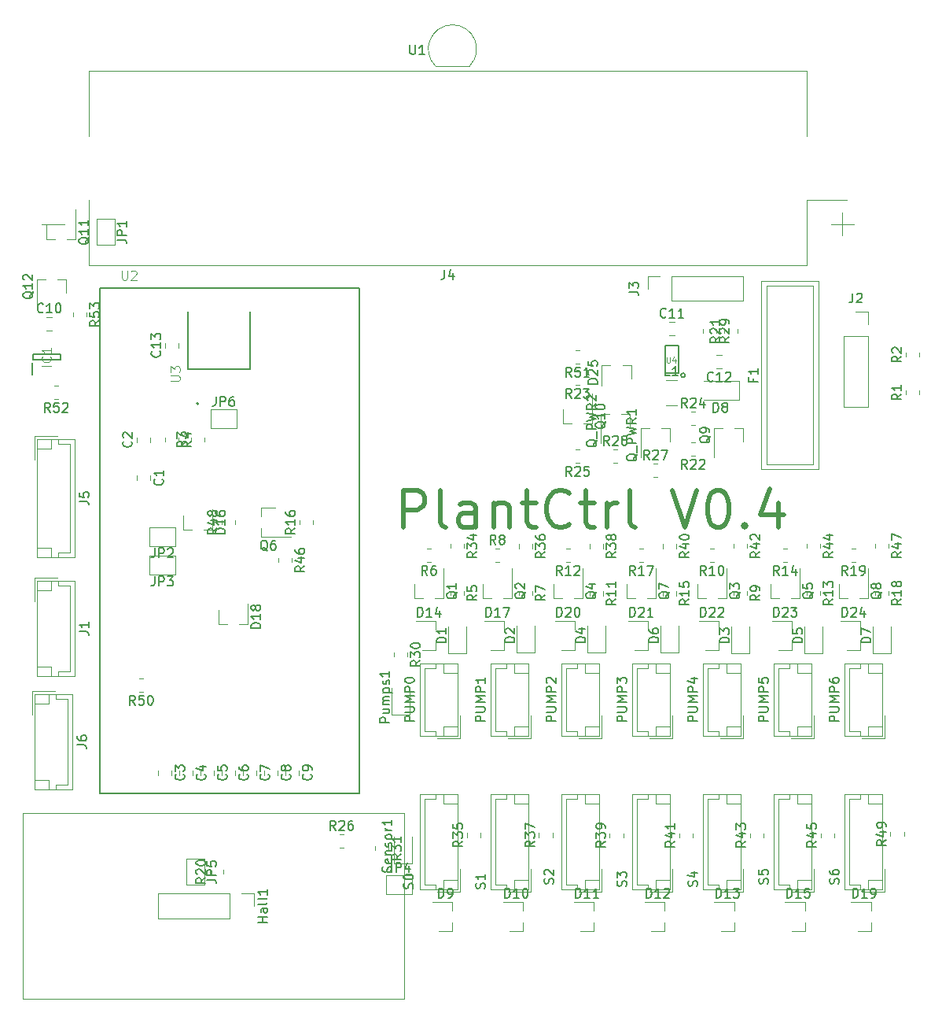
<source format=gbr>
G04 #@! TF.GenerationSoftware,KiCad,Pcbnew,(5.1.5)-3*
G04 #@! TF.CreationDate,2020-11-29T03:44:08+01:00*
G04 #@! TF.ProjectId,PlantCtrlESP32,506c616e-7443-4747-926c-45535033322e,rev?*
G04 #@! TF.SameCoordinates,Original*
G04 #@! TF.FileFunction,Legend,Top*
G04 #@! TF.FilePolarity,Positive*
%FSLAX46Y46*%
G04 Gerber Fmt 4.6, Leading zero omitted, Abs format (unit mm)*
G04 Created by KiCad (PCBNEW (5.1.5)-3) date 2020-11-29 03:44:08*
%MOMM*%
%LPD*%
G04 APERTURE LIST*
%ADD10C,0.500000*%
%ADD11C,0.120000*%
%ADD12C,0.200000*%
%ADD13C,0.127000*%
%ADD14C,0.152400*%
%ADD15C,0.150000*%
%ADD16C,0.015000*%
G04 APERTURE END LIST*
D10*
X211108285Y-93249523D02*
X211108285Y-89249523D01*
X212632095Y-89249523D01*
X213013047Y-89440000D01*
X213203523Y-89630476D01*
X213394000Y-90011428D01*
X213394000Y-90582857D01*
X213203523Y-90963809D01*
X213013047Y-91154285D01*
X212632095Y-91344761D01*
X211108285Y-91344761D01*
X215679714Y-93249523D02*
X215298761Y-93059047D01*
X215108285Y-92678095D01*
X215108285Y-89249523D01*
X218917809Y-93249523D02*
X218917809Y-91154285D01*
X218727333Y-90773333D01*
X218346380Y-90582857D01*
X217584476Y-90582857D01*
X217203523Y-90773333D01*
X218917809Y-93059047D02*
X218536857Y-93249523D01*
X217584476Y-93249523D01*
X217203523Y-93059047D01*
X217013047Y-92678095D01*
X217013047Y-92297142D01*
X217203523Y-91916190D01*
X217584476Y-91725714D01*
X218536857Y-91725714D01*
X218917809Y-91535238D01*
X220822571Y-90582857D02*
X220822571Y-93249523D01*
X220822571Y-90963809D02*
X221013047Y-90773333D01*
X221394000Y-90582857D01*
X221965428Y-90582857D01*
X222346380Y-90773333D01*
X222536857Y-91154285D01*
X222536857Y-93249523D01*
X223870190Y-90582857D02*
X225394000Y-90582857D01*
X224441619Y-89249523D02*
X224441619Y-92678095D01*
X224632095Y-93059047D01*
X225013047Y-93249523D01*
X225394000Y-93249523D01*
X229013047Y-92868571D02*
X228822571Y-93059047D01*
X228251142Y-93249523D01*
X227870190Y-93249523D01*
X227298761Y-93059047D01*
X226917809Y-92678095D01*
X226727333Y-92297142D01*
X226536857Y-91535238D01*
X226536857Y-90963809D01*
X226727333Y-90201904D01*
X226917809Y-89820952D01*
X227298761Y-89440000D01*
X227870190Y-89249523D01*
X228251142Y-89249523D01*
X228822571Y-89440000D01*
X229013047Y-89630476D01*
X230155904Y-90582857D02*
X231679714Y-90582857D01*
X230727333Y-89249523D02*
X230727333Y-92678095D01*
X230917809Y-93059047D01*
X231298761Y-93249523D01*
X231679714Y-93249523D01*
X233013047Y-93249523D02*
X233013047Y-90582857D01*
X233013047Y-91344761D02*
X233203523Y-90963809D01*
X233394000Y-90773333D01*
X233774952Y-90582857D01*
X234155904Y-90582857D01*
X236060666Y-93249523D02*
X235679714Y-93059047D01*
X235489238Y-92678095D01*
X235489238Y-89249523D01*
X240060666Y-89249523D02*
X241394000Y-93249523D01*
X242727333Y-89249523D01*
X244822571Y-89249523D02*
X245203523Y-89249523D01*
X245584476Y-89440000D01*
X245774952Y-89630476D01*
X245965428Y-90011428D01*
X246155904Y-90773333D01*
X246155904Y-91725714D01*
X245965428Y-92487619D01*
X245774952Y-92868571D01*
X245584476Y-93059047D01*
X245203523Y-93249523D01*
X244822571Y-93249523D01*
X244441619Y-93059047D01*
X244251142Y-92868571D01*
X244060666Y-92487619D01*
X243870190Y-91725714D01*
X243870190Y-90773333D01*
X244060666Y-90011428D01*
X244251142Y-89630476D01*
X244441619Y-89440000D01*
X244822571Y-89249523D01*
X247870190Y-92868571D02*
X248060666Y-93059047D01*
X247870190Y-93249523D01*
X247679714Y-93059047D01*
X247870190Y-92868571D01*
X247870190Y-93249523D01*
X251489238Y-90582857D02*
X251489238Y-93249523D01*
X250536857Y-89059047D02*
X249584476Y-91916190D01*
X252060666Y-91916190D01*
D11*
X212034000Y-129368000D02*
X212034000Y-126508000D01*
X210114000Y-129368000D02*
X212034000Y-129368000D01*
X210114000Y-126508000D02*
X210114000Y-129368000D01*
X211780000Y-113366000D02*
X211780000Y-110506000D01*
X209860000Y-113366000D02*
X211780000Y-113366000D01*
X209860000Y-110506000D02*
X209860000Y-113366000D01*
X263596000Y-106762000D02*
X263596000Y-103902000D01*
X261676000Y-106762000D02*
X263596000Y-106762000D01*
X261676000Y-103902000D02*
X261676000Y-106762000D01*
X240736000Y-106725500D02*
X240736000Y-103865500D01*
X238816000Y-106725500D02*
X240736000Y-106725500D01*
X238816000Y-103865500D02*
X238816000Y-106725500D01*
X256230000Y-106762000D02*
X256230000Y-103902000D01*
X254310000Y-106762000D02*
X256230000Y-106762000D01*
X254310000Y-103902000D02*
X254310000Y-106762000D01*
X232862000Y-106725500D02*
X232862000Y-103865500D01*
X230942000Y-106725500D02*
X232862000Y-106725500D01*
X230942000Y-103865500D02*
X230942000Y-106725500D01*
X248356000Y-106762000D02*
X248356000Y-103902000D01*
X246436000Y-106762000D02*
X248356000Y-106762000D01*
X246436000Y-103902000D02*
X246436000Y-106762000D01*
X225242000Y-106725500D02*
X225242000Y-103865500D01*
X223322000Y-106725500D02*
X225242000Y-106725500D01*
X223322000Y-103865500D02*
X223322000Y-106725500D01*
X217876000Y-106762000D02*
X217876000Y-103902000D01*
X215956000Y-106762000D02*
X217876000Y-106762000D01*
X215956000Y-103902000D02*
X215956000Y-106762000D01*
X186892000Y-73921252D02*
X186892000Y-73398748D01*
X185472000Y-73921252D02*
X185472000Y-73398748D01*
X245371252Y-74728000D02*
X244848748Y-74728000D01*
X245371252Y-76148000D02*
X244848748Y-76148000D01*
X239768748Y-72592000D02*
X240291252Y-72592000D01*
X239768748Y-71172000D02*
X240291252Y-71172000D01*
X235641000Y-75821000D02*
X235641000Y-77281000D01*
X232481000Y-75821000D02*
X232481000Y-77981000D01*
X232481000Y-75821000D02*
X233411000Y-75821000D01*
X235641000Y-75821000D02*
X234711000Y-75821000D01*
X209278000Y-132684000D02*
X209278000Y-130684000D01*
X212078000Y-132684000D02*
X209278000Y-132684000D01*
X212078000Y-130684000D02*
X212078000Y-132684000D01*
X209278000Y-130684000D02*
X212078000Y-130684000D01*
X182399000Y-87644248D02*
X182399000Y-88166752D01*
X183869000Y-87644248D02*
X183869000Y-88166752D01*
X258512000Y-72644000D02*
X261172000Y-72644000D01*
X258512000Y-72644000D02*
X258512000Y-80324000D01*
X258512000Y-80324000D02*
X261172000Y-80324000D01*
X261172000Y-72644000D02*
X261172000Y-80324000D01*
X261172000Y-70044000D02*
X261172000Y-71374000D01*
X259842000Y-70044000D02*
X261172000Y-70044000D01*
X195005000Y-132655000D02*
X195005000Y-133985000D01*
X193675000Y-132655000D02*
X195005000Y-132655000D01*
X192405000Y-132655000D02*
X192405000Y-135315000D01*
X192405000Y-135315000D02*
X184725000Y-135315000D01*
X192405000Y-132655000D02*
X184725000Y-132655000D01*
X184725000Y-132655000D02*
X184725000Y-135315000D01*
X211175000Y-133985000D02*
X211175000Y-143985000D01*
X211175000Y-143985000D02*
X170175000Y-143985000D01*
X170175000Y-143985000D02*
X170175000Y-123985000D01*
X170175000Y-123985000D02*
X211175000Y-123985000D01*
X211175000Y-123985000D02*
X211175000Y-134485000D01*
D12*
X189077000Y-79929000D02*
G75*
G03X189077000Y-79929000I-100000J0D01*
G01*
D13*
X194627000Y-76259000D02*
X194627000Y-70039000D01*
X187897000Y-76259000D02*
X194627000Y-76259000D01*
X187897000Y-70039000D02*
X187897000Y-76259000D01*
D11*
X230097064Y-74195000D02*
X229642936Y-74195000D01*
X230097064Y-75665000D02*
X229642936Y-75665000D01*
X183123064Y-109501000D02*
X182668936Y-109501000D01*
X183123064Y-110971000D02*
X182668936Y-110971000D01*
X265022000Y-126465064D02*
X265022000Y-126010936D01*
X263552000Y-126465064D02*
X263552000Y-126010936D01*
X193013000Y-92937064D02*
X193013000Y-92482936D01*
X191543000Y-92937064D02*
X191543000Y-92482936D01*
X261901000Y-95022936D02*
X261901000Y-95477064D01*
X263371000Y-95022936D02*
X263371000Y-95477064D01*
X197639000Y-96546936D02*
X197639000Y-97001064D01*
X199109000Y-96546936D02*
X199109000Y-97001064D01*
X257529000Y-126592064D02*
X257529000Y-126137936D01*
X256059000Y-126592064D02*
X256059000Y-126137936D01*
X254535000Y-95022936D02*
X254535000Y-95477064D01*
X256005000Y-95022936D02*
X256005000Y-95477064D01*
X249909000Y-126592064D02*
X249909000Y-126137936D01*
X248439000Y-126592064D02*
X248439000Y-126137936D01*
X246661000Y-95022936D02*
X246661000Y-95477064D01*
X248131000Y-95022936D02*
X248131000Y-95477064D01*
X242289000Y-126592064D02*
X242289000Y-126137936D01*
X240819000Y-126592064D02*
X240819000Y-126137936D01*
X239041000Y-95038936D02*
X239041000Y-95493064D01*
X240511000Y-95038936D02*
X240511000Y-95493064D01*
X234796000Y-126592064D02*
X234796000Y-126137936D01*
X233326000Y-126592064D02*
X233326000Y-126137936D01*
X231167000Y-95038936D02*
X231167000Y-95493064D01*
X232637000Y-95038936D02*
X232637000Y-95493064D01*
X227176000Y-126576064D02*
X227176000Y-126121936D01*
X225706000Y-126576064D02*
X225706000Y-126121936D01*
X223547000Y-95038936D02*
X223547000Y-95493064D01*
X225017000Y-95038936D02*
X225017000Y-95493064D01*
X219429000Y-126576064D02*
X219429000Y-126121936D01*
X217959000Y-126576064D02*
X217959000Y-126121936D01*
X216181000Y-95022936D02*
X216181000Y-95477064D01*
X217651000Y-95022936D02*
X217651000Y-95477064D01*
X208053000Y-127534936D02*
X208053000Y-127989064D01*
X209523000Y-127534936D02*
X209523000Y-127989064D01*
X210085000Y-106706936D02*
X210085000Y-107161064D01*
X211555000Y-106706936D02*
X211555000Y-107161064D01*
X233706936Y-86333000D02*
X234161064Y-86333000D01*
X233706936Y-84863000D02*
X234161064Y-84863000D01*
X238024936Y-87857000D02*
X238479064Y-87857000D01*
X238024936Y-86387000D02*
X238479064Y-86387000D01*
X204242936Y-127735000D02*
X204697064Y-127735000D01*
X204242936Y-126265000D02*
X204697064Y-126265000D01*
X230097064Y-84863000D02*
X229642936Y-84863000D01*
X230097064Y-86333000D02*
X229642936Y-86333000D01*
X242088936Y-82269000D02*
X242543064Y-82269000D01*
X242088936Y-80799000D02*
X242543064Y-80799000D01*
X230097064Y-76481000D02*
X229642936Y-76481000D01*
X230097064Y-77951000D02*
X229642936Y-77951000D01*
X242543064Y-84101000D02*
X242088936Y-84101000D01*
X242543064Y-85571000D02*
X242088936Y-85571000D01*
X259799064Y-95531000D02*
X259344936Y-95531000D01*
X259799064Y-97001000D02*
X259344936Y-97001000D01*
X261901000Y-100086936D02*
X261901000Y-100541064D01*
X263371000Y-100086936D02*
X263371000Y-100541064D01*
X236939064Y-95531000D02*
X236484936Y-95531000D01*
X236939064Y-97001000D02*
X236484936Y-97001000D01*
X201395000Y-92937064D02*
X201395000Y-92482936D01*
X199925000Y-92937064D02*
X199925000Y-92482936D01*
X239041000Y-100118936D02*
X239041000Y-100573064D01*
X240511000Y-100118936D02*
X240511000Y-100573064D01*
X252449064Y-95531000D02*
X251994936Y-95531000D01*
X252449064Y-97001000D02*
X251994936Y-97001000D01*
X254535000Y-100102936D02*
X254535000Y-100557064D01*
X256005000Y-100102936D02*
X256005000Y-100557064D01*
X229065064Y-95531000D02*
X228610936Y-95531000D01*
X229065064Y-97001000D02*
X228610936Y-97001000D01*
X231167000Y-100118936D02*
X231167000Y-100573064D01*
X232637000Y-100118936D02*
X232637000Y-100573064D01*
X244575064Y-95531000D02*
X244120936Y-95531000D01*
X244575064Y-97001000D02*
X244120936Y-97001000D01*
X246661000Y-100102936D02*
X246661000Y-100557064D01*
X248131000Y-100102936D02*
X248131000Y-100557064D01*
X221006936Y-97001000D02*
X221461064Y-97001000D01*
X221006936Y-95531000D02*
X221461064Y-95531000D01*
X223547000Y-100102936D02*
X223547000Y-100557064D01*
X225017000Y-100102936D02*
X225017000Y-100557064D01*
X214095064Y-95531000D02*
X213640936Y-95531000D01*
X214095064Y-97001000D02*
X213640936Y-97001000D01*
X216181000Y-100102936D02*
X216181000Y-100557064D01*
X217651000Y-100102936D02*
X217651000Y-100557064D01*
X185447000Y-83592936D02*
X185447000Y-84047064D01*
X186917000Y-83592936D02*
X186917000Y-84047064D01*
X189711000Y-84047064D02*
X189711000Y-83592936D01*
X188241000Y-84047064D02*
X188241000Y-83592936D01*
X266673000Y-74903064D02*
X266673000Y-74448936D01*
X265203000Y-74903064D02*
X265203000Y-74448936D01*
X266673000Y-78967064D02*
X266673000Y-78512936D01*
X265203000Y-78967064D02*
X265203000Y-78512936D01*
X235514000Y-81028000D02*
X235514000Y-82488000D01*
X232354000Y-81028000D02*
X232354000Y-84188000D01*
X232354000Y-81028000D02*
X233284000Y-81028000D01*
X235514000Y-81028000D02*
X234584000Y-81028000D01*
X239832000Y-82552000D02*
X239832000Y-84012000D01*
X236672000Y-82552000D02*
X236672000Y-85712000D01*
X236672000Y-82552000D02*
X237602000Y-82552000D01*
X239832000Y-82552000D02*
X238902000Y-82552000D01*
X228290000Y-82040000D02*
X228290000Y-80580000D01*
X231450000Y-82040000D02*
X231450000Y-78880000D01*
X231450000Y-82040000D02*
X230520000Y-82040000D01*
X228290000Y-82040000D02*
X229220000Y-82040000D01*
X247706000Y-82552000D02*
X247706000Y-84012000D01*
X244546000Y-82552000D02*
X244546000Y-85712000D01*
X244546000Y-82552000D02*
X245476000Y-82552000D01*
X247706000Y-82552000D02*
X246776000Y-82552000D01*
X258008000Y-100836000D02*
X258008000Y-99376000D01*
X261168000Y-100836000D02*
X261168000Y-97676000D01*
X261168000Y-100836000D02*
X260238000Y-100836000D01*
X258008000Y-100836000D02*
X258938000Y-100836000D01*
X235148000Y-100836000D02*
X235148000Y-99376000D01*
X238308000Y-100836000D02*
X238308000Y-97676000D01*
X238308000Y-100836000D02*
X237378000Y-100836000D01*
X235148000Y-100836000D02*
X236078000Y-100836000D01*
X195836000Y-91130000D02*
X197296000Y-91130000D01*
X195836000Y-94290000D02*
X198996000Y-94290000D01*
X195836000Y-94290000D02*
X195836000Y-93360000D01*
X195836000Y-91130000D02*
X195836000Y-92060000D01*
X250642000Y-100836000D02*
X250642000Y-99376000D01*
X253802000Y-100836000D02*
X253802000Y-97676000D01*
X253802000Y-100836000D02*
X252872000Y-100836000D01*
X250642000Y-100836000D02*
X251572000Y-100836000D01*
X227274000Y-100836000D02*
X227274000Y-99376000D01*
X230434000Y-100836000D02*
X230434000Y-97676000D01*
X230434000Y-100836000D02*
X229504000Y-100836000D01*
X227274000Y-100836000D02*
X228204000Y-100836000D01*
X242768000Y-100836000D02*
X242768000Y-99376000D01*
X245928000Y-100836000D02*
X245928000Y-97676000D01*
X245928000Y-100836000D02*
X244998000Y-100836000D01*
X242768000Y-100836000D02*
X243698000Y-100836000D01*
X219654000Y-100836000D02*
X219654000Y-99376000D01*
X222814000Y-100836000D02*
X222814000Y-97676000D01*
X222814000Y-100836000D02*
X221884000Y-100836000D01*
X219654000Y-100836000D02*
X220584000Y-100836000D01*
X212288000Y-100836000D02*
X212288000Y-99376000D01*
X215448000Y-100836000D02*
X215448000Y-97676000D01*
X215448000Y-100836000D02*
X214518000Y-100836000D01*
X212288000Y-100836000D02*
X213218000Y-100836000D01*
X171126000Y-110882000D02*
X171126000Y-113382000D01*
X173626000Y-110882000D02*
X171126000Y-110882000D01*
X172926000Y-120402000D02*
X171426000Y-120402000D01*
X172926000Y-121402000D02*
X172926000Y-120402000D01*
X172926000Y-112182000D02*
X171426000Y-112182000D01*
X172926000Y-111182000D02*
X172926000Y-112182000D01*
X173736000Y-120902000D02*
X173736000Y-121402000D01*
X174946000Y-120902000D02*
X173736000Y-120902000D01*
X174946000Y-111682000D02*
X174946000Y-120902000D01*
X173736000Y-111682000D02*
X174946000Y-111682000D01*
X173736000Y-111182000D02*
X173736000Y-111682000D01*
X175446000Y-121402000D02*
X175446000Y-111182000D01*
X171426000Y-121402000D02*
X175446000Y-121402000D01*
X171426000Y-111182000D02*
X171426000Y-121402000D01*
X175446000Y-111182000D02*
X171426000Y-111182000D01*
X255850000Y-66764000D02*
X255850000Y-87004000D01*
X255850000Y-66764000D02*
X249610000Y-66764000D01*
X249610000Y-87004000D02*
X255850000Y-87004000D01*
X249610000Y-87004000D02*
X249610000Y-66764000D01*
X255230000Y-86484000D02*
X250230000Y-86484000D01*
X255230000Y-67284000D02*
X255230000Y-86484000D01*
X250230000Y-67284000D02*
X255230000Y-67284000D01*
X250230000Y-86484000D02*
X250230000Y-67284000D01*
X198401000Y-119372748D02*
X198401000Y-119895252D01*
X199871000Y-119372748D02*
X199871000Y-119895252D01*
X196115000Y-119372748D02*
X196115000Y-119895252D01*
X197585000Y-119372748D02*
X197585000Y-119895252D01*
X193829000Y-119372748D02*
X193829000Y-119895252D01*
X195299000Y-119372748D02*
X195299000Y-119895252D01*
X191543000Y-119372748D02*
X191543000Y-119895252D01*
X193013000Y-119372748D02*
X193013000Y-119895252D01*
X189257000Y-119372748D02*
X189257000Y-119895252D01*
X190727000Y-119372748D02*
X190727000Y-119895252D01*
X186971000Y-119372748D02*
X186971000Y-119895252D01*
X188441000Y-119372748D02*
X188441000Y-119895252D01*
X184685000Y-119372748D02*
X184685000Y-119895252D01*
X186155000Y-119372748D02*
X186155000Y-119895252D01*
X183869000Y-84081252D02*
X183869000Y-83558748D01*
X182399000Y-84081252D02*
X182399000Y-83558748D01*
X175541000Y-70130936D02*
X175541000Y-70585064D01*
X177011000Y-70130936D02*
X177011000Y-70585064D01*
X173963064Y-78005000D02*
X173508936Y-78005000D01*
X173963064Y-79475000D02*
X173508936Y-79475000D01*
X243359000Y-71908936D02*
X243359000Y-72363064D01*
X244829000Y-71908936D02*
X244829000Y-72363064D01*
X247115000Y-72363064D02*
X247115000Y-71908936D01*
X245645000Y-72363064D02*
X245645000Y-71908936D01*
X191743000Y-130529064D02*
X191743000Y-130074936D01*
X190273000Y-130529064D02*
X190273000Y-130074936D01*
X239391436Y-80100000D02*
X240595564Y-80100000D01*
X239391436Y-77380000D02*
X240595564Y-77380000D01*
X190370000Y-80534000D02*
X193170000Y-80534000D01*
X193170000Y-80534000D02*
X193170000Y-82534000D01*
X193170000Y-82534000D02*
X190370000Y-82534000D01*
X190370000Y-82534000D02*
X190370000Y-80534000D01*
X189722000Y-128902000D02*
X189722000Y-131702000D01*
X189722000Y-131702000D02*
X187722000Y-131702000D01*
X187722000Y-131702000D02*
X187722000Y-128902000D01*
X187722000Y-128902000D02*
X189722000Y-128902000D01*
X186566000Y-98282000D02*
X183766000Y-98282000D01*
X183766000Y-98282000D02*
X183766000Y-96282000D01*
X183766000Y-96282000D02*
X186566000Y-96282000D01*
X186566000Y-96282000D02*
X186566000Y-98282000D01*
X186566000Y-95234000D02*
X183766000Y-95234000D01*
X183766000Y-95234000D02*
X183766000Y-93234000D01*
X183766000Y-93234000D02*
X186566000Y-93234000D01*
X186566000Y-93234000D02*
X186566000Y-95234000D01*
X180070000Y-60068000D02*
X180070000Y-62868000D01*
X180070000Y-62868000D02*
X178070000Y-62868000D01*
X178070000Y-62868000D02*
X178070000Y-60068000D01*
X178070000Y-60068000D02*
X180070000Y-60068000D01*
X237430000Y-67564000D02*
X237430000Y-66234000D01*
X237430000Y-66234000D02*
X238760000Y-66234000D01*
X240030000Y-66234000D02*
X247710000Y-66234000D01*
X247710000Y-68894000D02*
X247710000Y-66234000D01*
X240030000Y-68894000D02*
X247710000Y-68894000D01*
X240030000Y-68894000D02*
X240030000Y-66234000D01*
X171380000Y-98690000D02*
X171380000Y-101190000D01*
X173880000Y-98690000D02*
X171380000Y-98690000D01*
X173180000Y-108210000D02*
X171680000Y-108210000D01*
X173180000Y-109210000D02*
X173180000Y-108210000D01*
X173180000Y-99990000D02*
X171680000Y-99990000D01*
X173180000Y-98990000D02*
X173180000Y-99990000D01*
X173990000Y-108710000D02*
X173990000Y-109210000D01*
X175200000Y-108710000D02*
X173990000Y-108710000D01*
X175200000Y-99490000D02*
X175200000Y-108710000D01*
X173990000Y-99490000D02*
X175200000Y-99490000D01*
X173990000Y-98990000D02*
X173990000Y-99490000D01*
X175700000Y-109210000D02*
X175700000Y-98990000D01*
X171680000Y-109210000D02*
X175700000Y-109210000D01*
X171680000Y-98990000D02*
X171680000Y-109210000D01*
X175700000Y-98990000D02*
X171680000Y-98990000D01*
X261491000Y-136708000D02*
X260031000Y-136708000D01*
X261491000Y-133548000D02*
X259331000Y-133548000D01*
X261491000Y-133548000D02*
X261491000Y-134478000D01*
X261491000Y-136708000D02*
X261491000Y-135778000D01*
X191206000Y-103630000D02*
X191206000Y-102170000D01*
X194366000Y-103630000D02*
X194366000Y-101470000D01*
X194366000Y-103630000D02*
X193436000Y-103630000D01*
X191206000Y-103630000D02*
X192136000Y-103630000D01*
X187396000Y-93470000D02*
X187396000Y-92010000D01*
X190556000Y-93470000D02*
X190556000Y-91310000D01*
X190556000Y-93470000D02*
X189626000Y-93470000D01*
X187396000Y-93470000D02*
X188326000Y-93470000D01*
X254379000Y-136708000D02*
X252919000Y-136708000D01*
X254379000Y-133548000D02*
X252219000Y-133548000D01*
X254379000Y-133548000D02*
X254379000Y-134478000D01*
X254379000Y-136708000D02*
X254379000Y-135778000D01*
X246759000Y-136708000D02*
X245299000Y-136708000D01*
X246759000Y-133548000D02*
X244599000Y-133548000D01*
X246759000Y-133548000D02*
X246759000Y-134478000D01*
X246759000Y-136708000D02*
X246759000Y-135778000D01*
X239266000Y-136708000D02*
X237806000Y-136708000D01*
X239266000Y-133548000D02*
X237106000Y-133548000D01*
X239266000Y-133548000D02*
X239266000Y-134478000D01*
X239266000Y-136708000D02*
X239266000Y-135778000D01*
X231646000Y-136708000D02*
X230186000Y-136708000D01*
X231646000Y-133548000D02*
X229486000Y-133548000D01*
X231646000Y-133548000D02*
X231646000Y-134478000D01*
X231646000Y-136708000D02*
X231646000Y-135778000D01*
X224026000Y-136708000D02*
X222566000Y-136708000D01*
X224026000Y-133548000D02*
X221866000Y-133548000D01*
X224026000Y-133548000D02*
X224026000Y-134478000D01*
X224026000Y-136708000D02*
X224026000Y-135778000D01*
X216406000Y-136708000D02*
X214946000Y-136708000D01*
X216406000Y-133548000D02*
X214246000Y-133548000D01*
X216406000Y-133548000D02*
X216406000Y-134478000D01*
X216406000Y-136708000D02*
X216406000Y-135778000D01*
X247310000Y-79486000D02*
X243460000Y-79486000D01*
X247310000Y-77486000D02*
X243460000Y-77486000D01*
X247310000Y-79486000D02*
X247310000Y-77486000D01*
X254540000Y-58050000D02*
X258900000Y-58050000D01*
X254540000Y-44170000D02*
X254540000Y-51170000D01*
X177260000Y-44170000D02*
X254540000Y-44170000D01*
X177260000Y-51170000D02*
X177260000Y-44170000D01*
X254540000Y-65050000D02*
X254540000Y-58050000D01*
X177260000Y-65050000D02*
X254540000Y-65050000D01*
X177260000Y-58050000D02*
X177260000Y-65030000D01*
X172150000Y-60610000D02*
X174650000Y-60610000D01*
X259650000Y-60610000D02*
X257150000Y-60610000D01*
X258400000Y-59360000D02*
X258400000Y-61860000D01*
D13*
X178455000Y-121865000D02*
X178455000Y-67465000D01*
X178455000Y-67465000D02*
X206355000Y-67465000D01*
X206355000Y-67465000D02*
X206355000Y-121865000D01*
X206355000Y-121865000D02*
X178455000Y-121865000D01*
D11*
X214608000Y-43633000D02*
X218208000Y-43633000D01*
X218246478Y-43621478D02*
G75*
G03X216408000Y-39183000I-1838478J1838478D01*
G01*
X214569522Y-43621478D02*
G75*
G02X216408000Y-39183000I1838478J1838478D01*
G01*
X262960000Y-132450000D02*
X262960000Y-129950000D01*
X260460000Y-132450000D02*
X262960000Y-132450000D01*
X261160000Y-122930000D02*
X262660000Y-122930000D01*
X261160000Y-121930000D02*
X261160000Y-122930000D01*
X261160000Y-131150000D02*
X262660000Y-131150000D01*
X261160000Y-132150000D02*
X261160000Y-131150000D01*
X260350000Y-122430000D02*
X260350000Y-121930000D01*
X259140000Y-122430000D02*
X260350000Y-122430000D01*
X259140000Y-131650000D02*
X259140000Y-122430000D01*
X260350000Y-131650000D02*
X259140000Y-131650000D01*
X260350000Y-132150000D02*
X260350000Y-131650000D01*
X258640000Y-121930000D02*
X258640000Y-132150000D01*
X262660000Y-121930000D02*
X258640000Y-121930000D01*
X262660000Y-132150000D02*
X262660000Y-121930000D01*
X258640000Y-132150000D02*
X262660000Y-132150000D01*
X255340000Y-132450000D02*
X255340000Y-129950000D01*
X252840000Y-132450000D02*
X255340000Y-132450000D01*
X253540000Y-122930000D02*
X255040000Y-122930000D01*
X253540000Y-121930000D02*
X253540000Y-122930000D01*
X253540000Y-131150000D02*
X255040000Y-131150000D01*
X253540000Y-132150000D02*
X253540000Y-131150000D01*
X252730000Y-122430000D02*
X252730000Y-121930000D01*
X251520000Y-122430000D02*
X252730000Y-122430000D01*
X251520000Y-131650000D02*
X251520000Y-122430000D01*
X252730000Y-131650000D02*
X251520000Y-131650000D01*
X252730000Y-132150000D02*
X252730000Y-131650000D01*
X251020000Y-121930000D02*
X251020000Y-132150000D01*
X255040000Y-121930000D02*
X251020000Y-121930000D01*
X255040000Y-132150000D02*
X255040000Y-121930000D01*
X251020000Y-132150000D02*
X255040000Y-132150000D01*
X247720000Y-132450000D02*
X247720000Y-129950000D01*
X245220000Y-132450000D02*
X247720000Y-132450000D01*
X245920000Y-122930000D02*
X247420000Y-122930000D01*
X245920000Y-121930000D02*
X245920000Y-122930000D01*
X245920000Y-131150000D02*
X247420000Y-131150000D01*
X245920000Y-132150000D02*
X245920000Y-131150000D01*
X245110000Y-122430000D02*
X245110000Y-121930000D01*
X243900000Y-122430000D02*
X245110000Y-122430000D01*
X243900000Y-131650000D02*
X243900000Y-122430000D01*
X245110000Y-131650000D02*
X243900000Y-131650000D01*
X245110000Y-132150000D02*
X245110000Y-131650000D01*
X243400000Y-121930000D02*
X243400000Y-132150000D01*
X247420000Y-121930000D02*
X243400000Y-121930000D01*
X247420000Y-132150000D02*
X247420000Y-121930000D01*
X243400000Y-132150000D02*
X247420000Y-132150000D01*
X240100000Y-132450000D02*
X240100000Y-129950000D01*
X237600000Y-132450000D02*
X240100000Y-132450000D01*
X238300000Y-122930000D02*
X239800000Y-122930000D01*
X238300000Y-121930000D02*
X238300000Y-122930000D01*
X238300000Y-131150000D02*
X239800000Y-131150000D01*
X238300000Y-132150000D02*
X238300000Y-131150000D01*
X237490000Y-122430000D02*
X237490000Y-121930000D01*
X236280000Y-122430000D02*
X237490000Y-122430000D01*
X236280000Y-131650000D02*
X236280000Y-122430000D01*
X237490000Y-131650000D02*
X236280000Y-131650000D01*
X237490000Y-132150000D02*
X237490000Y-131650000D01*
X235780000Y-121930000D02*
X235780000Y-132150000D01*
X239800000Y-121930000D02*
X235780000Y-121930000D01*
X239800000Y-132150000D02*
X239800000Y-121930000D01*
X235780000Y-132150000D02*
X239800000Y-132150000D01*
X232480000Y-132450000D02*
X232480000Y-129950000D01*
X229980000Y-132450000D02*
X232480000Y-132450000D01*
X230680000Y-122930000D02*
X232180000Y-122930000D01*
X230680000Y-121930000D02*
X230680000Y-122930000D01*
X230680000Y-131150000D02*
X232180000Y-131150000D01*
X230680000Y-132150000D02*
X230680000Y-131150000D01*
X229870000Y-122430000D02*
X229870000Y-121930000D01*
X228660000Y-122430000D02*
X229870000Y-122430000D01*
X228660000Y-131650000D02*
X228660000Y-122430000D01*
X229870000Y-131650000D02*
X228660000Y-131650000D01*
X229870000Y-132150000D02*
X229870000Y-131650000D01*
X228160000Y-121930000D02*
X228160000Y-132150000D01*
X232180000Y-121930000D02*
X228160000Y-121930000D01*
X232180000Y-132150000D02*
X232180000Y-121930000D01*
X228160000Y-132150000D02*
X232180000Y-132150000D01*
X224860000Y-132450000D02*
X224860000Y-129950000D01*
X222360000Y-132450000D02*
X224860000Y-132450000D01*
X223060000Y-122930000D02*
X224560000Y-122930000D01*
X223060000Y-121930000D02*
X223060000Y-122930000D01*
X223060000Y-131150000D02*
X224560000Y-131150000D01*
X223060000Y-132150000D02*
X223060000Y-131150000D01*
X222250000Y-122430000D02*
X222250000Y-121930000D01*
X221040000Y-122430000D02*
X222250000Y-122430000D01*
X221040000Y-131650000D02*
X221040000Y-122430000D01*
X222250000Y-131650000D02*
X221040000Y-131650000D01*
X222250000Y-132150000D02*
X222250000Y-131650000D01*
X220540000Y-121930000D02*
X220540000Y-132150000D01*
X224560000Y-121930000D02*
X220540000Y-121930000D01*
X224560000Y-132150000D02*
X224560000Y-121930000D01*
X220540000Y-132150000D02*
X224560000Y-132150000D01*
X217240000Y-132450000D02*
X217240000Y-129950000D01*
X214740000Y-132450000D02*
X217240000Y-132450000D01*
X215440000Y-122930000D02*
X216940000Y-122930000D01*
X215440000Y-121930000D02*
X215440000Y-122930000D01*
X215440000Y-131150000D02*
X216940000Y-131150000D01*
X215440000Y-132150000D02*
X215440000Y-131150000D01*
X214630000Y-122430000D02*
X214630000Y-121930000D01*
X213420000Y-122430000D02*
X214630000Y-122430000D01*
X213420000Y-131650000D02*
X213420000Y-122430000D01*
X214630000Y-131650000D02*
X213420000Y-131650000D01*
X214630000Y-132150000D02*
X214630000Y-131650000D01*
X212920000Y-121930000D02*
X212920000Y-132150000D01*
X216940000Y-121930000D02*
X212920000Y-121930000D01*
X216940000Y-132150000D02*
X216940000Y-121930000D01*
X212920000Y-132150000D02*
X216940000Y-132150000D01*
X262960000Y-115940000D02*
X262960000Y-113440000D01*
X260460000Y-115940000D02*
X262960000Y-115940000D01*
X261160000Y-108920000D02*
X262660000Y-108920000D01*
X261160000Y-107920000D02*
X261160000Y-108920000D01*
X261160000Y-114640000D02*
X262660000Y-114640000D01*
X261160000Y-115640000D02*
X261160000Y-114640000D01*
X260350000Y-108420000D02*
X260350000Y-107920000D01*
X259140000Y-108420000D02*
X260350000Y-108420000D01*
X259140000Y-115140000D02*
X259140000Y-108420000D01*
X260350000Y-115140000D02*
X259140000Y-115140000D01*
X260350000Y-115640000D02*
X260350000Y-115140000D01*
X258640000Y-107920000D02*
X258640000Y-115640000D01*
X262660000Y-107920000D02*
X258640000Y-107920000D01*
X262660000Y-115640000D02*
X262660000Y-107920000D01*
X258640000Y-115640000D02*
X262660000Y-115640000D01*
X255340000Y-115940000D02*
X255340000Y-113440000D01*
X252840000Y-115940000D02*
X255340000Y-115940000D01*
X253540000Y-108920000D02*
X255040000Y-108920000D01*
X253540000Y-107920000D02*
X253540000Y-108920000D01*
X253540000Y-114640000D02*
X255040000Y-114640000D01*
X253540000Y-115640000D02*
X253540000Y-114640000D01*
X252730000Y-108420000D02*
X252730000Y-107920000D01*
X251520000Y-108420000D02*
X252730000Y-108420000D01*
X251520000Y-115140000D02*
X251520000Y-108420000D01*
X252730000Y-115140000D02*
X251520000Y-115140000D01*
X252730000Y-115640000D02*
X252730000Y-115140000D01*
X251020000Y-107920000D02*
X251020000Y-115640000D01*
X255040000Y-107920000D02*
X251020000Y-107920000D01*
X255040000Y-115640000D02*
X255040000Y-107920000D01*
X251020000Y-115640000D02*
X255040000Y-115640000D01*
X247720000Y-115940000D02*
X247720000Y-113440000D01*
X245220000Y-115940000D02*
X247720000Y-115940000D01*
X245920000Y-108920000D02*
X247420000Y-108920000D01*
X245920000Y-107920000D02*
X245920000Y-108920000D01*
X245920000Y-114640000D02*
X247420000Y-114640000D01*
X245920000Y-115640000D02*
X245920000Y-114640000D01*
X245110000Y-108420000D02*
X245110000Y-107920000D01*
X243900000Y-108420000D02*
X245110000Y-108420000D01*
X243900000Y-115140000D02*
X243900000Y-108420000D01*
X245110000Y-115140000D02*
X243900000Y-115140000D01*
X245110000Y-115640000D02*
X245110000Y-115140000D01*
X243400000Y-107920000D02*
X243400000Y-115640000D01*
X247420000Y-107920000D02*
X243400000Y-107920000D01*
X247420000Y-115640000D02*
X247420000Y-107920000D01*
X243400000Y-115640000D02*
X247420000Y-115640000D01*
X240100000Y-115940000D02*
X240100000Y-113440000D01*
X237600000Y-115940000D02*
X240100000Y-115940000D01*
X238300000Y-108920000D02*
X239800000Y-108920000D01*
X238300000Y-107920000D02*
X238300000Y-108920000D01*
X238300000Y-114640000D02*
X239800000Y-114640000D01*
X238300000Y-115640000D02*
X238300000Y-114640000D01*
X237490000Y-108420000D02*
X237490000Y-107920000D01*
X236280000Y-108420000D02*
X237490000Y-108420000D01*
X236280000Y-115140000D02*
X236280000Y-108420000D01*
X237490000Y-115140000D02*
X236280000Y-115140000D01*
X237490000Y-115640000D02*
X237490000Y-115140000D01*
X235780000Y-107920000D02*
X235780000Y-115640000D01*
X239800000Y-107920000D02*
X235780000Y-107920000D01*
X239800000Y-115640000D02*
X239800000Y-107920000D01*
X235780000Y-115640000D02*
X239800000Y-115640000D01*
X232480000Y-115940000D02*
X232480000Y-113440000D01*
X229980000Y-115940000D02*
X232480000Y-115940000D01*
X230680000Y-108920000D02*
X232180000Y-108920000D01*
X230680000Y-107920000D02*
X230680000Y-108920000D01*
X230680000Y-114640000D02*
X232180000Y-114640000D01*
X230680000Y-115640000D02*
X230680000Y-114640000D01*
X229870000Y-108420000D02*
X229870000Y-107920000D01*
X228660000Y-108420000D02*
X229870000Y-108420000D01*
X228660000Y-115140000D02*
X228660000Y-108420000D01*
X229870000Y-115140000D02*
X228660000Y-115140000D01*
X229870000Y-115640000D02*
X229870000Y-115140000D01*
X228160000Y-107920000D02*
X228160000Y-115640000D01*
X232180000Y-107920000D02*
X228160000Y-107920000D01*
X232180000Y-115640000D02*
X232180000Y-107920000D01*
X228160000Y-115640000D02*
X232180000Y-115640000D01*
X224860000Y-115940000D02*
X224860000Y-113440000D01*
X222360000Y-115940000D02*
X224860000Y-115940000D01*
X223060000Y-108920000D02*
X224560000Y-108920000D01*
X223060000Y-107920000D02*
X223060000Y-108920000D01*
X223060000Y-114640000D02*
X224560000Y-114640000D01*
X223060000Y-115640000D02*
X223060000Y-114640000D01*
X222250000Y-108420000D02*
X222250000Y-107920000D01*
X221040000Y-108420000D02*
X222250000Y-108420000D01*
X221040000Y-115140000D02*
X221040000Y-108420000D01*
X222250000Y-115140000D02*
X221040000Y-115140000D01*
X222250000Y-115640000D02*
X222250000Y-115140000D01*
X220540000Y-107920000D02*
X220540000Y-115640000D01*
X224560000Y-107920000D02*
X220540000Y-107920000D01*
X224560000Y-115640000D02*
X224560000Y-107920000D01*
X220540000Y-115640000D02*
X224560000Y-115640000D01*
X217240000Y-115940000D02*
X217240000Y-113440000D01*
X214740000Y-115940000D02*
X217240000Y-115940000D01*
X215440000Y-108920000D02*
X216940000Y-108920000D01*
X215440000Y-107920000D02*
X215440000Y-108920000D01*
X215440000Y-114640000D02*
X216940000Y-114640000D01*
X215440000Y-115640000D02*
X215440000Y-114640000D01*
X214630000Y-108420000D02*
X214630000Y-107920000D01*
X213420000Y-108420000D02*
X214630000Y-108420000D01*
X213420000Y-115140000D02*
X213420000Y-108420000D01*
X214630000Y-115140000D02*
X213420000Y-115140000D01*
X214630000Y-115640000D02*
X214630000Y-115140000D01*
X212920000Y-107920000D02*
X212920000Y-115640000D01*
X216940000Y-107920000D02*
X212920000Y-107920000D01*
X216940000Y-115640000D02*
X216940000Y-107920000D01*
X212920000Y-115640000D02*
X216940000Y-115640000D01*
X171380000Y-83450000D02*
X171380000Y-85950000D01*
X173880000Y-83450000D02*
X171380000Y-83450000D01*
X173180000Y-95470000D02*
X171680000Y-95470000D01*
X173180000Y-96470000D02*
X173180000Y-95470000D01*
X173180000Y-84750000D02*
X171680000Y-84750000D01*
X173180000Y-83750000D02*
X173180000Y-84750000D01*
X173990000Y-95970000D02*
X173990000Y-96470000D01*
X175200000Y-95970000D02*
X173990000Y-95970000D01*
X175200000Y-84250000D02*
X175200000Y-95970000D01*
X173990000Y-84250000D02*
X175200000Y-84250000D01*
X173990000Y-83750000D02*
X173990000Y-84250000D01*
X175700000Y-96470000D02*
X175700000Y-83750000D01*
X171680000Y-96470000D02*
X175700000Y-96470000D01*
X171680000Y-83750000D02*
X171680000Y-96470000D01*
X175700000Y-83750000D02*
X171680000Y-83750000D01*
X172712748Y-72109000D02*
X173235252Y-72109000D01*
X172712748Y-70639000D02*
X173235252Y-70639000D01*
D12*
X171120000Y-76805000D02*
X171120000Y-75555000D01*
X174180000Y-75205000D02*
X171260000Y-75205000D01*
X174180000Y-74655000D02*
X174180000Y-75205000D01*
X171260000Y-74655000D02*
X174180000Y-74655000D01*
X171260000Y-75205000D02*
X171260000Y-74655000D01*
D11*
X172664000Y-62228000D02*
X172664000Y-60768000D01*
X175824000Y-62228000D02*
X175824000Y-59068000D01*
X175824000Y-62228000D02*
X174894000Y-62228000D01*
X172664000Y-62228000D02*
X173594000Y-62228000D01*
X174808000Y-66550000D02*
X174808000Y-68010000D01*
X171648000Y-66550000D02*
X171648000Y-69710000D01*
X171648000Y-66550000D02*
X172578000Y-66550000D01*
X174808000Y-66550000D02*
X173878000Y-66550000D01*
D14*
X239330000Y-76684000D02*
X239330000Y-73684000D01*
X239330000Y-73684000D02*
X240730000Y-73684000D01*
X240730000Y-73684000D02*
X240730000Y-76684000D01*
X240730000Y-76684000D02*
X239330000Y-76684000D01*
X241453600Y-76884000D02*
G75*
G03X241453600Y-76884000I-223600J0D01*
G01*
D11*
X214628000Y-106482000D02*
X214628000Y-105552000D01*
X214628000Y-103322000D02*
X214628000Y-104252000D01*
X214628000Y-103322000D02*
X212468000Y-103322000D01*
X214628000Y-106482000D02*
X213168000Y-106482000D01*
X221994000Y-106482000D02*
X220534000Y-106482000D01*
X221994000Y-103322000D02*
X219834000Y-103322000D01*
X221994000Y-103322000D02*
X221994000Y-104252000D01*
X221994000Y-106482000D02*
X221994000Y-105552000D01*
X229614000Y-106482000D02*
X229614000Y-105552000D01*
X229614000Y-103322000D02*
X229614000Y-104252000D01*
X229614000Y-103322000D02*
X227454000Y-103322000D01*
X229614000Y-106482000D02*
X228154000Y-106482000D01*
X237488000Y-106482000D02*
X237488000Y-105552000D01*
X237488000Y-103322000D02*
X237488000Y-104252000D01*
X237488000Y-103322000D02*
X235328000Y-103322000D01*
X237488000Y-106482000D02*
X236028000Y-106482000D01*
X245108000Y-106482000D02*
X243648000Y-106482000D01*
X245108000Y-103322000D02*
X242948000Y-103322000D01*
X245108000Y-103322000D02*
X245108000Y-104252000D01*
X245108000Y-106482000D02*
X245108000Y-105552000D01*
X252982000Y-106482000D02*
X251522000Y-106482000D01*
X252982000Y-103322000D02*
X250822000Y-103322000D01*
X252982000Y-103322000D02*
X252982000Y-104252000D01*
X252982000Y-106482000D02*
X252982000Y-105552000D01*
X260348000Y-106482000D02*
X258888000Y-106482000D01*
X260348000Y-103322000D02*
X258188000Y-103322000D01*
X260348000Y-103322000D02*
X260348000Y-104252000D01*
X260348000Y-106482000D02*
X260348000Y-105552000D01*
D15*
X209828761Y-130317523D02*
X209876380Y-130174666D01*
X209876380Y-129936571D01*
X209828761Y-129841333D01*
X209781142Y-129793714D01*
X209685904Y-129746095D01*
X209590666Y-129746095D01*
X209495428Y-129793714D01*
X209447809Y-129841333D01*
X209400190Y-129936571D01*
X209352571Y-130127047D01*
X209304952Y-130222285D01*
X209257333Y-130269904D01*
X209162095Y-130317523D01*
X209066857Y-130317523D01*
X208971619Y-130269904D01*
X208924000Y-130222285D01*
X208876380Y-130127047D01*
X208876380Y-129888952D01*
X208924000Y-129746095D01*
X209828761Y-128936571D02*
X209876380Y-129031809D01*
X209876380Y-129222285D01*
X209828761Y-129317523D01*
X209733523Y-129365142D01*
X209352571Y-129365142D01*
X209257333Y-129317523D01*
X209209714Y-129222285D01*
X209209714Y-129031809D01*
X209257333Y-128936571D01*
X209352571Y-128888952D01*
X209447809Y-128888952D01*
X209543047Y-129365142D01*
X209209714Y-128460380D02*
X209876380Y-128460380D01*
X209304952Y-128460380D02*
X209257333Y-128412761D01*
X209209714Y-128317523D01*
X209209714Y-128174666D01*
X209257333Y-128079428D01*
X209352571Y-128031809D01*
X209876380Y-128031809D01*
X209828761Y-127603238D02*
X209876380Y-127508000D01*
X209876380Y-127317523D01*
X209828761Y-127222285D01*
X209733523Y-127174666D01*
X209685904Y-127174666D01*
X209590666Y-127222285D01*
X209543047Y-127317523D01*
X209543047Y-127460380D01*
X209495428Y-127555619D01*
X209400190Y-127603238D01*
X209352571Y-127603238D01*
X209257333Y-127555619D01*
X209209714Y-127460380D01*
X209209714Y-127317523D01*
X209257333Y-127222285D01*
X209876380Y-126603238D02*
X209828761Y-126698476D01*
X209781142Y-126746095D01*
X209685904Y-126793714D01*
X209400190Y-126793714D01*
X209304952Y-126746095D01*
X209257333Y-126698476D01*
X209209714Y-126603238D01*
X209209714Y-126460380D01*
X209257333Y-126365142D01*
X209304952Y-126317523D01*
X209400190Y-126269904D01*
X209685904Y-126269904D01*
X209781142Y-126317523D01*
X209828761Y-126365142D01*
X209876380Y-126460380D01*
X209876380Y-126603238D01*
X209876380Y-125841333D02*
X209209714Y-125841333D01*
X209400190Y-125841333D02*
X209304952Y-125793714D01*
X209257333Y-125746095D01*
X209209714Y-125650857D01*
X209209714Y-125555619D01*
X209876380Y-124698476D02*
X209876380Y-125269904D01*
X209876380Y-124984190D02*
X208876380Y-124984190D01*
X209019238Y-125079428D01*
X209114476Y-125174666D01*
X209162095Y-125269904D01*
X209622380Y-114220285D02*
X208622380Y-114220285D01*
X208622380Y-113839333D01*
X208670000Y-113744095D01*
X208717619Y-113696476D01*
X208812857Y-113648857D01*
X208955714Y-113648857D01*
X209050952Y-113696476D01*
X209098571Y-113744095D01*
X209146190Y-113839333D01*
X209146190Y-114220285D01*
X208955714Y-112791714D02*
X209622380Y-112791714D01*
X208955714Y-113220285D02*
X209479523Y-113220285D01*
X209574761Y-113172666D01*
X209622380Y-113077428D01*
X209622380Y-112934571D01*
X209574761Y-112839333D01*
X209527142Y-112791714D01*
X209622380Y-112315523D02*
X208955714Y-112315523D01*
X209050952Y-112315523D02*
X209003333Y-112267904D01*
X208955714Y-112172666D01*
X208955714Y-112029809D01*
X209003333Y-111934571D01*
X209098571Y-111886952D01*
X209622380Y-111886952D01*
X209098571Y-111886952D02*
X209003333Y-111839333D01*
X208955714Y-111744095D01*
X208955714Y-111601238D01*
X209003333Y-111506000D01*
X209098571Y-111458380D01*
X209622380Y-111458380D01*
X208955714Y-110982190D02*
X209955714Y-110982190D01*
X209003333Y-110982190D02*
X208955714Y-110886952D01*
X208955714Y-110696476D01*
X209003333Y-110601238D01*
X209050952Y-110553619D01*
X209146190Y-110506000D01*
X209431904Y-110506000D01*
X209527142Y-110553619D01*
X209574761Y-110601238D01*
X209622380Y-110696476D01*
X209622380Y-110886952D01*
X209574761Y-110982190D01*
X209574761Y-110125047D02*
X209622380Y-110029809D01*
X209622380Y-109839333D01*
X209574761Y-109744095D01*
X209479523Y-109696476D01*
X209431904Y-109696476D01*
X209336666Y-109744095D01*
X209289047Y-109839333D01*
X209289047Y-109982190D01*
X209241428Y-110077428D01*
X209146190Y-110125047D01*
X209098571Y-110125047D01*
X209003333Y-110077428D01*
X208955714Y-109982190D01*
X208955714Y-109839333D01*
X209003333Y-109744095D01*
X209622380Y-108744095D02*
X209622380Y-109315523D01*
X209622380Y-109029809D02*
X208622380Y-109029809D01*
X208765238Y-109125047D01*
X208860476Y-109220285D01*
X208908095Y-109315523D01*
X261438380Y-105640095D02*
X260438380Y-105640095D01*
X260438380Y-105402000D01*
X260486000Y-105259142D01*
X260581238Y-105163904D01*
X260676476Y-105116285D01*
X260866952Y-105068666D01*
X261009809Y-105068666D01*
X261200285Y-105116285D01*
X261295523Y-105163904D01*
X261390761Y-105259142D01*
X261438380Y-105402000D01*
X261438380Y-105640095D01*
X260438380Y-104735333D02*
X260438380Y-104068666D01*
X261438380Y-104497238D01*
X238578380Y-105603595D02*
X237578380Y-105603595D01*
X237578380Y-105365500D01*
X237626000Y-105222642D01*
X237721238Y-105127404D01*
X237816476Y-105079785D01*
X238006952Y-105032166D01*
X238149809Y-105032166D01*
X238340285Y-105079785D01*
X238435523Y-105127404D01*
X238530761Y-105222642D01*
X238578380Y-105365500D01*
X238578380Y-105603595D01*
X237578380Y-104175023D02*
X237578380Y-104365500D01*
X237626000Y-104460738D01*
X237673619Y-104508357D01*
X237816476Y-104603595D01*
X238006952Y-104651214D01*
X238387904Y-104651214D01*
X238483142Y-104603595D01*
X238530761Y-104555976D01*
X238578380Y-104460738D01*
X238578380Y-104270261D01*
X238530761Y-104175023D01*
X238483142Y-104127404D01*
X238387904Y-104079785D01*
X238149809Y-104079785D01*
X238054571Y-104127404D01*
X238006952Y-104175023D01*
X237959333Y-104270261D01*
X237959333Y-104460738D01*
X238006952Y-104555976D01*
X238054571Y-104603595D01*
X238149809Y-104651214D01*
X254072380Y-105640095D02*
X253072380Y-105640095D01*
X253072380Y-105402000D01*
X253120000Y-105259142D01*
X253215238Y-105163904D01*
X253310476Y-105116285D01*
X253500952Y-105068666D01*
X253643809Y-105068666D01*
X253834285Y-105116285D01*
X253929523Y-105163904D01*
X254024761Y-105259142D01*
X254072380Y-105402000D01*
X254072380Y-105640095D01*
X253072380Y-104163904D02*
X253072380Y-104640095D01*
X253548571Y-104687714D01*
X253500952Y-104640095D01*
X253453333Y-104544857D01*
X253453333Y-104306761D01*
X253500952Y-104211523D01*
X253548571Y-104163904D01*
X253643809Y-104116285D01*
X253881904Y-104116285D01*
X253977142Y-104163904D01*
X254024761Y-104211523D01*
X254072380Y-104306761D01*
X254072380Y-104544857D01*
X254024761Y-104640095D01*
X253977142Y-104687714D01*
X230704380Y-105603595D02*
X229704380Y-105603595D01*
X229704380Y-105365500D01*
X229752000Y-105222642D01*
X229847238Y-105127404D01*
X229942476Y-105079785D01*
X230132952Y-105032166D01*
X230275809Y-105032166D01*
X230466285Y-105079785D01*
X230561523Y-105127404D01*
X230656761Y-105222642D01*
X230704380Y-105365500D01*
X230704380Y-105603595D01*
X230037714Y-104175023D02*
X230704380Y-104175023D01*
X229656761Y-104413119D02*
X230371047Y-104651214D01*
X230371047Y-104032166D01*
X246198380Y-105640095D02*
X245198380Y-105640095D01*
X245198380Y-105402000D01*
X245246000Y-105259142D01*
X245341238Y-105163904D01*
X245436476Y-105116285D01*
X245626952Y-105068666D01*
X245769809Y-105068666D01*
X245960285Y-105116285D01*
X246055523Y-105163904D01*
X246150761Y-105259142D01*
X246198380Y-105402000D01*
X246198380Y-105640095D01*
X245198380Y-104735333D02*
X245198380Y-104116285D01*
X245579333Y-104449619D01*
X245579333Y-104306761D01*
X245626952Y-104211523D01*
X245674571Y-104163904D01*
X245769809Y-104116285D01*
X246007904Y-104116285D01*
X246103142Y-104163904D01*
X246150761Y-104211523D01*
X246198380Y-104306761D01*
X246198380Y-104592476D01*
X246150761Y-104687714D01*
X246103142Y-104735333D01*
X223084380Y-105603595D02*
X222084380Y-105603595D01*
X222084380Y-105365500D01*
X222132000Y-105222642D01*
X222227238Y-105127404D01*
X222322476Y-105079785D01*
X222512952Y-105032166D01*
X222655809Y-105032166D01*
X222846285Y-105079785D01*
X222941523Y-105127404D01*
X223036761Y-105222642D01*
X223084380Y-105365500D01*
X223084380Y-105603595D01*
X222179619Y-104651214D02*
X222132000Y-104603595D01*
X222084380Y-104508357D01*
X222084380Y-104270261D01*
X222132000Y-104175023D01*
X222179619Y-104127404D01*
X222274857Y-104079785D01*
X222370095Y-104079785D01*
X222512952Y-104127404D01*
X223084380Y-104698833D01*
X223084380Y-104079785D01*
X215718380Y-105640095D02*
X214718380Y-105640095D01*
X214718380Y-105402000D01*
X214766000Y-105259142D01*
X214861238Y-105163904D01*
X214956476Y-105116285D01*
X215146952Y-105068666D01*
X215289809Y-105068666D01*
X215480285Y-105116285D01*
X215575523Y-105163904D01*
X215670761Y-105259142D01*
X215718380Y-105402000D01*
X215718380Y-105640095D01*
X215718380Y-104116285D02*
X215718380Y-104687714D01*
X215718380Y-104402000D02*
X214718380Y-104402000D01*
X214861238Y-104497238D01*
X214956476Y-104592476D01*
X215004095Y-104687714D01*
X184889142Y-74302857D02*
X184936761Y-74350476D01*
X184984380Y-74493333D01*
X184984380Y-74588571D01*
X184936761Y-74731428D01*
X184841523Y-74826666D01*
X184746285Y-74874285D01*
X184555809Y-74921904D01*
X184412952Y-74921904D01*
X184222476Y-74874285D01*
X184127238Y-74826666D01*
X184032000Y-74731428D01*
X183984380Y-74588571D01*
X183984380Y-74493333D01*
X184032000Y-74350476D01*
X184079619Y-74302857D01*
X184984380Y-73350476D02*
X184984380Y-73921904D01*
X184984380Y-73636190D02*
X183984380Y-73636190D01*
X184127238Y-73731428D01*
X184222476Y-73826666D01*
X184270095Y-73921904D01*
X183984380Y-73017142D02*
X183984380Y-72398095D01*
X184365333Y-72731428D01*
X184365333Y-72588571D01*
X184412952Y-72493333D01*
X184460571Y-72445714D01*
X184555809Y-72398095D01*
X184793904Y-72398095D01*
X184889142Y-72445714D01*
X184936761Y-72493333D01*
X184984380Y-72588571D01*
X184984380Y-72874285D01*
X184936761Y-72969523D01*
X184889142Y-73017142D01*
X244467142Y-77445142D02*
X244419523Y-77492761D01*
X244276666Y-77540380D01*
X244181428Y-77540380D01*
X244038571Y-77492761D01*
X243943333Y-77397523D01*
X243895714Y-77302285D01*
X243848095Y-77111809D01*
X243848095Y-76968952D01*
X243895714Y-76778476D01*
X243943333Y-76683238D01*
X244038571Y-76588000D01*
X244181428Y-76540380D01*
X244276666Y-76540380D01*
X244419523Y-76588000D01*
X244467142Y-76635619D01*
X245419523Y-77540380D02*
X244848095Y-77540380D01*
X245133809Y-77540380D02*
X245133809Y-76540380D01*
X245038571Y-76683238D01*
X244943333Y-76778476D01*
X244848095Y-76826095D01*
X245800476Y-76635619D02*
X245848095Y-76588000D01*
X245943333Y-76540380D01*
X246181428Y-76540380D01*
X246276666Y-76588000D01*
X246324285Y-76635619D01*
X246371904Y-76730857D01*
X246371904Y-76826095D01*
X246324285Y-76968952D01*
X245752857Y-77540380D01*
X246371904Y-77540380D01*
X239387142Y-70589142D02*
X239339523Y-70636761D01*
X239196666Y-70684380D01*
X239101428Y-70684380D01*
X238958571Y-70636761D01*
X238863333Y-70541523D01*
X238815714Y-70446285D01*
X238768095Y-70255809D01*
X238768095Y-70112952D01*
X238815714Y-69922476D01*
X238863333Y-69827238D01*
X238958571Y-69732000D01*
X239101428Y-69684380D01*
X239196666Y-69684380D01*
X239339523Y-69732000D01*
X239387142Y-69779619D01*
X240339523Y-70684380D02*
X239768095Y-70684380D01*
X240053809Y-70684380D02*
X240053809Y-69684380D01*
X239958571Y-69827238D01*
X239863333Y-69922476D01*
X239768095Y-69970095D01*
X241291904Y-70684380D02*
X240720476Y-70684380D01*
X241006190Y-70684380D02*
X241006190Y-69684380D01*
X240910952Y-69827238D01*
X240815714Y-69922476D01*
X240720476Y-69970095D01*
X232013380Y-77795285D02*
X231013380Y-77795285D01*
X231013380Y-77557190D01*
X231061000Y-77414333D01*
X231156238Y-77319095D01*
X231251476Y-77271476D01*
X231441952Y-77223857D01*
X231584809Y-77223857D01*
X231775285Y-77271476D01*
X231870523Y-77319095D01*
X231965761Y-77414333D01*
X232013380Y-77557190D01*
X232013380Y-77795285D01*
X231108619Y-76842904D02*
X231061000Y-76795285D01*
X231013380Y-76700047D01*
X231013380Y-76461952D01*
X231061000Y-76366714D01*
X231108619Y-76319095D01*
X231203857Y-76271476D01*
X231299095Y-76271476D01*
X231441952Y-76319095D01*
X232013380Y-76890523D01*
X232013380Y-76271476D01*
X231013380Y-75366714D02*
X231013380Y-75842904D01*
X231489571Y-75890523D01*
X231441952Y-75842904D01*
X231394333Y-75747666D01*
X231394333Y-75509571D01*
X231441952Y-75414333D01*
X231489571Y-75366714D01*
X231584809Y-75319095D01*
X231822904Y-75319095D01*
X231918142Y-75366714D01*
X231965761Y-75414333D01*
X232013380Y-75509571D01*
X232013380Y-75747666D01*
X231965761Y-75842904D01*
X231918142Y-75890523D01*
X209844666Y-129336380D02*
X209844666Y-130050666D01*
X209797047Y-130193523D01*
X209701809Y-130288761D01*
X209558952Y-130336380D01*
X209463714Y-130336380D01*
X210320857Y-130336380D02*
X210320857Y-129336380D01*
X210701809Y-129336380D01*
X210797047Y-129384000D01*
X210844666Y-129431619D01*
X210892285Y-129526857D01*
X210892285Y-129669714D01*
X210844666Y-129764952D01*
X210797047Y-129812571D01*
X210701809Y-129860190D01*
X210320857Y-129860190D01*
X211749428Y-129669714D02*
X211749428Y-130336380D01*
X211511333Y-129288761D02*
X211273238Y-130003047D01*
X211892285Y-130003047D01*
X185171142Y-88072166D02*
X185218761Y-88119785D01*
X185266380Y-88262642D01*
X185266380Y-88357880D01*
X185218761Y-88500738D01*
X185123523Y-88595976D01*
X185028285Y-88643595D01*
X184837809Y-88691214D01*
X184694952Y-88691214D01*
X184504476Y-88643595D01*
X184409238Y-88595976D01*
X184314000Y-88500738D01*
X184266380Y-88357880D01*
X184266380Y-88262642D01*
X184314000Y-88119785D01*
X184361619Y-88072166D01*
X185266380Y-87119785D02*
X185266380Y-87691214D01*
X185266380Y-87405500D02*
X184266380Y-87405500D01*
X184409238Y-87500738D01*
X184504476Y-87595976D01*
X184552095Y-87691214D01*
X259508666Y-68056380D02*
X259508666Y-68770666D01*
X259461047Y-68913523D01*
X259365809Y-69008761D01*
X259222952Y-69056380D01*
X259127714Y-69056380D01*
X259937238Y-68151619D02*
X259984857Y-68104000D01*
X260080095Y-68056380D01*
X260318190Y-68056380D01*
X260413428Y-68104000D01*
X260461047Y-68151619D01*
X260508666Y-68246857D01*
X260508666Y-68342095D01*
X260461047Y-68484952D01*
X259889619Y-69056380D01*
X260508666Y-69056380D01*
X196457380Y-135723095D02*
X195457380Y-135723095D01*
X195933571Y-135723095D02*
X195933571Y-135151666D01*
X196457380Y-135151666D02*
X195457380Y-135151666D01*
X196457380Y-134246904D02*
X195933571Y-134246904D01*
X195838333Y-134294523D01*
X195790714Y-134389761D01*
X195790714Y-134580238D01*
X195838333Y-134675476D01*
X196409761Y-134246904D02*
X196457380Y-134342142D01*
X196457380Y-134580238D01*
X196409761Y-134675476D01*
X196314523Y-134723095D01*
X196219285Y-134723095D01*
X196124047Y-134675476D01*
X196076428Y-134580238D01*
X196076428Y-134342142D01*
X196028809Y-134246904D01*
X196457380Y-133627857D02*
X196409761Y-133723095D01*
X196314523Y-133770714D01*
X195457380Y-133770714D01*
X196457380Y-133104047D02*
X196409761Y-133199285D01*
X196314523Y-133246904D01*
X195457380Y-133246904D01*
X196457380Y-132199285D02*
X196457380Y-132770714D01*
X196457380Y-132485000D02*
X195457380Y-132485000D01*
X195600238Y-132580238D01*
X195695476Y-132675476D01*
X195743095Y-132770714D01*
D16*
X186079380Y-77500904D02*
X186888904Y-77500904D01*
X186984142Y-77453285D01*
X187031761Y-77405666D01*
X187079380Y-77310428D01*
X187079380Y-77119952D01*
X187031761Y-77024714D01*
X186984142Y-76977095D01*
X186888904Y-76929476D01*
X186079380Y-76929476D01*
X186079380Y-76548523D02*
X186079380Y-75929476D01*
X186460333Y-76262809D01*
X186460333Y-76119952D01*
X186507952Y-76024714D01*
X186555571Y-75977095D01*
X186650809Y-75929476D01*
X186888904Y-75929476D01*
X186984142Y-75977095D01*
X187031761Y-76024714D01*
X187079380Y-76119952D01*
X187079380Y-76405666D01*
X187031761Y-76500904D01*
X186984142Y-76548523D01*
D15*
X229227142Y-77032380D02*
X228893809Y-76556190D01*
X228655714Y-77032380D02*
X228655714Y-76032380D01*
X229036666Y-76032380D01*
X229131904Y-76080000D01*
X229179523Y-76127619D01*
X229227142Y-76222857D01*
X229227142Y-76365714D01*
X229179523Y-76460952D01*
X229131904Y-76508571D01*
X229036666Y-76556190D01*
X228655714Y-76556190D01*
X230131904Y-76032380D02*
X229655714Y-76032380D01*
X229608095Y-76508571D01*
X229655714Y-76460952D01*
X229750952Y-76413333D01*
X229989047Y-76413333D01*
X230084285Y-76460952D01*
X230131904Y-76508571D01*
X230179523Y-76603809D01*
X230179523Y-76841904D01*
X230131904Y-76937142D01*
X230084285Y-76984761D01*
X229989047Y-77032380D01*
X229750952Y-77032380D01*
X229655714Y-76984761D01*
X229608095Y-76937142D01*
X231131904Y-77032380D02*
X230560476Y-77032380D01*
X230846190Y-77032380D02*
X230846190Y-76032380D01*
X230750952Y-76175238D01*
X230655714Y-76270476D01*
X230560476Y-76318095D01*
X182253142Y-112338380D02*
X181919809Y-111862190D01*
X181681714Y-112338380D02*
X181681714Y-111338380D01*
X182062666Y-111338380D01*
X182157904Y-111386000D01*
X182205523Y-111433619D01*
X182253142Y-111528857D01*
X182253142Y-111671714D01*
X182205523Y-111766952D01*
X182157904Y-111814571D01*
X182062666Y-111862190D01*
X181681714Y-111862190D01*
X183157904Y-111338380D02*
X182681714Y-111338380D01*
X182634095Y-111814571D01*
X182681714Y-111766952D01*
X182776952Y-111719333D01*
X183015047Y-111719333D01*
X183110285Y-111766952D01*
X183157904Y-111814571D01*
X183205523Y-111909809D01*
X183205523Y-112147904D01*
X183157904Y-112243142D01*
X183110285Y-112290761D01*
X183015047Y-112338380D01*
X182776952Y-112338380D01*
X182681714Y-112290761D01*
X182634095Y-112243142D01*
X183824571Y-111338380D02*
X183919809Y-111338380D01*
X184015047Y-111386000D01*
X184062666Y-111433619D01*
X184110285Y-111528857D01*
X184157904Y-111719333D01*
X184157904Y-111957428D01*
X184110285Y-112147904D01*
X184062666Y-112243142D01*
X184015047Y-112290761D01*
X183919809Y-112338380D01*
X183824571Y-112338380D01*
X183729333Y-112290761D01*
X183681714Y-112243142D01*
X183634095Y-112147904D01*
X183586476Y-111957428D01*
X183586476Y-111719333D01*
X183634095Y-111528857D01*
X183681714Y-111433619D01*
X183729333Y-111386000D01*
X183824571Y-111338380D01*
X263089380Y-126880857D02*
X262613190Y-127214190D01*
X263089380Y-127452285D02*
X262089380Y-127452285D01*
X262089380Y-127071333D01*
X262137000Y-126976095D01*
X262184619Y-126928476D01*
X262279857Y-126880857D01*
X262422714Y-126880857D01*
X262517952Y-126928476D01*
X262565571Y-126976095D01*
X262613190Y-127071333D01*
X262613190Y-127452285D01*
X262422714Y-126023714D02*
X263089380Y-126023714D01*
X262041761Y-126261809D02*
X262756047Y-126499904D01*
X262756047Y-125880857D01*
X263089380Y-125452285D02*
X263089380Y-125261809D01*
X263041761Y-125166571D01*
X262994142Y-125118952D01*
X262851285Y-125023714D01*
X262660809Y-124976095D01*
X262279857Y-124976095D01*
X262184619Y-125023714D01*
X262137000Y-125071333D01*
X262089380Y-125166571D01*
X262089380Y-125357047D01*
X262137000Y-125452285D01*
X262184619Y-125499904D01*
X262279857Y-125547523D01*
X262517952Y-125547523D01*
X262613190Y-125499904D01*
X262660809Y-125452285D01*
X262708428Y-125357047D01*
X262708428Y-125166571D01*
X262660809Y-125071333D01*
X262613190Y-125023714D01*
X262517952Y-124976095D01*
X191080380Y-93352857D02*
X190604190Y-93686190D01*
X191080380Y-93924285D02*
X190080380Y-93924285D01*
X190080380Y-93543333D01*
X190128000Y-93448095D01*
X190175619Y-93400476D01*
X190270857Y-93352857D01*
X190413714Y-93352857D01*
X190508952Y-93400476D01*
X190556571Y-93448095D01*
X190604190Y-93543333D01*
X190604190Y-93924285D01*
X190413714Y-92495714D02*
X191080380Y-92495714D01*
X190032761Y-92733809D02*
X190747047Y-92971904D01*
X190747047Y-92352857D01*
X190508952Y-91829047D02*
X190461333Y-91924285D01*
X190413714Y-91971904D01*
X190318476Y-92019523D01*
X190270857Y-92019523D01*
X190175619Y-91971904D01*
X190128000Y-91924285D01*
X190080380Y-91829047D01*
X190080380Y-91638571D01*
X190128000Y-91543333D01*
X190175619Y-91495714D01*
X190270857Y-91448095D01*
X190318476Y-91448095D01*
X190413714Y-91495714D01*
X190461333Y-91543333D01*
X190508952Y-91638571D01*
X190508952Y-91829047D01*
X190556571Y-91924285D01*
X190604190Y-91971904D01*
X190699428Y-92019523D01*
X190889904Y-92019523D01*
X190985142Y-91971904D01*
X191032761Y-91924285D01*
X191080380Y-91829047D01*
X191080380Y-91638571D01*
X191032761Y-91543333D01*
X190985142Y-91495714D01*
X190889904Y-91448095D01*
X190699428Y-91448095D01*
X190604190Y-91495714D01*
X190556571Y-91543333D01*
X190508952Y-91638571D01*
X264738380Y-95892857D02*
X264262190Y-96226190D01*
X264738380Y-96464285D02*
X263738380Y-96464285D01*
X263738380Y-96083333D01*
X263786000Y-95988095D01*
X263833619Y-95940476D01*
X263928857Y-95892857D01*
X264071714Y-95892857D01*
X264166952Y-95940476D01*
X264214571Y-95988095D01*
X264262190Y-96083333D01*
X264262190Y-96464285D01*
X264071714Y-95035714D02*
X264738380Y-95035714D01*
X263690761Y-95273809D02*
X264405047Y-95511904D01*
X264405047Y-94892857D01*
X263738380Y-94607142D02*
X263738380Y-93940476D01*
X264738380Y-94369047D01*
X200476380Y-97416857D02*
X200000190Y-97750190D01*
X200476380Y-97988285D02*
X199476380Y-97988285D01*
X199476380Y-97607333D01*
X199524000Y-97512095D01*
X199571619Y-97464476D01*
X199666857Y-97416857D01*
X199809714Y-97416857D01*
X199904952Y-97464476D01*
X199952571Y-97512095D01*
X200000190Y-97607333D01*
X200000190Y-97988285D01*
X199809714Y-96559714D02*
X200476380Y-96559714D01*
X199428761Y-96797809D02*
X200143047Y-97035904D01*
X200143047Y-96416857D01*
X199476380Y-95607333D02*
X199476380Y-95797809D01*
X199524000Y-95893047D01*
X199571619Y-95940666D01*
X199714476Y-96035904D01*
X199904952Y-96083523D01*
X200285904Y-96083523D01*
X200381142Y-96035904D01*
X200428761Y-95988285D01*
X200476380Y-95893047D01*
X200476380Y-95702571D01*
X200428761Y-95607333D01*
X200381142Y-95559714D01*
X200285904Y-95512095D01*
X200047809Y-95512095D01*
X199952571Y-95559714D01*
X199904952Y-95607333D01*
X199857333Y-95702571D01*
X199857333Y-95893047D01*
X199904952Y-95988285D01*
X199952571Y-96035904D01*
X200047809Y-96083523D01*
X255596380Y-127007857D02*
X255120190Y-127341190D01*
X255596380Y-127579285D02*
X254596380Y-127579285D01*
X254596380Y-127198333D01*
X254644000Y-127103095D01*
X254691619Y-127055476D01*
X254786857Y-127007857D01*
X254929714Y-127007857D01*
X255024952Y-127055476D01*
X255072571Y-127103095D01*
X255120190Y-127198333D01*
X255120190Y-127579285D01*
X254929714Y-126150714D02*
X255596380Y-126150714D01*
X254548761Y-126388809D02*
X255263047Y-126626904D01*
X255263047Y-126007857D01*
X254596380Y-125150714D02*
X254596380Y-125626904D01*
X255072571Y-125674523D01*
X255024952Y-125626904D01*
X254977333Y-125531666D01*
X254977333Y-125293571D01*
X255024952Y-125198333D01*
X255072571Y-125150714D01*
X255167809Y-125103095D01*
X255405904Y-125103095D01*
X255501142Y-125150714D01*
X255548761Y-125198333D01*
X255596380Y-125293571D01*
X255596380Y-125531666D01*
X255548761Y-125626904D01*
X255501142Y-125674523D01*
X257372380Y-95892857D02*
X256896190Y-96226190D01*
X257372380Y-96464285D02*
X256372380Y-96464285D01*
X256372380Y-96083333D01*
X256420000Y-95988095D01*
X256467619Y-95940476D01*
X256562857Y-95892857D01*
X256705714Y-95892857D01*
X256800952Y-95940476D01*
X256848571Y-95988095D01*
X256896190Y-96083333D01*
X256896190Y-96464285D01*
X256705714Y-95035714D02*
X257372380Y-95035714D01*
X256324761Y-95273809D02*
X257039047Y-95511904D01*
X257039047Y-94892857D01*
X256705714Y-94083333D02*
X257372380Y-94083333D01*
X256324761Y-94321428D02*
X257039047Y-94559523D01*
X257039047Y-93940476D01*
X247976380Y-127007857D02*
X247500190Y-127341190D01*
X247976380Y-127579285D02*
X246976380Y-127579285D01*
X246976380Y-127198333D01*
X247024000Y-127103095D01*
X247071619Y-127055476D01*
X247166857Y-127007857D01*
X247309714Y-127007857D01*
X247404952Y-127055476D01*
X247452571Y-127103095D01*
X247500190Y-127198333D01*
X247500190Y-127579285D01*
X247309714Y-126150714D02*
X247976380Y-126150714D01*
X246928761Y-126388809D02*
X247643047Y-126626904D01*
X247643047Y-126007857D01*
X246976380Y-125722142D02*
X246976380Y-125103095D01*
X247357333Y-125436428D01*
X247357333Y-125293571D01*
X247404952Y-125198333D01*
X247452571Y-125150714D01*
X247547809Y-125103095D01*
X247785904Y-125103095D01*
X247881142Y-125150714D01*
X247928761Y-125198333D01*
X247976380Y-125293571D01*
X247976380Y-125579285D01*
X247928761Y-125674523D01*
X247881142Y-125722142D01*
X249498380Y-95892857D02*
X249022190Y-96226190D01*
X249498380Y-96464285D02*
X248498380Y-96464285D01*
X248498380Y-96083333D01*
X248546000Y-95988095D01*
X248593619Y-95940476D01*
X248688857Y-95892857D01*
X248831714Y-95892857D01*
X248926952Y-95940476D01*
X248974571Y-95988095D01*
X249022190Y-96083333D01*
X249022190Y-96464285D01*
X248831714Y-95035714D02*
X249498380Y-95035714D01*
X248450761Y-95273809D02*
X249165047Y-95511904D01*
X249165047Y-94892857D01*
X248593619Y-94559523D02*
X248546000Y-94511904D01*
X248498380Y-94416666D01*
X248498380Y-94178571D01*
X248546000Y-94083333D01*
X248593619Y-94035714D01*
X248688857Y-93988095D01*
X248784095Y-93988095D01*
X248926952Y-94035714D01*
X249498380Y-94607142D01*
X249498380Y-93988095D01*
X240356380Y-127007857D02*
X239880190Y-127341190D01*
X240356380Y-127579285D02*
X239356380Y-127579285D01*
X239356380Y-127198333D01*
X239404000Y-127103095D01*
X239451619Y-127055476D01*
X239546857Y-127007857D01*
X239689714Y-127007857D01*
X239784952Y-127055476D01*
X239832571Y-127103095D01*
X239880190Y-127198333D01*
X239880190Y-127579285D01*
X239689714Y-126150714D02*
X240356380Y-126150714D01*
X239308761Y-126388809D02*
X240023047Y-126626904D01*
X240023047Y-126007857D01*
X240356380Y-125103095D02*
X240356380Y-125674523D01*
X240356380Y-125388809D02*
X239356380Y-125388809D01*
X239499238Y-125484047D01*
X239594476Y-125579285D01*
X239642095Y-125674523D01*
X241878380Y-95908857D02*
X241402190Y-96242190D01*
X241878380Y-96480285D02*
X240878380Y-96480285D01*
X240878380Y-96099333D01*
X240926000Y-96004095D01*
X240973619Y-95956476D01*
X241068857Y-95908857D01*
X241211714Y-95908857D01*
X241306952Y-95956476D01*
X241354571Y-96004095D01*
X241402190Y-96099333D01*
X241402190Y-96480285D01*
X241211714Y-95051714D02*
X241878380Y-95051714D01*
X240830761Y-95289809D02*
X241545047Y-95527904D01*
X241545047Y-94908857D01*
X240878380Y-94337428D02*
X240878380Y-94242190D01*
X240926000Y-94146952D01*
X240973619Y-94099333D01*
X241068857Y-94051714D01*
X241259333Y-94004095D01*
X241497428Y-94004095D01*
X241687904Y-94051714D01*
X241783142Y-94099333D01*
X241830761Y-94146952D01*
X241878380Y-94242190D01*
X241878380Y-94337428D01*
X241830761Y-94432666D01*
X241783142Y-94480285D01*
X241687904Y-94527904D01*
X241497428Y-94575523D01*
X241259333Y-94575523D01*
X241068857Y-94527904D01*
X240973619Y-94480285D01*
X240926000Y-94432666D01*
X240878380Y-94337428D01*
X232863380Y-127007857D02*
X232387190Y-127341190D01*
X232863380Y-127579285D02*
X231863380Y-127579285D01*
X231863380Y-127198333D01*
X231911000Y-127103095D01*
X231958619Y-127055476D01*
X232053857Y-127007857D01*
X232196714Y-127007857D01*
X232291952Y-127055476D01*
X232339571Y-127103095D01*
X232387190Y-127198333D01*
X232387190Y-127579285D01*
X231863380Y-126674523D02*
X231863380Y-126055476D01*
X232244333Y-126388809D01*
X232244333Y-126245952D01*
X232291952Y-126150714D01*
X232339571Y-126103095D01*
X232434809Y-126055476D01*
X232672904Y-126055476D01*
X232768142Y-126103095D01*
X232815761Y-126150714D01*
X232863380Y-126245952D01*
X232863380Y-126531666D01*
X232815761Y-126626904D01*
X232768142Y-126674523D01*
X232863380Y-125579285D02*
X232863380Y-125388809D01*
X232815761Y-125293571D01*
X232768142Y-125245952D01*
X232625285Y-125150714D01*
X232434809Y-125103095D01*
X232053857Y-125103095D01*
X231958619Y-125150714D01*
X231911000Y-125198333D01*
X231863380Y-125293571D01*
X231863380Y-125484047D01*
X231911000Y-125579285D01*
X231958619Y-125626904D01*
X232053857Y-125674523D01*
X232291952Y-125674523D01*
X232387190Y-125626904D01*
X232434809Y-125579285D01*
X232482428Y-125484047D01*
X232482428Y-125293571D01*
X232434809Y-125198333D01*
X232387190Y-125150714D01*
X232291952Y-125103095D01*
X234004380Y-95908857D02*
X233528190Y-96242190D01*
X234004380Y-96480285D02*
X233004380Y-96480285D01*
X233004380Y-96099333D01*
X233052000Y-96004095D01*
X233099619Y-95956476D01*
X233194857Y-95908857D01*
X233337714Y-95908857D01*
X233432952Y-95956476D01*
X233480571Y-96004095D01*
X233528190Y-96099333D01*
X233528190Y-96480285D01*
X233004380Y-95575523D02*
X233004380Y-94956476D01*
X233385333Y-95289809D01*
X233385333Y-95146952D01*
X233432952Y-95051714D01*
X233480571Y-95004095D01*
X233575809Y-94956476D01*
X233813904Y-94956476D01*
X233909142Y-95004095D01*
X233956761Y-95051714D01*
X234004380Y-95146952D01*
X234004380Y-95432666D01*
X233956761Y-95527904D01*
X233909142Y-95575523D01*
X233432952Y-94385047D02*
X233385333Y-94480285D01*
X233337714Y-94527904D01*
X233242476Y-94575523D01*
X233194857Y-94575523D01*
X233099619Y-94527904D01*
X233052000Y-94480285D01*
X233004380Y-94385047D01*
X233004380Y-94194571D01*
X233052000Y-94099333D01*
X233099619Y-94051714D01*
X233194857Y-94004095D01*
X233242476Y-94004095D01*
X233337714Y-94051714D01*
X233385333Y-94099333D01*
X233432952Y-94194571D01*
X233432952Y-94385047D01*
X233480571Y-94480285D01*
X233528190Y-94527904D01*
X233623428Y-94575523D01*
X233813904Y-94575523D01*
X233909142Y-94527904D01*
X233956761Y-94480285D01*
X234004380Y-94385047D01*
X234004380Y-94194571D01*
X233956761Y-94099333D01*
X233909142Y-94051714D01*
X233813904Y-94004095D01*
X233623428Y-94004095D01*
X233528190Y-94051714D01*
X233480571Y-94099333D01*
X233432952Y-94194571D01*
X225243380Y-126991857D02*
X224767190Y-127325190D01*
X225243380Y-127563285D02*
X224243380Y-127563285D01*
X224243380Y-127182333D01*
X224291000Y-127087095D01*
X224338619Y-127039476D01*
X224433857Y-126991857D01*
X224576714Y-126991857D01*
X224671952Y-127039476D01*
X224719571Y-127087095D01*
X224767190Y-127182333D01*
X224767190Y-127563285D01*
X224243380Y-126658523D02*
X224243380Y-126039476D01*
X224624333Y-126372809D01*
X224624333Y-126229952D01*
X224671952Y-126134714D01*
X224719571Y-126087095D01*
X224814809Y-126039476D01*
X225052904Y-126039476D01*
X225148142Y-126087095D01*
X225195761Y-126134714D01*
X225243380Y-126229952D01*
X225243380Y-126515666D01*
X225195761Y-126610904D01*
X225148142Y-126658523D01*
X224243380Y-125706142D02*
X224243380Y-125039476D01*
X225243380Y-125468047D01*
X226384380Y-95908857D02*
X225908190Y-96242190D01*
X226384380Y-96480285D02*
X225384380Y-96480285D01*
X225384380Y-96099333D01*
X225432000Y-96004095D01*
X225479619Y-95956476D01*
X225574857Y-95908857D01*
X225717714Y-95908857D01*
X225812952Y-95956476D01*
X225860571Y-96004095D01*
X225908190Y-96099333D01*
X225908190Y-96480285D01*
X225384380Y-95575523D02*
X225384380Y-94956476D01*
X225765333Y-95289809D01*
X225765333Y-95146952D01*
X225812952Y-95051714D01*
X225860571Y-95004095D01*
X225955809Y-94956476D01*
X226193904Y-94956476D01*
X226289142Y-95004095D01*
X226336761Y-95051714D01*
X226384380Y-95146952D01*
X226384380Y-95432666D01*
X226336761Y-95527904D01*
X226289142Y-95575523D01*
X225384380Y-94099333D02*
X225384380Y-94289809D01*
X225432000Y-94385047D01*
X225479619Y-94432666D01*
X225622476Y-94527904D01*
X225812952Y-94575523D01*
X226193904Y-94575523D01*
X226289142Y-94527904D01*
X226336761Y-94480285D01*
X226384380Y-94385047D01*
X226384380Y-94194571D01*
X226336761Y-94099333D01*
X226289142Y-94051714D01*
X226193904Y-94004095D01*
X225955809Y-94004095D01*
X225860571Y-94051714D01*
X225812952Y-94099333D01*
X225765333Y-94194571D01*
X225765333Y-94385047D01*
X225812952Y-94480285D01*
X225860571Y-94527904D01*
X225955809Y-94575523D01*
X217496380Y-126991857D02*
X217020190Y-127325190D01*
X217496380Y-127563285D02*
X216496380Y-127563285D01*
X216496380Y-127182333D01*
X216544000Y-127087095D01*
X216591619Y-127039476D01*
X216686857Y-126991857D01*
X216829714Y-126991857D01*
X216924952Y-127039476D01*
X216972571Y-127087095D01*
X217020190Y-127182333D01*
X217020190Y-127563285D01*
X216496380Y-126658523D02*
X216496380Y-126039476D01*
X216877333Y-126372809D01*
X216877333Y-126229952D01*
X216924952Y-126134714D01*
X216972571Y-126087095D01*
X217067809Y-126039476D01*
X217305904Y-126039476D01*
X217401142Y-126087095D01*
X217448761Y-126134714D01*
X217496380Y-126229952D01*
X217496380Y-126515666D01*
X217448761Y-126610904D01*
X217401142Y-126658523D01*
X216496380Y-125134714D02*
X216496380Y-125610904D01*
X216972571Y-125658523D01*
X216924952Y-125610904D01*
X216877333Y-125515666D01*
X216877333Y-125277571D01*
X216924952Y-125182333D01*
X216972571Y-125134714D01*
X217067809Y-125087095D01*
X217305904Y-125087095D01*
X217401142Y-125134714D01*
X217448761Y-125182333D01*
X217496380Y-125277571D01*
X217496380Y-125515666D01*
X217448761Y-125610904D01*
X217401142Y-125658523D01*
X219018380Y-95892857D02*
X218542190Y-96226190D01*
X219018380Y-96464285D02*
X218018380Y-96464285D01*
X218018380Y-96083333D01*
X218066000Y-95988095D01*
X218113619Y-95940476D01*
X218208857Y-95892857D01*
X218351714Y-95892857D01*
X218446952Y-95940476D01*
X218494571Y-95988095D01*
X218542190Y-96083333D01*
X218542190Y-96464285D01*
X218018380Y-95559523D02*
X218018380Y-94940476D01*
X218399333Y-95273809D01*
X218399333Y-95130952D01*
X218446952Y-95035714D01*
X218494571Y-94988095D01*
X218589809Y-94940476D01*
X218827904Y-94940476D01*
X218923142Y-94988095D01*
X218970761Y-95035714D01*
X219018380Y-95130952D01*
X219018380Y-95416666D01*
X218970761Y-95511904D01*
X218923142Y-95559523D01*
X218351714Y-94083333D02*
X219018380Y-94083333D01*
X217970761Y-94321428D02*
X218685047Y-94559523D01*
X218685047Y-93940476D01*
X210890380Y-128404857D02*
X210414190Y-128738190D01*
X210890380Y-128976285D02*
X209890380Y-128976285D01*
X209890380Y-128595333D01*
X209938000Y-128500095D01*
X209985619Y-128452476D01*
X210080857Y-128404857D01*
X210223714Y-128404857D01*
X210318952Y-128452476D01*
X210366571Y-128500095D01*
X210414190Y-128595333D01*
X210414190Y-128976285D01*
X209890380Y-128071523D02*
X209890380Y-127452476D01*
X210271333Y-127785809D01*
X210271333Y-127642952D01*
X210318952Y-127547714D01*
X210366571Y-127500095D01*
X210461809Y-127452476D01*
X210699904Y-127452476D01*
X210795142Y-127500095D01*
X210842761Y-127547714D01*
X210890380Y-127642952D01*
X210890380Y-127928666D01*
X210842761Y-128023904D01*
X210795142Y-128071523D01*
X210890380Y-126500095D02*
X210890380Y-127071523D01*
X210890380Y-126785809D02*
X209890380Y-126785809D01*
X210033238Y-126881047D01*
X210128476Y-126976285D01*
X210176095Y-127071523D01*
X212922380Y-107576857D02*
X212446190Y-107910190D01*
X212922380Y-108148285D02*
X211922380Y-108148285D01*
X211922380Y-107767333D01*
X211970000Y-107672095D01*
X212017619Y-107624476D01*
X212112857Y-107576857D01*
X212255714Y-107576857D01*
X212350952Y-107624476D01*
X212398571Y-107672095D01*
X212446190Y-107767333D01*
X212446190Y-108148285D01*
X211922380Y-107243523D02*
X211922380Y-106624476D01*
X212303333Y-106957809D01*
X212303333Y-106814952D01*
X212350952Y-106719714D01*
X212398571Y-106672095D01*
X212493809Y-106624476D01*
X212731904Y-106624476D01*
X212827142Y-106672095D01*
X212874761Y-106719714D01*
X212922380Y-106814952D01*
X212922380Y-107100666D01*
X212874761Y-107195904D01*
X212827142Y-107243523D01*
X211922380Y-106005428D02*
X211922380Y-105910190D01*
X211970000Y-105814952D01*
X212017619Y-105767333D01*
X212112857Y-105719714D01*
X212303333Y-105672095D01*
X212541428Y-105672095D01*
X212731904Y-105719714D01*
X212827142Y-105767333D01*
X212874761Y-105814952D01*
X212922380Y-105910190D01*
X212922380Y-106005428D01*
X212874761Y-106100666D01*
X212827142Y-106148285D01*
X212731904Y-106195904D01*
X212541428Y-106243523D01*
X212303333Y-106243523D01*
X212112857Y-106195904D01*
X212017619Y-106148285D01*
X211970000Y-106100666D01*
X211922380Y-106005428D01*
X233291142Y-84400380D02*
X232957809Y-83924190D01*
X232719714Y-84400380D02*
X232719714Y-83400380D01*
X233100666Y-83400380D01*
X233195904Y-83448000D01*
X233243523Y-83495619D01*
X233291142Y-83590857D01*
X233291142Y-83733714D01*
X233243523Y-83828952D01*
X233195904Y-83876571D01*
X233100666Y-83924190D01*
X232719714Y-83924190D01*
X233672095Y-83495619D02*
X233719714Y-83448000D01*
X233814952Y-83400380D01*
X234053047Y-83400380D01*
X234148285Y-83448000D01*
X234195904Y-83495619D01*
X234243523Y-83590857D01*
X234243523Y-83686095D01*
X234195904Y-83828952D01*
X233624476Y-84400380D01*
X234243523Y-84400380D01*
X234814952Y-83828952D02*
X234719714Y-83781333D01*
X234672095Y-83733714D01*
X234624476Y-83638476D01*
X234624476Y-83590857D01*
X234672095Y-83495619D01*
X234719714Y-83448000D01*
X234814952Y-83400380D01*
X235005428Y-83400380D01*
X235100666Y-83448000D01*
X235148285Y-83495619D01*
X235195904Y-83590857D01*
X235195904Y-83638476D01*
X235148285Y-83733714D01*
X235100666Y-83781333D01*
X235005428Y-83828952D01*
X234814952Y-83828952D01*
X234719714Y-83876571D01*
X234672095Y-83924190D01*
X234624476Y-84019428D01*
X234624476Y-84209904D01*
X234672095Y-84305142D01*
X234719714Y-84352761D01*
X234814952Y-84400380D01*
X235005428Y-84400380D01*
X235100666Y-84352761D01*
X235148285Y-84305142D01*
X235195904Y-84209904D01*
X235195904Y-84019428D01*
X235148285Y-83924190D01*
X235100666Y-83876571D01*
X235005428Y-83828952D01*
X237609142Y-85924380D02*
X237275809Y-85448190D01*
X237037714Y-85924380D02*
X237037714Y-84924380D01*
X237418666Y-84924380D01*
X237513904Y-84972000D01*
X237561523Y-85019619D01*
X237609142Y-85114857D01*
X237609142Y-85257714D01*
X237561523Y-85352952D01*
X237513904Y-85400571D01*
X237418666Y-85448190D01*
X237037714Y-85448190D01*
X237990095Y-85019619D02*
X238037714Y-84972000D01*
X238132952Y-84924380D01*
X238371047Y-84924380D01*
X238466285Y-84972000D01*
X238513904Y-85019619D01*
X238561523Y-85114857D01*
X238561523Y-85210095D01*
X238513904Y-85352952D01*
X237942476Y-85924380D01*
X238561523Y-85924380D01*
X238894857Y-84924380D02*
X239561523Y-84924380D01*
X239132952Y-85924380D01*
X203827142Y-125802380D02*
X203493809Y-125326190D01*
X203255714Y-125802380D02*
X203255714Y-124802380D01*
X203636666Y-124802380D01*
X203731904Y-124850000D01*
X203779523Y-124897619D01*
X203827142Y-124992857D01*
X203827142Y-125135714D01*
X203779523Y-125230952D01*
X203731904Y-125278571D01*
X203636666Y-125326190D01*
X203255714Y-125326190D01*
X204208095Y-124897619D02*
X204255714Y-124850000D01*
X204350952Y-124802380D01*
X204589047Y-124802380D01*
X204684285Y-124850000D01*
X204731904Y-124897619D01*
X204779523Y-124992857D01*
X204779523Y-125088095D01*
X204731904Y-125230952D01*
X204160476Y-125802380D01*
X204779523Y-125802380D01*
X205636666Y-124802380D02*
X205446190Y-124802380D01*
X205350952Y-124850000D01*
X205303333Y-124897619D01*
X205208095Y-125040476D01*
X205160476Y-125230952D01*
X205160476Y-125611904D01*
X205208095Y-125707142D01*
X205255714Y-125754761D01*
X205350952Y-125802380D01*
X205541428Y-125802380D01*
X205636666Y-125754761D01*
X205684285Y-125707142D01*
X205731904Y-125611904D01*
X205731904Y-125373809D01*
X205684285Y-125278571D01*
X205636666Y-125230952D01*
X205541428Y-125183333D01*
X205350952Y-125183333D01*
X205255714Y-125230952D01*
X205208095Y-125278571D01*
X205160476Y-125373809D01*
X229227142Y-87700380D02*
X228893809Y-87224190D01*
X228655714Y-87700380D02*
X228655714Y-86700380D01*
X229036666Y-86700380D01*
X229131904Y-86748000D01*
X229179523Y-86795619D01*
X229227142Y-86890857D01*
X229227142Y-87033714D01*
X229179523Y-87128952D01*
X229131904Y-87176571D01*
X229036666Y-87224190D01*
X228655714Y-87224190D01*
X229608095Y-86795619D02*
X229655714Y-86748000D01*
X229750952Y-86700380D01*
X229989047Y-86700380D01*
X230084285Y-86748000D01*
X230131904Y-86795619D01*
X230179523Y-86890857D01*
X230179523Y-86986095D01*
X230131904Y-87128952D01*
X229560476Y-87700380D01*
X230179523Y-87700380D01*
X231084285Y-86700380D02*
X230608095Y-86700380D01*
X230560476Y-87176571D01*
X230608095Y-87128952D01*
X230703333Y-87081333D01*
X230941428Y-87081333D01*
X231036666Y-87128952D01*
X231084285Y-87176571D01*
X231131904Y-87271809D01*
X231131904Y-87509904D01*
X231084285Y-87605142D01*
X231036666Y-87652761D01*
X230941428Y-87700380D01*
X230703333Y-87700380D01*
X230608095Y-87652761D01*
X230560476Y-87605142D01*
X241673142Y-80336380D02*
X241339809Y-79860190D01*
X241101714Y-80336380D02*
X241101714Y-79336380D01*
X241482666Y-79336380D01*
X241577904Y-79384000D01*
X241625523Y-79431619D01*
X241673142Y-79526857D01*
X241673142Y-79669714D01*
X241625523Y-79764952D01*
X241577904Y-79812571D01*
X241482666Y-79860190D01*
X241101714Y-79860190D01*
X242054095Y-79431619D02*
X242101714Y-79384000D01*
X242196952Y-79336380D01*
X242435047Y-79336380D01*
X242530285Y-79384000D01*
X242577904Y-79431619D01*
X242625523Y-79526857D01*
X242625523Y-79622095D01*
X242577904Y-79764952D01*
X242006476Y-80336380D01*
X242625523Y-80336380D01*
X243482666Y-79669714D02*
X243482666Y-80336380D01*
X243244571Y-79288761D02*
X243006476Y-80003047D01*
X243625523Y-80003047D01*
X229227142Y-79318380D02*
X228893809Y-78842190D01*
X228655714Y-79318380D02*
X228655714Y-78318380D01*
X229036666Y-78318380D01*
X229131904Y-78366000D01*
X229179523Y-78413619D01*
X229227142Y-78508857D01*
X229227142Y-78651714D01*
X229179523Y-78746952D01*
X229131904Y-78794571D01*
X229036666Y-78842190D01*
X228655714Y-78842190D01*
X229608095Y-78413619D02*
X229655714Y-78366000D01*
X229750952Y-78318380D01*
X229989047Y-78318380D01*
X230084285Y-78366000D01*
X230131904Y-78413619D01*
X230179523Y-78508857D01*
X230179523Y-78604095D01*
X230131904Y-78746952D01*
X229560476Y-79318380D01*
X230179523Y-79318380D01*
X230512857Y-78318380D02*
X231131904Y-78318380D01*
X230798571Y-78699333D01*
X230941428Y-78699333D01*
X231036666Y-78746952D01*
X231084285Y-78794571D01*
X231131904Y-78889809D01*
X231131904Y-79127904D01*
X231084285Y-79223142D01*
X231036666Y-79270761D01*
X230941428Y-79318380D01*
X230655714Y-79318380D01*
X230560476Y-79270761D01*
X230512857Y-79223142D01*
X241673142Y-86938380D02*
X241339809Y-86462190D01*
X241101714Y-86938380D02*
X241101714Y-85938380D01*
X241482666Y-85938380D01*
X241577904Y-85986000D01*
X241625523Y-86033619D01*
X241673142Y-86128857D01*
X241673142Y-86271714D01*
X241625523Y-86366952D01*
X241577904Y-86414571D01*
X241482666Y-86462190D01*
X241101714Y-86462190D01*
X242054095Y-86033619D02*
X242101714Y-85986000D01*
X242196952Y-85938380D01*
X242435047Y-85938380D01*
X242530285Y-85986000D01*
X242577904Y-86033619D01*
X242625523Y-86128857D01*
X242625523Y-86224095D01*
X242577904Y-86366952D01*
X242006476Y-86938380D01*
X242625523Y-86938380D01*
X243006476Y-86033619D02*
X243054095Y-85986000D01*
X243149333Y-85938380D01*
X243387428Y-85938380D01*
X243482666Y-85986000D01*
X243530285Y-86033619D01*
X243577904Y-86128857D01*
X243577904Y-86224095D01*
X243530285Y-86366952D01*
X242958857Y-86938380D01*
X243577904Y-86938380D01*
X258929142Y-98368380D02*
X258595809Y-97892190D01*
X258357714Y-98368380D02*
X258357714Y-97368380D01*
X258738666Y-97368380D01*
X258833904Y-97416000D01*
X258881523Y-97463619D01*
X258929142Y-97558857D01*
X258929142Y-97701714D01*
X258881523Y-97796952D01*
X258833904Y-97844571D01*
X258738666Y-97892190D01*
X258357714Y-97892190D01*
X259881523Y-98368380D02*
X259310095Y-98368380D01*
X259595809Y-98368380D02*
X259595809Y-97368380D01*
X259500571Y-97511238D01*
X259405333Y-97606476D01*
X259310095Y-97654095D01*
X260357714Y-98368380D02*
X260548190Y-98368380D01*
X260643428Y-98320761D01*
X260691047Y-98273142D01*
X260786285Y-98130285D01*
X260833904Y-97939809D01*
X260833904Y-97558857D01*
X260786285Y-97463619D01*
X260738666Y-97416000D01*
X260643428Y-97368380D01*
X260452952Y-97368380D01*
X260357714Y-97416000D01*
X260310095Y-97463619D01*
X260262476Y-97558857D01*
X260262476Y-97796952D01*
X260310095Y-97892190D01*
X260357714Y-97939809D01*
X260452952Y-97987428D01*
X260643428Y-97987428D01*
X260738666Y-97939809D01*
X260786285Y-97892190D01*
X260833904Y-97796952D01*
X264738380Y-100956857D02*
X264262190Y-101290190D01*
X264738380Y-101528285D02*
X263738380Y-101528285D01*
X263738380Y-101147333D01*
X263786000Y-101052095D01*
X263833619Y-101004476D01*
X263928857Y-100956857D01*
X264071714Y-100956857D01*
X264166952Y-101004476D01*
X264214571Y-101052095D01*
X264262190Y-101147333D01*
X264262190Y-101528285D01*
X264738380Y-100004476D02*
X264738380Y-100575904D01*
X264738380Y-100290190D02*
X263738380Y-100290190D01*
X263881238Y-100385428D01*
X263976476Y-100480666D01*
X264024095Y-100575904D01*
X264166952Y-99433047D02*
X264119333Y-99528285D01*
X264071714Y-99575904D01*
X263976476Y-99623523D01*
X263928857Y-99623523D01*
X263833619Y-99575904D01*
X263786000Y-99528285D01*
X263738380Y-99433047D01*
X263738380Y-99242571D01*
X263786000Y-99147333D01*
X263833619Y-99099714D01*
X263928857Y-99052095D01*
X263976476Y-99052095D01*
X264071714Y-99099714D01*
X264119333Y-99147333D01*
X264166952Y-99242571D01*
X264166952Y-99433047D01*
X264214571Y-99528285D01*
X264262190Y-99575904D01*
X264357428Y-99623523D01*
X264547904Y-99623523D01*
X264643142Y-99575904D01*
X264690761Y-99528285D01*
X264738380Y-99433047D01*
X264738380Y-99242571D01*
X264690761Y-99147333D01*
X264643142Y-99099714D01*
X264547904Y-99052095D01*
X264357428Y-99052095D01*
X264262190Y-99099714D01*
X264214571Y-99147333D01*
X264166952Y-99242571D01*
X236069142Y-98368380D02*
X235735809Y-97892190D01*
X235497714Y-98368380D02*
X235497714Y-97368380D01*
X235878666Y-97368380D01*
X235973904Y-97416000D01*
X236021523Y-97463619D01*
X236069142Y-97558857D01*
X236069142Y-97701714D01*
X236021523Y-97796952D01*
X235973904Y-97844571D01*
X235878666Y-97892190D01*
X235497714Y-97892190D01*
X237021523Y-98368380D02*
X236450095Y-98368380D01*
X236735809Y-98368380D02*
X236735809Y-97368380D01*
X236640571Y-97511238D01*
X236545333Y-97606476D01*
X236450095Y-97654095D01*
X237354857Y-97368380D02*
X238021523Y-97368380D01*
X237592952Y-98368380D01*
X199462380Y-93352857D02*
X198986190Y-93686190D01*
X199462380Y-93924285D02*
X198462380Y-93924285D01*
X198462380Y-93543333D01*
X198510000Y-93448095D01*
X198557619Y-93400476D01*
X198652857Y-93352857D01*
X198795714Y-93352857D01*
X198890952Y-93400476D01*
X198938571Y-93448095D01*
X198986190Y-93543333D01*
X198986190Y-93924285D01*
X199462380Y-92400476D02*
X199462380Y-92971904D01*
X199462380Y-92686190D02*
X198462380Y-92686190D01*
X198605238Y-92781428D01*
X198700476Y-92876666D01*
X198748095Y-92971904D01*
X198462380Y-91543333D02*
X198462380Y-91733809D01*
X198510000Y-91829047D01*
X198557619Y-91876666D01*
X198700476Y-91971904D01*
X198890952Y-92019523D01*
X199271904Y-92019523D01*
X199367142Y-91971904D01*
X199414761Y-91924285D01*
X199462380Y-91829047D01*
X199462380Y-91638571D01*
X199414761Y-91543333D01*
X199367142Y-91495714D01*
X199271904Y-91448095D01*
X199033809Y-91448095D01*
X198938571Y-91495714D01*
X198890952Y-91543333D01*
X198843333Y-91638571D01*
X198843333Y-91829047D01*
X198890952Y-91924285D01*
X198938571Y-91971904D01*
X199033809Y-92019523D01*
X241878380Y-100988857D02*
X241402190Y-101322190D01*
X241878380Y-101560285D02*
X240878380Y-101560285D01*
X240878380Y-101179333D01*
X240926000Y-101084095D01*
X240973619Y-101036476D01*
X241068857Y-100988857D01*
X241211714Y-100988857D01*
X241306952Y-101036476D01*
X241354571Y-101084095D01*
X241402190Y-101179333D01*
X241402190Y-101560285D01*
X241878380Y-100036476D02*
X241878380Y-100607904D01*
X241878380Y-100322190D02*
X240878380Y-100322190D01*
X241021238Y-100417428D01*
X241116476Y-100512666D01*
X241164095Y-100607904D01*
X240878380Y-99131714D02*
X240878380Y-99607904D01*
X241354571Y-99655523D01*
X241306952Y-99607904D01*
X241259333Y-99512666D01*
X241259333Y-99274571D01*
X241306952Y-99179333D01*
X241354571Y-99131714D01*
X241449809Y-99084095D01*
X241687904Y-99084095D01*
X241783142Y-99131714D01*
X241830761Y-99179333D01*
X241878380Y-99274571D01*
X241878380Y-99512666D01*
X241830761Y-99607904D01*
X241783142Y-99655523D01*
X251579142Y-98368380D02*
X251245809Y-97892190D01*
X251007714Y-98368380D02*
X251007714Y-97368380D01*
X251388666Y-97368380D01*
X251483904Y-97416000D01*
X251531523Y-97463619D01*
X251579142Y-97558857D01*
X251579142Y-97701714D01*
X251531523Y-97796952D01*
X251483904Y-97844571D01*
X251388666Y-97892190D01*
X251007714Y-97892190D01*
X252531523Y-98368380D02*
X251960095Y-98368380D01*
X252245809Y-98368380D02*
X252245809Y-97368380D01*
X252150571Y-97511238D01*
X252055333Y-97606476D01*
X251960095Y-97654095D01*
X253388666Y-97701714D02*
X253388666Y-98368380D01*
X253150571Y-97320761D02*
X252912476Y-98035047D01*
X253531523Y-98035047D01*
X257372380Y-100972857D02*
X256896190Y-101306190D01*
X257372380Y-101544285D02*
X256372380Y-101544285D01*
X256372380Y-101163333D01*
X256420000Y-101068095D01*
X256467619Y-101020476D01*
X256562857Y-100972857D01*
X256705714Y-100972857D01*
X256800952Y-101020476D01*
X256848571Y-101068095D01*
X256896190Y-101163333D01*
X256896190Y-101544285D01*
X257372380Y-100020476D02*
X257372380Y-100591904D01*
X257372380Y-100306190D02*
X256372380Y-100306190D01*
X256515238Y-100401428D01*
X256610476Y-100496666D01*
X256658095Y-100591904D01*
X256372380Y-99687142D02*
X256372380Y-99068095D01*
X256753333Y-99401428D01*
X256753333Y-99258571D01*
X256800952Y-99163333D01*
X256848571Y-99115714D01*
X256943809Y-99068095D01*
X257181904Y-99068095D01*
X257277142Y-99115714D01*
X257324761Y-99163333D01*
X257372380Y-99258571D01*
X257372380Y-99544285D01*
X257324761Y-99639523D01*
X257277142Y-99687142D01*
X228195142Y-98368380D02*
X227861809Y-97892190D01*
X227623714Y-98368380D02*
X227623714Y-97368380D01*
X228004666Y-97368380D01*
X228099904Y-97416000D01*
X228147523Y-97463619D01*
X228195142Y-97558857D01*
X228195142Y-97701714D01*
X228147523Y-97796952D01*
X228099904Y-97844571D01*
X228004666Y-97892190D01*
X227623714Y-97892190D01*
X229147523Y-98368380D02*
X228576095Y-98368380D01*
X228861809Y-98368380D02*
X228861809Y-97368380D01*
X228766571Y-97511238D01*
X228671333Y-97606476D01*
X228576095Y-97654095D01*
X229528476Y-97463619D02*
X229576095Y-97416000D01*
X229671333Y-97368380D01*
X229909428Y-97368380D01*
X230004666Y-97416000D01*
X230052285Y-97463619D01*
X230099904Y-97558857D01*
X230099904Y-97654095D01*
X230052285Y-97796952D01*
X229480857Y-98368380D01*
X230099904Y-98368380D01*
X234004380Y-100988857D02*
X233528190Y-101322190D01*
X234004380Y-101560285D02*
X233004380Y-101560285D01*
X233004380Y-101179333D01*
X233052000Y-101084095D01*
X233099619Y-101036476D01*
X233194857Y-100988857D01*
X233337714Y-100988857D01*
X233432952Y-101036476D01*
X233480571Y-101084095D01*
X233528190Y-101179333D01*
X233528190Y-101560285D01*
X234004380Y-100036476D02*
X234004380Y-100607904D01*
X234004380Y-100322190D02*
X233004380Y-100322190D01*
X233147238Y-100417428D01*
X233242476Y-100512666D01*
X233290095Y-100607904D01*
X234004380Y-99084095D02*
X234004380Y-99655523D01*
X234004380Y-99369809D02*
X233004380Y-99369809D01*
X233147238Y-99465047D01*
X233242476Y-99560285D01*
X233290095Y-99655523D01*
X243705142Y-98368380D02*
X243371809Y-97892190D01*
X243133714Y-98368380D02*
X243133714Y-97368380D01*
X243514666Y-97368380D01*
X243609904Y-97416000D01*
X243657523Y-97463619D01*
X243705142Y-97558857D01*
X243705142Y-97701714D01*
X243657523Y-97796952D01*
X243609904Y-97844571D01*
X243514666Y-97892190D01*
X243133714Y-97892190D01*
X244657523Y-98368380D02*
X244086095Y-98368380D01*
X244371809Y-98368380D02*
X244371809Y-97368380D01*
X244276571Y-97511238D01*
X244181333Y-97606476D01*
X244086095Y-97654095D01*
X245276571Y-97368380D02*
X245371809Y-97368380D01*
X245467047Y-97416000D01*
X245514666Y-97463619D01*
X245562285Y-97558857D01*
X245609904Y-97749333D01*
X245609904Y-97987428D01*
X245562285Y-98177904D01*
X245514666Y-98273142D01*
X245467047Y-98320761D01*
X245371809Y-98368380D01*
X245276571Y-98368380D01*
X245181333Y-98320761D01*
X245133714Y-98273142D01*
X245086095Y-98177904D01*
X245038476Y-97987428D01*
X245038476Y-97749333D01*
X245086095Y-97558857D01*
X245133714Y-97463619D01*
X245181333Y-97416000D01*
X245276571Y-97368380D01*
X249498380Y-100496666D02*
X249022190Y-100830000D01*
X249498380Y-101068095D02*
X248498380Y-101068095D01*
X248498380Y-100687142D01*
X248546000Y-100591904D01*
X248593619Y-100544285D01*
X248688857Y-100496666D01*
X248831714Y-100496666D01*
X248926952Y-100544285D01*
X248974571Y-100591904D01*
X249022190Y-100687142D01*
X249022190Y-101068095D01*
X249498380Y-100020476D02*
X249498380Y-99830000D01*
X249450761Y-99734761D01*
X249403142Y-99687142D01*
X249260285Y-99591904D01*
X249069809Y-99544285D01*
X248688857Y-99544285D01*
X248593619Y-99591904D01*
X248546000Y-99639523D01*
X248498380Y-99734761D01*
X248498380Y-99925238D01*
X248546000Y-100020476D01*
X248593619Y-100068095D01*
X248688857Y-100115714D01*
X248926952Y-100115714D01*
X249022190Y-100068095D01*
X249069809Y-100020476D01*
X249117428Y-99925238D01*
X249117428Y-99734761D01*
X249069809Y-99639523D01*
X249022190Y-99591904D01*
X248926952Y-99544285D01*
X221067333Y-95068380D02*
X220734000Y-94592190D01*
X220495904Y-95068380D02*
X220495904Y-94068380D01*
X220876857Y-94068380D01*
X220972095Y-94116000D01*
X221019714Y-94163619D01*
X221067333Y-94258857D01*
X221067333Y-94401714D01*
X221019714Y-94496952D01*
X220972095Y-94544571D01*
X220876857Y-94592190D01*
X220495904Y-94592190D01*
X221638761Y-94496952D02*
X221543523Y-94449333D01*
X221495904Y-94401714D01*
X221448285Y-94306476D01*
X221448285Y-94258857D01*
X221495904Y-94163619D01*
X221543523Y-94116000D01*
X221638761Y-94068380D01*
X221829238Y-94068380D01*
X221924476Y-94116000D01*
X221972095Y-94163619D01*
X222019714Y-94258857D01*
X222019714Y-94306476D01*
X221972095Y-94401714D01*
X221924476Y-94449333D01*
X221829238Y-94496952D01*
X221638761Y-94496952D01*
X221543523Y-94544571D01*
X221495904Y-94592190D01*
X221448285Y-94687428D01*
X221448285Y-94877904D01*
X221495904Y-94973142D01*
X221543523Y-95020761D01*
X221638761Y-95068380D01*
X221829238Y-95068380D01*
X221924476Y-95020761D01*
X221972095Y-94973142D01*
X222019714Y-94877904D01*
X222019714Y-94687428D01*
X221972095Y-94592190D01*
X221924476Y-94544571D01*
X221829238Y-94496952D01*
X226384380Y-100496666D02*
X225908190Y-100830000D01*
X226384380Y-101068095D02*
X225384380Y-101068095D01*
X225384380Y-100687142D01*
X225432000Y-100591904D01*
X225479619Y-100544285D01*
X225574857Y-100496666D01*
X225717714Y-100496666D01*
X225812952Y-100544285D01*
X225860571Y-100591904D01*
X225908190Y-100687142D01*
X225908190Y-101068095D01*
X225384380Y-100163333D02*
X225384380Y-99496666D01*
X226384380Y-99925238D01*
X213701333Y-98368380D02*
X213368000Y-97892190D01*
X213129904Y-98368380D02*
X213129904Y-97368380D01*
X213510857Y-97368380D01*
X213606095Y-97416000D01*
X213653714Y-97463619D01*
X213701333Y-97558857D01*
X213701333Y-97701714D01*
X213653714Y-97796952D01*
X213606095Y-97844571D01*
X213510857Y-97892190D01*
X213129904Y-97892190D01*
X214558476Y-97368380D02*
X214368000Y-97368380D01*
X214272761Y-97416000D01*
X214225142Y-97463619D01*
X214129904Y-97606476D01*
X214082285Y-97796952D01*
X214082285Y-98177904D01*
X214129904Y-98273142D01*
X214177523Y-98320761D01*
X214272761Y-98368380D01*
X214463238Y-98368380D01*
X214558476Y-98320761D01*
X214606095Y-98273142D01*
X214653714Y-98177904D01*
X214653714Y-97939809D01*
X214606095Y-97844571D01*
X214558476Y-97796952D01*
X214463238Y-97749333D01*
X214272761Y-97749333D01*
X214177523Y-97796952D01*
X214129904Y-97844571D01*
X214082285Y-97939809D01*
X219018380Y-100496666D02*
X218542190Y-100830000D01*
X219018380Y-101068095D02*
X218018380Y-101068095D01*
X218018380Y-100687142D01*
X218066000Y-100591904D01*
X218113619Y-100544285D01*
X218208857Y-100496666D01*
X218351714Y-100496666D01*
X218446952Y-100544285D01*
X218494571Y-100591904D01*
X218542190Y-100687142D01*
X218542190Y-101068095D01*
X218018380Y-99591904D02*
X218018380Y-100068095D01*
X218494571Y-100115714D01*
X218446952Y-100068095D01*
X218399333Y-99972857D01*
X218399333Y-99734761D01*
X218446952Y-99639523D01*
X218494571Y-99591904D01*
X218589809Y-99544285D01*
X218827904Y-99544285D01*
X218923142Y-99591904D01*
X218970761Y-99639523D01*
X219018380Y-99734761D01*
X219018380Y-99972857D01*
X218970761Y-100068095D01*
X218923142Y-100115714D01*
X188284380Y-83986666D02*
X187808190Y-84320000D01*
X188284380Y-84558095D02*
X187284380Y-84558095D01*
X187284380Y-84177142D01*
X187332000Y-84081904D01*
X187379619Y-84034285D01*
X187474857Y-83986666D01*
X187617714Y-83986666D01*
X187712952Y-84034285D01*
X187760571Y-84081904D01*
X187808190Y-84177142D01*
X187808190Y-84558095D01*
X187617714Y-83129523D02*
X188284380Y-83129523D01*
X187236761Y-83367619D02*
X187951047Y-83605714D01*
X187951047Y-82986666D01*
X187778380Y-83986666D02*
X187302190Y-84320000D01*
X187778380Y-84558095D02*
X186778380Y-84558095D01*
X186778380Y-84177142D01*
X186826000Y-84081904D01*
X186873619Y-84034285D01*
X186968857Y-83986666D01*
X187111714Y-83986666D01*
X187206952Y-84034285D01*
X187254571Y-84081904D01*
X187302190Y-84177142D01*
X187302190Y-84558095D01*
X186778380Y-83653333D02*
X186778380Y-83034285D01*
X187159333Y-83367619D01*
X187159333Y-83224761D01*
X187206952Y-83129523D01*
X187254571Y-83081904D01*
X187349809Y-83034285D01*
X187587904Y-83034285D01*
X187683142Y-83081904D01*
X187730761Y-83129523D01*
X187778380Y-83224761D01*
X187778380Y-83510476D01*
X187730761Y-83605714D01*
X187683142Y-83653333D01*
X264740380Y-74842666D02*
X264264190Y-75176000D01*
X264740380Y-75414095D02*
X263740380Y-75414095D01*
X263740380Y-75033142D01*
X263788000Y-74937904D01*
X263835619Y-74890285D01*
X263930857Y-74842666D01*
X264073714Y-74842666D01*
X264168952Y-74890285D01*
X264216571Y-74937904D01*
X264264190Y-75033142D01*
X264264190Y-75414095D01*
X263835619Y-74461714D02*
X263788000Y-74414095D01*
X263740380Y-74318857D01*
X263740380Y-74080761D01*
X263788000Y-73985523D01*
X263835619Y-73937904D01*
X263930857Y-73890285D01*
X264026095Y-73890285D01*
X264168952Y-73937904D01*
X264740380Y-74509333D01*
X264740380Y-73890285D01*
X264740380Y-78906666D02*
X264264190Y-79240000D01*
X264740380Y-79478095D02*
X263740380Y-79478095D01*
X263740380Y-79097142D01*
X263788000Y-79001904D01*
X263835619Y-78954285D01*
X263930857Y-78906666D01*
X264073714Y-78906666D01*
X264168952Y-78954285D01*
X264216571Y-79001904D01*
X264264190Y-79097142D01*
X264264190Y-79478095D01*
X264740380Y-77954285D02*
X264740380Y-78525714D01*
X264740380Y-78240000D02*
X263740380Y-78240000D01*
X263883238Y-78335238D01*
X263978476Y-78430476D01*
X264026095Y-78525714D01*
X231981619Y-83835619D02*
X231934000Y-83930857D01*
X231838761Y-84026095D01*
X231695904Y-84168952D01*
X231648285Y-84264190D01*
X231648285Y-84359428D01*
X231886380Y-84311809D02*
X231838761Y-84407047D01*
X231743523Y-84502285D01*
X231553047Y-84549904D01*
X231219714Y-84549904D01*
X231029238Y-84502285D01*
X230934000Y-84407047D01*
X230886380Y-84311809D01*
X230886380Y-84121333D01*
X230934000Y-84026095D01*
X231029238Y-83930857D01*
X231219714Y-83883238D01*
X231553047Y-83883238D01*
X231743523Y-83930857D01*
X231838761Y-84026095D01*
X231886380Y-84121333D01*
X231886380Y-84311809D01*
X231981619Y-83692761D02*
X231981619Y-82930857D01*
X231886380Y-82692761D02*
X230886380Y-82692761D01*
X230886380Y-82311809D01*
X230934000Y-82216571D01*
X230981619Y-82168952D01*
X231076857Y-82121333D01*
X231219714Y-82121333D01*
X231314952Y-82168952D01*
X231362571Y-82216571D01*
X231410190Y-82311809D01*
X231410190Y-82692761D01*
X230886380Y-81788000D02*
X231886380Y-81549904D01*
X231172095Y-81359428D01*
X231886380Y-81168952D01*
X230886380Y-80930857D01*
X231886380Y-79978476D02*
X231410190Y-80311809D01*
X231886380Y-80549904D02*
X230886380Y-80549904D01*
X230886380Y-80168952D01*
X230934000Y-80073714D01*
X230981619Y-80026095D01*
X231076857Y-79978476D01*
X231219714Y-79978476D01*
X231314952Y-80026095D01*
X231362571Y-80073714D01*
X231410190Y-80168952D01*
X231410190Y-80549904D01*
X230981619Y-79597523D02*
X230934000Y-79549904D01*
X230886380Y-79454666D01*
X230886380Y-79216571D01*
X230934000Y-79121333D01*
X230981619Y-79073714D01*
X231076857Y-79026095D01*
X231172095Y-79026095D01*
X231314952Y-79073714D01*
X231886380Y-79645142D01*
X231886380Y-79026095D01*
X236299619Y-85359619D02*
X236252000Y-85454857D01*
X236156761Y-85550095D01*
X236013904Y-85692952D01*
X235966285Y-85788190D01*
X235966285Y-85883428D01*
X236204380Y-85835809D02*
X236156761Y-85931047D01*
X236061523Y-86026285D01*
X235871047Y-86073904D01*
X235537714Y-86073904D01*
X235347238Y-86026285D01*
X235252000Y-85931047D01*
X235204380Y-85835809D01*
X235204380Y-85645333D01*
X235252000Y-85550095D01*
X235347238Y-85454857D01*
X235537714Y-85407238D01*
X235871047Y-85407238D01*
X236061523Y-85454857D01*
X236156761Y-85550095D01*
X236204380Y-85645333D01*
X236204380Y-85835809D01*
X236299619Y-85216761D02*
X236299619Y-84454857D01*
X236204380Y-84216761D02*
X235204380Y-84216761D01*
X235204380Y-83835809D01*
X235252000Y-83740571D01*
X235299619Y-83692952D01*
X235394857Y-83645333D01*
X235537714Y-83645333D01*
X235632952Y-83692952D01*
X235680571Y-83740571D01*
X235728190Y-83835809D01*
X235728190Y-84216761D01*
X235204380Y-83312000D02*
X236204380Y-83073904D01*
X235490095Y-82883428D01*
X236204380Y-82692952D01*
X235204380Y-82454857D01*
X236204380Y-81502476D02*
X235728190Y-81835809D01*
X236204380Y-82073904D02*
X235204380Y-82073904D01*
X235204380Y-81692952D01*
X235252000Y-81597714D01*
X235299619Y-81550095D01*
X235394857Y-81502476D01*
X235537714Y-81502476D01*
X235632952Y-81550095D01*
X235680571Y-81597714D01*
X235728190Y-81692952D01*
X235728190Y-82073904D01*
X236204380Y-80550095D02*
X236204380Y-81121523D01*
X236204380Y-80835809D02*
X235204380Y-80835809D01*
X235347238Y-80931047D01*
X235442476Y-81026285D01*
X235490095Y-81121523D01*
X232917619Y-81851428D02*
X232870000Y-81946666D01*
X232774761Y-82041904D01*
X232631904Y-82184761D01*
X232584285Y-82280000D01*
X232584285Y-82375238D01*
X232822380Y-82327619D02*
X232774761Y-82422857D01*
X232679523Y-82518095D01*
X232489047Y-82565714D01*
X232155714Y-82565714D01*
X231965238Y-82518095D01*
X231870000Y-82422857D01*
X231822380Y-82327619D01*
X231822380Y-82137142D01*
X231870000Y-82041904D01*
X231965238Y-81946666D01*
X232155714Y-81899047D01*
X232489047Y-81899047D01*
X232679523Y-81946666D01*
X232774761Y-82041904D01*
X232822380Y-82137142D01*
X232822380Y-82327619D01*
X232822380Y-80946666D02*
X232822380Y-81518095D01*
X232822380Y-81232380D02*
X231822380Y-81232380D01*
X231965238Y-81327619D01*
X232060476Y-81422857D01*
X232108095Y-81518095D01*
X231822380Y-80327619D02*
X231822380Y-80232380D01*
X231870000Y-80137142D01*
X231917619Y-80089523D01*
X232012857Y-80041904D01*
X232203333Y-79994285D01*
X232441428Y-79994285D01*
X232631904Y-80041904D01*
X232727142Y-80089523D01*
X232774761Y-80137142D01*
X232822380Y-80232380D01*
X232822380Y-80327619D01*
X232774761Y-80422857D01*
X232727142Y-80470476D01*
X232631904Y-80518095D01*
X232441428Y-80565714D01*
X232203333Y-80565714D01*
X232012857Y-80518095D01*
X231917619Y-80470476D01*
X231870000Y-80422857D01*
X231822380Y-80327619D01*
X244173619Y-83407238D02*
X244126000Y-83502476D01*
X244030761Y-83597714D01*
X243887904Y-83740571D01*
X243840285Y-83835809D01*
X243840285Y-83931047D01*
X244078380Y-83883428D02*
X244030761Y-83978666D01*
X243935523Y-84073904D01*
X243745047Y-84121523D01*
X243411714Y-84121523D01*
X243221238Y-84073904D01*
X243126000Y-83978666D01*
X243078380Y-83883428D01*
X243078380Y-83692952D01*
X243126000Y-83597714D01*
X243221238Y-83502476D01*
X243411714Y-83454857D01*
X243745047Y-83454857D01*
X243935523Y-83502476D01*
X244030761Y-83597714D01*
X244078380Y-83692952D01*
X244078380Y-83883428D01*
X244078380Y-82978666D02*
X244078380Y-82788190D01*
X244030761Y-82692952D01*
X243983142Y-82645333D01*
X243840285Y-82550095D01*
X243649809Y-82502476D01*
X243268857Y-82502476D01*
X243173619Y-82550095D01*
X243126000Y-82597714D01*
X243078380Y-82692952D01*
X243078380Y-82883428D01*
X243126000Y-82978666D01*
X243173619Y-83026285D01*
X243268857Y-83073904D01*
X243506952Y-83073904D01*
X243602190Y-83026285D01*
X243649809Y-82978666D01*
X243697428Y-82883428D01*
X243697428Y-82692952D01*
X243649809Y-82597714D01*
X243602190Y-82550095D01*
X243506952Y-82502476D01*
X262635619Y-100171238D02*
X262588000Y-100266476D01*
X262492761Y-100361714D01*
X262349904Y-100504571D01*
X262302285Y-100599809D01*
X262302285Y-100695047D01*
X262540380Y-100647428D02*
X262492761Y-100742666D01*
X262397523Y-100837904D01*
X262207047Y-100885523D01*
X261873714Y-100885523D01*
X261683238Y-100837904D01*
X261588000Y-100742666D01*
X261540380Y-100647428D01*
X261540380Y-100456952D01*
X261588000Y-100361714D01*
X261683238Y-100266476D01*
X261873714Y-100218857D01*
X262207047Y-100218857D01*
X262397523Y-100266476D01*
X262492761Y-100361714D01*
X262540380Y-100456952D01*
X262540380Y-100647428D01*
X261968952Y-99647428D02*
X261921333Y-99742666D01*
X261873714Y-99790285D01*
X261778476Y-99837904D01*
X261730857Y-99837904D01*
X261635619Y-99790285D01*
X261588000Y-99742666D01*
X261540380Y-99647428D01*
X261540380Y-99456952D01*
X261588000Y-99361714D01*
X261635619Y-99314095D01*
X261730857Y-99266476D01*
X261778476Y-99266476D01*
X261873714Y-99314095D01*
X261921333Y-99361714D01*
X261968952Y-99456952D01*
X261968952Y-99647428D01*
X262016571Y-99742666D01*
X262064190Y-99790285D01*
X262159428Y-99837904D01*
X262349904Y-99837904D01*
X262445142Y-99790285D01*
X262492761Y-99742666D01*
X262540380Y-99647428D01*
X262540380Y-99456952D01*
X262492761Y-99361714D01*
X262445142Y-99314095D01*
X262349904Y-99266476D01*
X262159428Y-99266476D01*
X262064190Y-99314095D01*
X262016571Y-99361714D01*
X261968952Y-99456952D01*
X239775619Y-100171238D02*
X239728000Y-100266476D01*
X239632761Y-100361714D01*
X239489904Y-100504571D01*
X239442285Y-100599809D01*
X239442285Y-100695047D01*
X239680380Y-100647428D02*
X239632761Y-100742666D01*
X239537523Y-100837904D01*
X239347047Y-100885523D01*
X239013714Y-100885523D01*
X238823238Y-100837904D01*
X238728000Y-100742666D01*
X238680380Y-100647428D01*
X238680380Y-100456952D01*
X238728000Y-100361714D01*
X238823238Y-100266476D01*
X239013714Y-100218857D01*
X239347047Y-100218857D01*
X239537523Y-100266476D01*
X239632761Y-100361714D01*
X239680380Y-100456952D01*
X239680380Y-100647428D01*
X238680380Y-99885523D02*
X238680380Y-99218857D01*
X239680380Y-99647428D01*
X196500761Y-95757619D02*
X196405523Y-95710000D01*
X196310285Y-95614761D01*
X196167428Y-95471904D01*
X196072190Y-95424285D01*
X195976952Y-95424285D01*
X196024571Y-95662380D02*
X195929333Y-95614761D01*
X195834095Y-95519523D01*
X195786476Y-95329047D01*
X195786476Y-94995714D01*
X195834095Y-94805238D01*
X195929333Y-94710000D01*
X196024571Y-94662380D01*
X196215047Y-94662380D01*
X196310285Y-94710000D01*
X196405523Y-94805238D01*
X196453142Y-94995714D01*
X196453142Y-95329047D01*
X196405523Y-95519523D01*
X196310285Y-95614761D01*
X196215047Y-95662380D01*
X196024571Y-95662380D01*
X197310285Y-94662380D02*
X197119809Y-94662380D01*
X197024571Y-94710000D01*
X196976952Y-94757619D01*
X196881714Y-94900476D01*
X196834095Y-95090952D01*
X196834095Y-95471904D01*
X196881714Y-95567142D01*
X196929333Y-95614761D01*
X197024571Y-95662380D01*
X197215047Y-95662380D01*
X197310285Y-95614761D01*
X197357904Y-95567142D01*
X197405523Y-95471904D01*
X197405523Y-95233809D01*
X197357904Y-95138571D01*
X197310285Y-95090952D01*
X197215047Y-95043333D01*
X197024571Y-95043333D01*
X196929333Y-95090952D01*
X196881714Y-95138571D01*
X196834095Y-95233809D01*
X255269619Y-100171238D02*
X255222000Y-100266476D01*
X255126761Y-100361714D01*
X254983904Y-100504571D01*
X254936285Y-100599809D01*
X254936285Y-100695047D01*
X255174380Y-100647428D02*
X255126761Y-100742666D01*
X255031523Y-100837904D01*
X254841047Y-100885523D01*
X254507714Y-100885523D01*
X254317238Y-100837904D01*
X254222000Y-100742666D01*
X254174380Y-100647428D01*
X254174380Y-100456952D01*
X254222000Y-100361714D01*
X254317238Y-100266476D01*
X254507714Y-100218857D01*
X254841047Y-100218857D01*
X255031523Y-100266476D01*
X255126761Y-100361714D01*
X255174380Y-100456952D01*
X255174380Y-100647428D01*
X254174380Y-99314095D02*
X254174380Y-99790285D01*
X254650571Y-99837904D01*
X254602952Y-99790285D01*
X254555333Y-99695047D01*
X254555333Y-99456952D01*
X254602952Y-99361714D01*
X254650571Y-99314095D01*
X254745809Y-99266476D01*
X254983904Y-99266476D01*
X255079142Y-99314095D01*
X255126761Y-99361714D01*
X255174380Y-99456952D01*
X255174380Y-99695047D01*
X255126761Y-99790285D01*
X255079142Y-99837904D01*
X231901619Y-100171238D02*
X231854000Y-100266476D01*
X231758761Y-100361714D01*
X231615904Y-100504571D01*
X231568285Y-100599809D01*
X231568285Y-100695047D01*
X231806380Y-100647428D02*
X231758761Y-100742666D01*
X231663523Y-100837904D01*
X231473047Y-100885523D01*
X231139714Y-100885523D01*
X230949238Y-100837904D01*
X230854000Y-100742666D01*
X230806380Y-100647428D01*
X230806380Y-100456952D01*
X230854000Y-100361714D01*
X230949238Y-100266476D01*
X231139714Y-100218857D01*
X231473047Y-100218857D01*
X231663523Y-100266476D01*
X231758761Y-100361714D01*
X231806380Y-100456952D01*
X231806380Y-100647428D01*
X231139714Y-99361714D02*
X231806380Y-99361714D01*
X230758761Y-99599809D02*
X231473047Y-99837904D01*
X231473047Y-99218857D01*
X247395619Y-100171238D02*
X247348000Y-100266476D01*
X247252761Y-100361714D01*
X247109904Y-100504571D01*
X247062285Y-100599809D01*
X247062285Y-100695047D01*
X247300380Y-100647428D02*
X247252761Y-100742666D01*
X247157523Y-100837904D01*
X246967047Y-100885523D01*
X246633714Y-100885523D01*
X246443238Y-100837904D01*
X246348000Y-100742666D01*
X246300380Y-100647428D01*
X246300380Y-100456952D01*
X246348000Y-100361714D01*
X246443238Y-100266476D01*
X246633714Y-100218857D01*
X246967047Y-100218857D01*
X247157523Y-100266476D01*
X247252761Y-100361714D01*
X247300380Y-100456952D01*
X247300380Y-100647428D01*
X246300380Y-99885523D02*
X246300380Y-99266476D01*
X246681333Y-99599809D01*
X246681333Y-99456952D01*
X246728952Y-99361714D01*
X246776571Y-99314095D01*
X246871809Y-99266476D01*
X247109904Y-99266476D01*
X247205142Y-99314095D01*
X247252761Y-99361714D01*
X247300380Y-99456952D01*
X247300380Y-99742666D01*
X247252761Y-99837904D01*
X247205142Y-99885523D01*
X224281619Y-100171238D02*
X224234000Y-100266476D01*
X224138761Y-100361714D01*
X223995904Y-100504571D01*
X223948285Y-100599809D01*
X223948285Y-100695047D01*
X224186380Y-100647428D02*
X224138761Y-100742666D01*
X224043523Y-100837904D01*
X223853047Y-100885523D01*
X223519714Y-100885523D01*
X223329238Y-100837904D01*
X223234000Y-100742666D01*
X223186380Y-100647428D01*
X223186380Y-100456952D01*
X223234000Y-100361714D01*
X223329238Y-100266476D01*
X223519714Y-100218857D01*
X223853047Y-100218857D01*
X224043523Y-100266476D01*
X224138761Y-100361714D01*
X224186380Y-100456952D01*
X224186380Y-100647428D01*
X223281619Y-99837904D02*
X223234000Y-99790285D01*
X223186380Y-99695047D01*
X223186380Y-99456952D01*
X223234000Y-99361714D01*
X223281619Y-99314095D01*
X223376857Y-99266476D01*
X223472095Y-99266476D01*
X223614952Y-99314095D01*
X224186380Y-99885523D01*
X224186380Y-99266476D01*
X216915619Y-100171238D02*
X216868000Y-100266476D01*
X216772761Y-100361714D01*
X216629904Y-100504571D01*
X216582285Y-100599809D01*
X216582285Y-100695047D01*
X216820380Y-100647428D02*
X216772761Y-100742666D01*
X216677523Y-100837904D01*
X216487047Y-100885523D01*
X216153714Y-100885523D01*
X215963238Y-100837904D01*
X215868000Y-100742666D01*
X215820380Y-100647428D01*
X215820380Y-100456952D01*
X215868000Y-100361714D01*
X215963238Y-100266476D01*
X216153714Y-100218857D01*
X216487047Y-100218857D01*
X216677523Y-100266476D01*
X216772761Y-100361714D01*
X216820380Y-100456952D01*
X216820380Y-100647428D01*
X216820380Y-99266476D02*
X216820380Y-99837904D01*
X216820380Y-99552190D02*
X215820380Y-99552190D01*
X215963238Y-99647428D01*
X216058476Y-99742666D01*
X216106095Y-99837904D01*
X175988380Y-116625333D02*
X176702666Y-116625333D01*
X176845523Y-116672952D01*
X176940761Y-116768190D01*
X176988380Y-116911047D01*
X176988380Y-117006285D01*
X175988380Y-115720571D02*
X175988380Y-115911047D01*
X176036000Y-116006285D01*
X176083619Y-116053904D01*
X176226476Y-116149142D01*
X176416952Y-116196761D01*
X176797904Y-116196761D01*
X176893142Y-116149142D01*
X176940761Y-116101523D01*
X176988380Y-116006285D01*
X176988380Y-115815809D01*
X176940761Y-115720571D01*
X176893142Y-115672952D01*
X176797904Y-115625333D01*
X176559809Y-115625333D01*
X176464571Y-115672952D01*
X176416952Y-115720571D01*
X176369333Y-115815809D01*
X176369333Y-116006285D01*
X176416952Y-116101523D01*
X176464571Y-116149142D01*
X176559809Y-116196761D01*
X248758571Y-77217333D02*
X248758571Y-77550666D01*
X249282380Y-77550666D02*
X248282380Y-77550666D01*
X248282380Y-77074476D01*
X249282380Y-76169714D02*
X249282380Y-76741142D01*
X249282380Y-76455428D02*
X248282380Y-76455428D01*
X248425238Y-76550666D01*
X248520476Y-76645904D01*
X248568095Y-76741142D01*
X201173142Y-119800666D02*
X201220761Y-119848285D01*
X201268380Y-119991142D01*
X201268380Y-120086380D01*
X201220761Y-120229238D01*
X201125523Y-120324476D01*
X201030285Y-120372095D01*
X200839809Y-120419714D01*
X200696952Y-120419714D01*
X200506476Y-120372095D01*
X200411238Y-120324476D01*
X200316000Y-120229238D01*
X200268380Y-120086380D01*
X200268380Y-119991142D01*
X200316000Y-119848285D01*
X200363619Y-119800666D01*
X201268380Y-119324476D02*
X201268380Y-119134000D01*
X201220761Y-119038761D01*
X201173142Y-118991142D01*
X201030285Y-118895904D01*
X200839809Y-118848285D01*
X200458857Y-118848285D01*
X200363619Y-118895904D01*
X200316000Y-118943523D01*
X200268380Y-119038761D01*
X200268380Y-119229238D01*
X200316000Y-119324476D01*
X200363619Y-119372095D01*
X200458857Y-119419714D01*
X200696952Y-119419714D01*
X200792190Y-119372095D01*
X200839809Y-119324476D01*
X200887428Y-119229238D01*
X200887428Y-119038761D01*
X200839809Y-118943523D01*
X200792190Y-118895904D01*
X200696952Y-118848285D01*
X198887142Y-119800666D02*
X198934761Y-119848285D01*
X198982380Y-119991142D01*
X198982380Y-120086380D01*
X198934761Y-120229238D01*
X198839523Y-120324476D01*
X198744285Y-120372095D01*
X198553809Y-120419714D01*
X198410952Y-120419714D01*
X198220476Y-120372095D01*
X198125238Y-120324476D01*
X198030000Y-120229238D01*
X197982380Y-120086380D01*
X197982380Y-119991142D01*
X198030000Y-119848285D01*
X198077619Y-119800666D01*
X198410952Y-119229238D02*
X198363333Y-119324476D01*
X198315714Y-119372095D01*
X198220476Y-119419714D01*
X198172857Y-119419714D01*
X198077619Y-119372095D01*
X198030000Y-119324476D01*
X197982380Y-119229238D01*
X197982380Y-119038761D01*
X198030000Y-118943523D01*
X198077619Y-118895904D01*
X198172857Y-118848285D01*
X198220476Y-118848285D01*
X198315714Y-118895904D01*
X198363333Y-118943523D01*
X198410952Y-119038761D01*
X198410952Y-119229238D01*
X198458571Y-119324476D01*
X198506190Y-119372095D01*
X198601428Y-119419714D01*
X198791904Y-119419714D01*
X198887142Y-119372095D01*
X198934761Y-119324476D01*
X198982380Y-119229238D01*
X198982380Y-119038761D01*
X198934761Y-118943523D01*
X198887142Y-118895904D01*
X198791904Y-118848285D01*
X198601428Y-118848285D01*
X198506190Y-118895904D01*
X198458571Y-118943523D01*
X198410952Y-119038761D01*
X196601142Y-119800666D02*
X196648761Y-119848285D01*
X196696380Y-119991142D01*
X196696380Y-120086380D01*
X196648761Y-120229238D01*
X196553523Y-120324476D01*
X196458285Y-120372095D01*
X196267809Y-120419714D01*
X196124952Y-120419714D01*
X195934476Y-120372095D01*
X195839238Y-120324476D01*
X195744000Y-120229238D01*
X195696380Y-120086380D01*
X195696380Y-119991142D01*
X195744000Y-119848285D01*
X195791619Y-119800666D01*
X195696380Y-119467333D02*
X195696380Y-118800666D01*
X196696380Y-119229238D01*
X194315142Y-119800666D02*
X194362761Y-119848285D01*
X194410380Y-119991142D01*
X194410380Y-120086380D01*
X194362761Y-120229238D01*
X194267523Y-120324476D01*
X194172285Y-120372095D01*
X193981809Y-120419714D01*
X193838952Y-120419714D01*
X193648476Y-120372095D01*
X193553238Y-120324476D01*
X193458000Y-120229238D01*
X193410380Y-120086380D01*
X193410380Y-119991142D01*
X193458000Y-119848285D01*
X193505619Y-119800666D01*
X193410380Y-118943523D02*
X193410380Y-119134000D01*
X193458000Y-119229238D01*
X193505619Y-119276857D01*
X193648476Y-119372095D01*
X193838952Y-119419714D01*
X194219904Y-119419714D01*
X194315142Y-119372095D01*
X194362761Y-119324476D01*
X194410380Y-119229238D01*
X194410380Y-119038761D01*
X194362761Y-118943523D01*
X194315142Y-118895904D01*
X194219904Y-118848285D01*
X193981809Y-118848285D01*
X193886571Y-118895904D01*
X193838952Y-118943523D01*
X193791333Y-119038761D01*
X193791333Y-119229238D01*
X193838952Y-119324476D01*
X193886571Y-119372095D01*
X193981809Y-119419714D01*
X192029142Y-119800666D02*
X192076761Y-119848285D01*
X192124380Y-119991142D01*
X192124380Y-120086380D01*
X192076761Y-120229238D01*
X191981523Y-120324476D01*
X191886285Y-120372095D01*
X191695809Y-120419714D01*
X191552952Y-120419714D01*
X191362476Y-120372095D01*
X191267238Y-120324476D01*
X191172000Y-120229238D01*
X191124380Y-120086380D01*
X191124380Y-119991142D01*
X191172000Y-119848285D01*
X191219619Y-119800666D01*
X191124380Y-118895904D02*
X191124380Y-119372095D01*
X191600571Y-119419714D01*
X191552952Y-119372095D01*
X191505333Y-119276857D01*
X191505333Y-119038761D01*
X191552952Y-118943523D01*
X191600571Y-118895904D01*
X191695809Y-118848285D01*
X191933904Y-118848285D01*
X192029142Y-118895904D01*
X192076761Y-118943523D01*
X192124380Y-119038761D01*
X192124380Y-119276857D01*
X192076761Y-119372095D01*
X192029142Y-119419714D01*
X189743142Y-119800666D02*
X189790761Y-119848285D01*
X189838380Y-119991142D01*
X189838380Y-120086380D01*
X189790761Y-120229238D01*
X189695523Y-120324476D01*
X189600285Y-120372095D01*
X189409809Y-120419714D01*
X189266952Y-120419714D01*
X189076476Y-120372095D01*
X188981238Y-120324476D01*
X188886000Y-120229238D01*
X188838380Y-120086380D01*
X188838380Y-119991142D01*
X188886000Y-119848285D01*
X188933619Y-119800666D01*
X189171714Y-118943523D02*
X189838380Y-118943523D01*
X188790761Y-119181619D02*
X189505047Y-119419714D01*
X189505047Y-118800666D01*
X187457142Y-119800666D02*
X187504761Y-119848285D01*
X187552380Y-119991142D01*
X187552380Y-120086380D01*
X187504761Y-120229238D01*
X187409523Y-120324476D01*
X187314285Y-120372095D01*
X187123809Y-120419714D01*
X186980952Y-120419714D01*
X186790476Y-120372095D01*
X186695238Y-120324476D01*
X186600000Y-120229238D01*
X186552380Y-120086380D01*
X186552380Y-119991142D01*
X186600000Y-119848285D01*
X186647619Y-119800666D01*
X186552380Y-119467333D02*
X186552380Y-118848285D01*
X186933333Y-119181619D01*
X186933333Y-119038761D01*
X186980952Y-118943523D01*
X187028571Y-118895904D01*
X187123809Y-118848285D01*
X187361904Y-118848285D01*
X187457142Y-118895904D01*
X187504761Y-118943523D01*
X187552380Y-119038761D01*
X187552380Y-119324476D01*
X187504761Y-119419714D01*
X187457142Y-119467333D01*
X181811142Y-83986666D02*
X181858761Y-84034285D01*
X181906380Y-84177142D01*
X181906380Y-84272380D01*
X181858761Y-84415238D01*
X181763523Y-84510476D01*
X181668285Y-84558095D01*
X181477809Y-84605714D01*
X181334952Y-84605714D01*
X181144476Y-84558095D01*
X181049238Y-84510476D01*
X180954000Y-84415238D01*
X180906380Y-84272380D01*
X180906380Y-84177142D01*
X180954000Y-84034285D01*
X181001619Y-83986666D01*
X181001619Y-83605714D02*
X180954000Y-83558095D01*
X180906380Y-83462857D01*
X180906380Y-83224761D01*
X180954000Y-83129523D01*
X181001619Y-83081904D01*
X181096857Y-83034285D01*
X181192095Y-83034285D01*
X181334952Y-83081904D01*
X181906380Y-83653333D01*
X181906380Y-83034285D01*
X178378380Y-71000857D02*
X177902190Y-71334190D01*
X178378380Y-71572285D02*
X177378380Y-71572285D01*
X177378380Y-71191333D01*
X177426000Y-71096095D01*
X177473619Y-71048476D01*
X177568857Y-71000857D01*
X177711714Y-71000857D01*
X177806952Y-71048476D01*
X177854571Y-71096095D01*
X177902190Y-71191333D01*
X177902190Y-71572285D01*
X177378380Y-70096095D02*
X177378380Y-70572285D01*
X177854571Y-70619904D01*
X177806952Y-70572285D01*
X177759333Y-70477047D01*
X177759333Y-70238952D01*
X177806952Y-70143714D01*
X177854571Y-70096095D01*
X177949809Y-70048476D01*
X178187904Y-70048476D01*
X178283142Y-70096095D01*
X178330761Y-70143714D01*
X178378380Y-70238952D01*
X178378380Y-70477047D01*
X178330761Y-70572285D01*
X178283142Y-70619904D01*
X177378380Y-69715142D02*
X177378380Y-69096095D01*
X177759333Y-69429428D01*
X177759333Y-69286571D01*
X177806952Y-69191333D01*
X177854571Y-69143714D01*
X177949809Y-69096095D01*
X178187904Y-69096095D01*
X178283142Y-69143714D01*
X178330761Y-69191333D01*
X178378380Y-69286571D01*
X178378380Y-69572285D01*
X178330761Y-69667523D01*
X178283142Y-69715142D01*
X173093142Y-80842380D02*
X172759809Y-80366190D01*
X172521714Y-80842380D02*
X172521714Y-79842380D01*
X172902666Y-79842380D01*
X172997904Y-79890000D01*
X173045523Y-79937619D01*
X173093142Y-80032857D01*
X173093142Y-80175714D01*
X173045523Y-80270952D01*
X172997904Y-80318571D01*
X172902666Y-80366190D01*
X172521714Y-80366190D01*
X173997904Y-79842380D02*
X173521714Y-79842380D01*
X173474095Y-80318571D01*
X173521714Y-80270952D01*
X173616952Y-80223333D01*
X173855047Y-80223333D01*
X173950285Y-80270952D01*
X173997904Y-80318571D01*
X174045523Y-80413809D01*
X174045523Y-80651904D01*
X173997904Y-80747142D01*
X173950285Y-80794761D01*
X173855047Y-80842380D01*
X173616952Y-80842380D01*
X173521714Y-80794761D01*
X173474095Y-80747142D01*
X174426476Y-79937619D02*
X174474095Y-79890000D01*
X174569333Y-79842380D01*
X174807428Y-79842380D01*
X174902666Y-79890000D01*
X174950285Y-79937619D01*
X174997904Y-80032857D01*
X174997904Y-80128095D01*
X174950285Y-80270952D01*
X174378857Y-80842380D01*
X174997904Y-80842380D01*
X246196380Y-72778857D02*
X245720190Y-73112190D01*
X246196380Y-73350285D02*
X245196380Y-73350285D01*
X245196380Y-72969333D01*
X245244000Y-72874095D01*
X245291619Y-72826476D01*
X245386857Y-72778857D01*
X245529714Y-72778857D01*
X245624952Y-72826476D01*
X245672571Y-72874095D01*
X245720190Y-72969333D01*
X245720190Y-73350285D01*
X245291619Y-72397904D02*
X245244000Y-72350285D01*
X245196380Y-72255047D01*
X245196380Y-72016952D01*
X245244000Y-71921714D01*
X245291619Y-71874095D01*
X245386857Y-71826476D01*
X245482095Y-71826476D01*
X245624952Y-71874095D01*
X246196380Y-72445523D01*
X246196380Y-71826476D01*
X246196380Y-71350285D02*
X246196380Y-71159809D01*
X246148761Y-71064571D01*
X246101142Y-71016952D01*
X245958285Y-70921714D01*
X245767809Y-70874095D01*
X245386857Y-70874095D01*
X245291619Y-70921714D01*
X245244000Y-70969333D01*
X245196380Y-71064571D01*
X245196380Y-71255047D01*
X245244000Y-71350285D01*
X245291619Y-71397904D01*
X245386857Y-71445523D01*
X245624952Y-71445523D01*
X245720190Y-71397904D01*
X245767809Y-71350285D01*
X245815428Y-71255047D01*
X245815428Y-71064571D01*
X245767809Y-70969333D01*
X245720190Y-70921714D01*
X245624952Y-70874095D01*
X245182380Y-72778857D02*
X244706190Y-73112190D01*
X245182380Y-73350285D02*
X244182380Y-73350285D01*
X244182380Y-72969333D01*
X244230000Y-72874095D01*
X244277619Y-72826476D01*
X244372857Y-72778857D01*
X244515714Y-72778857D01*
X244610952Y-72826476D01*
X244658571Y-72874095D01*
X244706190Y-72969333D01*
X244706190Y-73350285D01*
X244277619Y-72397904D02*
X244230000Y-72350285D01*
X244182380Y-72255047D01*
X244182380Y-72016952D01*
X244230000Y-71921714D01*
X244277619Y-71874095D01*
X244372857Y-71826476D01*
X244468095Y-71826476D01*
X244610952Y-71874095D01*
X245182380Y-72445523D01*
X245182380Y-71826476D01*
X245182380Y-70874095D02*
X245182380Y-71445523D01*
X245182380Y-71159809D02*
X244182380Y-71159809D01*
X244325238Y-71255047D01*
X244420476Y-71350285D01*
X244468095Y-71445523D01*
X189810380Y-130944857D02*
X189334190Y-131278190D01*
X189810380Y-131516285D02*
X188810380Y-131516285D01*
X188810380Y-131135333D01*
X188858000Y-131040095D01*
X188905619Y-130992476D01*
X189000857Y-130944857D01*
X189143714Y-130944857D01*
X189238952Y-130992476D01*
X189286571Y-131040095D01*
X189334190Y-131135333D01*
X189334190Y-131516285D01*
X188905619Y-130563904D02*
X188858000Y-130516285D01*
X188810380Y-130421047D01*
X188810380Y-130182952D01*
X188858000Y-130087714D01*
X188905619Y-130040095D01*
X189000857Y-129992476D01*
X189096095Y-129992476D01*
X189238952Y-130040095D01*
X189810380Y-130611523D01*
X189810380Y-129992476D01*
X188810380Y-129373428D02*
X188810380Y-129278190D01*
X188858000Y-129182952D01*
X188905619Y-129135333D01*
X189000857Y-129087714D01*
X189191333Y-129040095D01*
X189429428Y-129040095D01*
X189619904Y-129087714D01*
X189715142Y-129135333D01*
X189762761Y-129182952D01*
X189810380Y-129278190D01*
X189810380Y-129373428D01*
X189762761Y-129468666D01*
X189715142Y-129516285D01*
X189619904Y-129563904D01*
X189429428Y-129611523D01*
X189191333Y-129611523D01*
X189000857Y-129563904D01*
X188905619Y-129516285D01*
X188858000Y-129468666D01*
X188810380Y-129373428D01*
X239826833Y-76912380D02*
X239350642Y-76912380D01*
X239350642Y-75912380D01*
X240683976Y-76912380D02*
X240112547Y-76912380D01*
X240398261Y-76912380D02*
X240398261Y-75912380D01*
X240303023Y-76055238D01*
X240207785Y-76150476D01*
X240112547Y-76198095D01*
X190936666Y-79186380D02*
X190936666Y-79900666D01*
X190889047Y-80043523D01*
X190793809Y-80138761D01*
X190650952Y-80186380D01*
X190555714Y-80186380D01*
X191412857Y-80186380D02*
X191412857Y-79186380D01*
X191793809Y-79186380D01*
X191889047Y-79234000D01*
X191936666Y-79281619D01*
X191984285Y-79376857D01*
X191984285Y-79519714D01*
X191936666Y-79614952D01*
X191889047Y-79662571D01*
X191793809Y-79710190D01*
X191412857Y-79710190D01*
X192841428Y-79186380D02*
X192650952Y-79186380D01*
X192555714Y-79234000D01*
X192508095Y-79281619D01*
X192412857Y-79424476D01*
X192365238Y-79614952D01*
X192365238Y-79995904D01*
X192412857Y-80091142D01*
X192460476Y-80138761D01*
X192555714Y-80186380D01*
X192746190Y-80186380D01*
X192841428Y-80138761D01*
X192889047Y-80091142D01*
X192936666Y-79995904D01*
X192936666Y-79757809D01*
X192889047Y-79662571D01*
X192841428Y-79614952D01*
X192746190Y-79567333D01*
X192555714Y-79567333D01*
X192460476Y-79614952D01*
X192412857Y-79662571D01*
X192365238Y-79757809D01*
X189974380Y-131135333D02*
X190688666Y-131135333D01*
X190831523Y-131182952D01*
X190926761Y-131278190D01*
X190974380Y-131421047D01*
X190974380Y-131516285D01*
X190974380Y-130659142D02*
X189974380Y-130659142D01*
X189974380Y-130278190D01*
X190022000Y-130182952D01*
X190069619Y-130135333D01*
X190164857Y-130087714D01*
X190307714Y-130087714D01*
X190402952Y-130135333D01*
X190450571Y-130182952D01*
X190498190Y-130278190D01*
X190498190Y-130659142D01*
X189974380Y-129182952D02*
X189974380Y-129659142D01*
X190450571Y-129706761D01*
X190402952Y-129659142D01*
X190355333Y-129563904D01*
X190355333Y-129325809D01*
X190402952Y-129230571D01*
X190450571Y-129182952D01*
X190545809Y-129135333D01*
X190783904Y-129135333D01*
X190879142Y-129182952D01*
X190926761Y-129230571D01*
X190974380Y-129325809D01*
X190974380Y-129563904D01*
X190926761Y-129659142D01*
X190879142Y-129706761D01*
X184332666Y-98534380D02*
X184332666Y-99248666D01*
X184285047Y-99391523D01*
X184189809Y-99486761D01*
X184046952Y-99534380D01*
X183951714Y-99534380D01*
X184808857Y-99534380D02*
X184808857Y-98534380D01*
X185189809Y-98534380D01*
X185285047Y-98582000D01*
X185332666Y-98629619D01*
X185380285Y-98724857D01*
X185380285Y-98867714D01*
X185332666Y-98962952D01*
X185285047Y-99010571D01*
X185189809Y-99058190D01*
X184808857Y-99058190D01*
X185713619Y-98534380D02*
X186332666Y-98534380D01*
X185999333Y-98915333D01*
X186142190Y-98915333D01*
X186237428Y-98962952D01*
X186285047Y-99010571D01*
X186332666Y-99105809D01*
X186332666Y-99343904D01*
X186285047Y-99439142D01*
X186237428Y-99486761D01*
X186142190Y-99534380D01*
X185856476Y-99534380D01*
X185761238Y-99486761D01*
X185713619Y-99439142D01*
X184332666Y-95486380D02*
X184332666Y-96200666D01*
X184285047Y-96343523D01*
X184189809Y-96438761D01*
X184046952Y-96486380D01*
X183951714Y-96486380D01*
X184808857Y-96486380D02*
X184808857Y-95486380D01*
X185189809Y-95486380D01*
X185285047Y-95534000D01*
X185332666Y-95581619D01*
X185380285Y-95676857D01*
X185380285Y-95819714D01*
X185332666Y-95914952D01*
X185285047Y-95962571D01*
X185189809Y-96010190D01*
X184808857Y-96010190D01*
X185761238Y-95581619D02*
X185808857Y-95534000D01*
X185904095Y-95486380D01*
X186142190Y-95486380D01*
X186237428Y-95534000D01*
X186285047Y-95581619D01*
X186332666Y-95676857D01*
X186332666Y-95772095D01*
X186285047Y-95914952D01*
X185713619Y-96486380D01*
X186332666Y-96486380D01*
X180322380Y-62301333D02*
X181036666Y-62301333D01*
X181179523Y-62348952D01*
X181274761Y-62444190D01*
X181322380Y-62587047D01*
X181322380Y-62682285D01*
X181322380Y-61825142D02*
X180322380Y-61825142D01*
X180322380Y-61444190D01*
X180370000Y-61348952D01*
X180417619Y-61301333D01*
X180512857Y-61253714D01*
X180655714Y-61253714D01*
X180750952Y-61301333D01*
X180798571Y-61348952D01*
X180846190Y-61444190D01*
X180846190Y-61825142D01*
X181322380Y-60301333D02*
X181322380Y-60872761D01*
X181322380Y-60587047D02*
X180322380Y-60587047D01*
X180465238Y-60682285D01*
X180560476Y-60777523D01*
X180608095Y-60872761D01*
X235442380Y-67897333D02*
X236156666Y-67897333D01*
X236299523Y-67944952D01*
X236394761Y-68040190D01*
X236442380Y-68183047D01*
X236442380Y-68278285D01*
X235442380Y-67516380D02*
X235442380Y-66897333D01*
X235823333Y-67230666D01*
X235823333Y-67087809D01*
X235870952Y-66992571D01*
X235918571Y-66944952D01*
X236013809Y-66897333D01*
X236251904Y-66897333D01*
X236347142Y-66944952D01*
X236394761Y-66992571D01*
X236442380Y-67087809D01*
X236442380Y-67373523D01*
X236394761Y-67468761D01*
X236347142Y-67516380D01*
X176242380Y-104433333D02*
X176956666Y-104433333D01*
X177099523Y-104480952D01*
X177194761Y-104576190D01*
X177242380Y-104719047D01*
X177242380Y-104814285D01*
X177242380Y-103433333D02*
X177242380Y-104004761D01*
X177242380Y-103719047D02*
X176242380Y-103719047D01*
X176385238Y-103814285D01*
X176480476Y-103909523D01*
X176528095Y-104004761D01*
X259516714Y-133080380D02*
X259516714Y-132080380D01*
X259754809Y-132080380D01*
X259897666Y-132128000D01*
X259992904Y-132223238D01*
X260040523Y-132318476D01*
X260088142Y-132508952D01*
X260088142Y-132651809D01*
X260040523Y-132842285D01*
X259992904Y-132937523D01*
X259897666Y-133032761D01*
X259754809Y-133080380D01*
X259516714Y-133080380D01*
X261040523Y-133080380D02*
X260469095Y-133080380D01*
X260754809Y-133080380D02*
X260754809Y-132080380D01*
X260659571Y-132223238D01*
X260564333Y-132318476D01*
X260469095Y-132366095D01*
X261516714Y-133080380D02*
X261707190Y-133080380D01*
X261802428Y-133032761D01*
X261850047Y-132985142D01*
X261945285Y-132842285D01*
X261992904Y-132651809D01*
X261992904Y-132270857D01*
X261945285Y-132175619D01*
X261897666Y-132128000D01*
X261802428Y-132080380D01*
X261611952Y-132080380D01*
X261516714Y-132128000D01*
X261469095Y-132175619D01*
X261421476Y-132270857D01*
X261421476Y-132508952D01*
X261469095Y-132604190D01*
X261516714Y-132651809D01*
X261611952Y-132699428D01*
X261802428Y-132699428D01*
X261897666Y-132651809D01*
X261945285Y-132604190D01*
X261992904Y-132508952D01*
X195738380Y-104084285D02*
X194738380Y-104084285D01*
X194738380Y-103846190D01*
X194786000Y-103703333D01*
X194881238Y-103608095D01*
X194976476Y-103560476D01*
X195166952Y-103512857D01*
X195309809Y-103512857D01*
X195500285Y-103560476D01*
X195595523Y-103608095D01*
X195690761Y-103703333D01*
X195738380Y-103846190D01*
X195738380Y-104084285D01*
X195738380Y-102560476D02*
X195738380Y-103131904D01*
X195738380Y-102846190D02*
X194738380Y-102846190D01*
X194881238Y-102941428D01*
X194976476Y-103036666D01*
X195024095Y-103131904D01*
X195166952Y-101989047D02*
X195119333Y-102084285D01*
X195071714Y-102131904D01*
X194976476Y-102179523D01*
X194928857Y-102179523D01*
X194833619Y-102131904D01*
X194786000Y-102084285D01*
X194738380Y-101989047D01*
X194738380Y-101798571D01*
X194786000Y-101703333D01*
X194833619Y-101655714D01*
X194928857Y-101608095D01*
X194976476Y-101608095D01*
X195071714Y-101655714D01*
X195119333Y-101703333D01*
X195166952Y-101798571D01*
X195166952Y-101989047D01*
X195214571Y-102084285D01*
X195262190Y-102131904D01*
X195357428Y-102179523D01*
X195547904Y-102179523D01*
X195643142Y-102131904D01*
X195690761Y-102084285D01*
X195738380Y-101989047D01*
X195738380Y-101798571D01*
X195690761Y-101703333D01*
X195643142Y-101655714D01*
X195547904Y-101608095D01*
X195357428Y-101608095D01*
X195262190Y-101655714D01*
X195214571Y-101703333D01*
X195166952Y-101798571D01*
X191928380Y-93924285D02*
X190928380Y-93924285D01*
X190928380Y-93686190D01*
X190976000Y-93543333D01*
X191071238Y-93448095D01*
X191166476Y-93400476D01*
X191356952Y-93352857D01*
X191499809Y-93352857D01*
X191690285Y-93400476D01*
X191785523Y-93448095D01*
X191880761Y-93543333D01*
X191928380Y-93686190D01*
X191928380Y-93924285D01*
X191928380Y-92400476D02*
X191928380Y-92971904D01*
X191928380Y-92686190D02*
X190928380Y-92686190D01*
X191071238Y-92781428D01*
X191166476Y-92876666D01*
X191214095Y-92971904D01*
X190928380Y-91543333D02*
X190928380Y-91733809D01*
X190976000Y-91829047D01*
X191023619Y-91876666D01*
X191166476Y-91971904D01*
X191356952Y-92019523D01*
X191737904Y-92019523D01*
X191833142Y-91971904D01*
X191880761Y-91924285D01*
X191928380Y-91829047D01*
X191928380Y-91638571D01*
X191880761Y-91543333D01*
X191833142Y-91495714D01*
X191737904Y-91448095D01*
X191499809Y-91448095D01*
X191404571Y-91495714D01*
X191356952Y-91543333D01*
X191309333Y-91638571D01*
X191309333Y-91829047D01*
X191356952Y-91924285D01*
X191404571Y-91971904D01*
X191499809Y-92019523D01*
X252404714Y-133080380D02*
X252404714Y-132080380D01*
X252642809Y-132080380D01*
X252785666Y-132128000D01*
X252880904Y-132223238D01*
X252928523Y-132318476D01*
X252976142Y-132508952D01*
X252976142Y-132651809D01*
X252928523Y-132842285D01*
X252880904Y-132937523D01*
X252785666Y-133032761D01*
X252642809Y-133080380D01*
X252404714Y-133080380D01*
X253928523Y-133080380D02*
X253357095Y-133080380D01*
X253642809Y-133080380D02*
X253642809Y-132080380D01*
X253547571Y-132223238D01*
X253452333Y-132318476D01*
X253357095Y-132366095D01*
X254833285Y-132080380D02*
X254357095Y-132080380D01*
X254309476Y-132556571D01*
X254357095Y-132508952D01*
X254452333Y-132461333D01*
X254690428Y-132461333D01*
X254785666Y-132508952D01*
X254833285Y-132556571D01*
X254880904Y-132651809D01*
X254880904Y-132889904D01*
X254833285Y-132985142D01*
X254785666Y-133032761D01*
X254690428Y-133080380D01*
X254452333Y-133080380D01*
X254357095Y-133032761D01*
X254309476Y-132985142D01*
X244784714Y-133080380D02*
X244784714Y-132080380D01*
X245022809Y-132080380D01*
X245165666Y-132128000D01*
X245260904Y-132223238D01*
X245308523Y-132318476D01*
X245356142Y-132508952D01*
X245356142Y-132651809D01*
X245308523Y-132842285D01*
X245260904Y-132937523D01*
X245165666Y-133032761D01*
X245022809Y-133080380D01*
X244784714Y-133080380D01*
X246308523Y-133080380D02*
X245737095Y-133080380D01*
X246022809Y-133080380D02*
X246022809Y-132080380D01*
X245927571Y-132223238D01*
X245832333Y-132318476D01*
X245737095Y-132366095D01*
X246641857Y-132080380D02*
X247260904Y-132080380D01*
X246927571Y-132461333D01*
X247070428Y-132461333D01*
X247165666Y-132508952D01*
X247213285Y-132556571D01*
X247260904Y-132651809D01*
X247260904Y-132889904D01*
X247213285Y-132985142D01*
X247165666Y-133032761D01*
X247070428Y-133080380D01*
X246784714Y-133080380D01*
X246689476Y-133032761D01*
X246641857Y-132985142D01*
X237291714Y-133080380D02*
X237291714Y-132080380D01*
X237529809Y-132080380D01*
X237672666Y-132128000D01*
X237767904Y-132223238D01*
X237815523Y-132318476D01*
X237863142Y-132508952D01*
X237863142Y-132651809D01*
X237815523Y-132842285D01*
X237767904Y-132937523D01*
X237672666Y-133032761D01*
X237529809Y-133080380D01*
X237291714Y-133080380D01*
X238815523Y-133080380D02*
X238244095Y-133080380D01*
X238529809Y-133080380D02*
X238529809Y-132080380D01*
X238434571Y-132223238D01*
X238339333Y-132318476D01*
X238244095Y-132366095D01*
X239196476Y-132175619D02*
X239244095Y-132128000D01*
X239339333Y-132080380D01*
X239577428Y-132080380D01*
X239672666Y-132128000D01*
X239720285Y-132175619D01*
X239767904Y-132270857D01*
X239767904Y-132366095D01*
X239720285Y-132508952D01*
X239148857Y-133080380D01*
X239767904Y-133080380D01*
X229671714Y-133080380D02*
X229671714Y-132080380D01*
X229909809Y-132080380D01*
X230052666Y-132128000D01*
X230147904Y-132223238D01*
X230195523Y-132318476D01*
X230243142Y-132508952D01*
X230243142Y-132651809D01*
X230195523Y-132842285D01*
X230147904Y-132937523D01*
X230052666Y-133032761D01*
X229909809Y-133080380D01*
X229671714Y-133080380D01*
X231195523Y-133080380D02*
X230624095Y-133080380D01*
X230909809Y-133080380D02*
X230909809Y-132080380D01*
X230814571Y-132223238D01*
X230719333Y-132318476D01*
X230624095Y-132366095D01*
X232147904Y-133080380D02*
X231576476Y-133080380D01*
X231862190Y-133080380D02*
X231862190Y-132080380D01*
X231766952Y-132223238D01*
X231671714Y-132318476D01*
X231576476Y-132366095D01*
X222051714Y-133080380D02*
X222051714Y-132080380D01*
X222289809Y-132080380D01*
X222432666Y-132128000D01*
X222527904Y-132223238D01*
X222575523Y-132318476D01*
X222623142Y-132508952D01*
X222623142Y-132651809D01*
X222575523Y-132842285D01*
X222527904Y-132937523D01*
X222432666Y-133032761D01*
X222289809Y-133080380D01*
X222051714Y-133080380D01*
X223575523Y-133080380D02*
X223004095Y-133080380D01*
X223289809Y-133080380D02*
X223289809Y-132080380D01*
X223194571Y-132223238D01*
X223099333Y-132318476D01*
X223004095Y-132366095D01*
X224194571Y-132080380D02*
X224289809Y-132080380D01*
X224385047Y-132128000D01*
X224432666Y-132175619D01*
X224480285Y-132270857D01*
X224527904Y-132461333D01*
X224527904Y-132699428D01*
X224480285Y-132889904D01*
X224432666Y-132985142D01*
X224385047Y-133032761D01*
X224289809Y-133080380D01*
X224194571Y-133080380D01*
X224099333Y-133032761D01*
X224051714Y-132985142D01*
X224004095Y-132889904D01*
X223956476Y-132699428D01*
X223956476Y-132461333D01*
X224004095Y-132270857D01*
X224051714Y-132175619D01*
X224099333Y-132128000D01*
X224194571Y-132080380D01*
X214907904Y-133080380D02*
X214907904Y-132080380D01*
X215146000Y-132080380D01*
X215288857Y-132128000D01*
X215384095Y-132223238D01*
X215431714Y-132318476D01*
X215479333Y-132508952D01*
X215479333Y-132651809D01*
X215431714Y-132842285D01*
X215384095Y-132937523D01*
X215288857Y-133032761D01*
X215146000Y-133080380D01*
X214907904Y-133080380D01*
X215955523Y-133080380D02*
X216146000Y-133080380D01*
X216241238Y-133032761D01*
X216288857Y-132985142D01*
X216384095Y-132842285D01*
X216431714Y-132651809D01*
X216431714Y-132270857D01*
X216384095Y-132175619D01*
X216336476Y-132128000D01*
X216241238Y-132080380D01*
X216050761Y-132080380D01*
X215955523Y-132128000D01*
X215907904Y-132175619D01*
X215860285Y-132270857D01*
X215860285Y-132508952D01*
X215907904Y-132604190D01*
X215955523Y-132651809D01*
X216050761Y-132699428D01*
X216241238Y-132699428D01*
X216336476Y-132651809D01*
X216384095Y-132604190D01*
X216431714Y-132508952D01*
X244498904Y-80843380D02*
X244498904Y-79843380D01*
X244737000Y-79843380D01*
X244879857Y-79891000D01*
X244975095Y-79986238D01*
X245022714Y-80081476D01*
X245070333Y-80271952D01*
X245070333Y-80414809D01*
X245022714Y-80605285D01*
X244975095Y-80700523D01*
X244879857Y-80795761D01*
X244737000Y-80843380D01*
X244498904Y-80843380D01*
X245641761Y-80271952D02*
X245546523Y-80224333D01*
X245498904Y-80176714D01*
X245451285Y-80081476D01*
X245451285Y-80033857D01*
X245498904Y-79938619D01*
X245546523Y-79891000D01*
X245641761Y-79843380D01*
X245832238Y-79843380D01*
X245927476Y-79891000D01*
X245975095Y-79938619D01*
X246022714Y-80033857D01*
X246022714Y-80081476D01*
X245975095Y-80176714D01*
X245927476Y-80224333D01*
X245832238Y-80271952D01*
X245641761Y-80271952D01*
X245546523Y-80319571D01*
X245498904Y-80367190D01*
X245451285Y-80462428D01*
X245451285Y-80652904D01*
X245498904Y-80748142D01*
X245546523Y-80795761D01*
X245641761Y-80843380D01*
X245832238Y-80843380D01*
X245927476Y-80795761D01*
X245975095Y-80748142D01*
X246022714Y-80652904D01*
X246022714Y-80462428D01*
X245975095Y-80367190D01*
X245927476Y-80319571D01*
X245832238Y-80271952D01*
X215566666Y-65562380D02*
X215566666Y-66276666D01*
X215519047Y-66419523D01*
X215423809Y-66514761D01*
X215280952Y-66562380D01*
X215185714Y-66562380D01*
X216471428Y-65895714D02*
X216471428Y-66562380D01*
X216233333Y-65514761D02*
X215995238Y-66229047D01*
X216614285Y-66229047D01*
D16*
X180813626Y-65621124D02*
X180813626Y-66430960D01*
X180861263Y-66526235D01*
X180908901Y-66573873D01*
X181004175Y-66621510D01*
X181194725Y-66621510D01*
X181290000Y-66573873D01*
X181337637Y-66526235D01*
X181385275Y-66430960D01*
X181385275Y-65621124D01*
X181814012Y-65716399D02*
X181861649Y-65668762D01*
X181956924Y-65621124D01*
X182195111Y-65621124D01*
X182290386Y-65668762D01*
X182338023Y-65716399D01*
X182385661Y-65811674D01*
X182385661Y-65906949D01*
X182338023Y-66049861D01*
X181766374Y-66621510D01*
X182385661Y-66621510D01*
D15*
X211836095Y-41362380D02*
X211836095Y-42171904D01*
X211883714Y-42267142D01*
X211931333Y-42314761D01*
X212026571Y-42362380D01*
X212217047Y-42362380D01*
X212312285Y-42314761D01*
X212359904Y-42267142D01*
X212407523Y-42171904D01*
X212407523Y-41362380D01*
X213407523Y-42362380D02*
X212836095Y-42362380D01*
X213121809Y-42362380D02*
X213121809Y-41362380D01*
X213026571Y-41505238D01*
X212931333Y-41600476D01*
X212836095Y-41648095D01*
X257960761Y-131571904D02*
X258008380Y-131429047D01*
X258008380Y-131190952D01*
X257960761Y-131095714D01*
X257913142Y-131048095D01*
X257817904Y-131000476D01*
X257722666Y-131000476D01*
X257627428Y-131048095D01*
X257579809Y-131095714D01*
X257532190Y-131190952D01*
X257484571Y-131381428D01*
X257436952Y-131476666D01*
X257389333Y-131524285D01*
X257294095Y-131571904D01*
X257198857Y-131571904D01*
X257103619Y-131524285D01*
X257056000Y-131476666D01*
X257008380Y-131381428D01*
X257008380Y-131143333D01*
X257056000Y-131000476D01*
X257008380Y-130143333D02*
X257008380Y-130333809D01*
X257056000Y-130429047D01*
X257103619Y-130476666D01*
X257246476Y-130571904D01*
X257436952Y-130619523D01*
X257817904Y-130619523D01*
X257913142Y-130571904D01*
X257960761Y-130524285D01*
X258008380Y-130429047D01*
X258008380Y-130238571D01*
X257960761Y-130143333D01*
X257913142Y-130095714D01*
X257817904Y-130048095D01*
X257579809Y-130048095D01*
X257484571Y-130095714D01*
X257436952Y-130143333D01*
X257389333Y-130238571D01*
X257389333Y-130429047D01*
X257436952Y-130524285D01*
X257484571Y-130571904D01*
X257579809Y-130619523D01*
X250340761Y-131571904D02*
X250388380Y-131429047D01*
X250388380Y-131190952D01*
X250340761Y-131095714D01*
X250293142Y-131048095D01*
X250197904Y-131000476D01*
X250102666Y-131000476D01*
X250007428Y-131048095D01*
X249959809Y-131095714D01*
X249912190Y-131190952D01*
X249864571Y-131381428D01*
X249816952Y-131476666D01*
X249769333Y-131524285D01*
X249674095Y-131571904D01*
X249578857Y-131571904D01*
X249483619Y-131524285D01*
X249436000Y-131476666D01*
X249388380Y-131381428D01*
X249388380Y-131143333D01*
X249436000Y-131000476D01*
X249388380Y-130095714D02*
X249388380Y-130571904D01*
X249864571Y-130619523D01*
X249816952Y-130571904D01*
X249769333Y-130476666D01*
X249769333Y-130238571D01*
X249816952Y-130143333D01*
X249864571Y-130095714D01*
X249959809Y-130048095D01*
X250197904Y-130048095D01*
X250293142Y-130095714D01*
X250340761Y-130143333D01*
X250388380Y-130238571D01*
X250388380Y-130476666D01*
X250340761Y-130571904D01*
X250293142Y-130619523D01*
X242720761Y-131825904D02*
X242768380Y-131683047D01*
X242768380Y-131444952D01*
X242720761Y-131349714D01*
X242673142Y-131302095D01*
X242577904Y-131254476D01*
X242482666Y-131254476D01*
X242387428Y-131302095D01*
X242339809Y-131349714D01*
X242292190Y-131444952D01*
X242244571Y-131635428D01*
X242196952Y-131730666D01*
X242149333Y-131778285D01*
X242054095Y-131825904D01*
X241958857Y-131825904D01*
X241863619Y-131778285D01*
X241816000Y-131730666D01*
X241768380Y-131635428D01*
X241768380Y-131397333D01*
X241816000Y-131254476D01*
X242101714Y-130397333D02*
X242768380Y-130397333D01*
X241720761Y-130635428D02*
X242435047Y-130873523D01*
X242435047Y-130254476D01*
X235094761Y-131825904D02*
X235142380Y-131683047D01*
X235142380Y-131444952D01*
X235094761Y-131349714D01*
X235047142Y-131302095D01*
X234951904Y-131254476D01*
X234856666Y-131254476D01*
X234761428Y-131302095D01*
X234713809Y-131349714D01*
X234666190Y-131444952D01*
X234618571Y-131635428D01*
X234570952Y-131730666D01*
X234523333Y-131778285D01*
X234428095Y-131825904D01*
X234332857Y-131825904D01*
X234237619Y-131778285D01*
X234190000Y-131730666D01*
X234142380Y-131635428D01*
X234142380Y-131397333D01*
X234190000Y-131254476D01*
X234142380Y-130921142D02*
X234142380Y-130302095D01*
X234523333Y-130635428D01*
X234523333Y-130492571D01*
X234570952Y-130397333D01*
X234618571Y-130349714D01*
X234713809Y-130302095D01*
X234951904Y-130302095D01*
X235047142Y-130349714D01*
X235094761Y-130397333D01*
X235142380Y-130492571D01*
X235142380Y-130778285D01*
X235094761Y-130873523D01*
X235047142Y-130921142D01*
X227226761Y-131571904D02*
X227274380Y-131429047D01*
X227274380Y-131190952D01*
X227226761Y-131095714D01*
X227179142Y-131048095D01*
X227083904Y-131000476D01*
X226988666Y-131000476D01*
X226893428Y-131048095D01*
X226845809Y-131095714D01*
X226798190Y-131190952D01*
X226750571Y-131381428D01*
X226702952Y-131476666D01*
X226655333Y-131524285D01*
X226560095Y-131571904D01*
X226464857Y-131571904D01*
X226369619Y-131524285D01*
X226322000Y-131476666D01*
X226274380Y-131381428D01*
X226274380Y-131143333D01*
X226322000Y-131000476D01*
X226369619Y-130619523D02*
X226322000Y-130571904D01*
X226274380Y-130476666D01*
X226274380Y-130238571D01*
X226322000Y-130143333D01*
X226369619Y-130095714D01*
X226464857Y-130048095D01*
X226560095Y-130048095D01*
X226702952Y-130095714D01*
X227274380Y-130667142D01*
X227274380Y-130048095D01*
X219860761Y-132079904D02*
X219908380Y-131937047D01*
X219908380Y-131698952D01*
X219860761Y-131603714D01*
X219813142Y-131556095D01*
X219717904Y-131508476D01*
X219622666Y-131508476D01*
X219527428Y-131556095D01*
X219479809Y-131603714D01*
X219432190Y-131698952D01*
X219384571Y-131889428D01*
X219336952Y-131984666D01*
X219289333Y-132032285D01*
X219194095Y-132079904D01*
X219098857Y-132079904D01*
X219003619Y-132032285D01*
X218956000Y-131984666D01*
X218908380Y-131889428D01*
X218908380Y-131651333D01*
X218956000Y-131508476D01*
X219908380Y-130556095D02*
X219908380Y-131127523D01*
X219908380Y-130841809D02*
X218908380Y-130841809D01*
X219051238Y-130937047D01*
X219146476Y-131032285D01*
X219194095Y-131127523D01*
X212113761Y-132079904D02*
X212161380Y-131937047D01*
X212161380Y-131698952D01*
X212113761Y-131603714D01*
X212066142Y-131556095D01*
X211970904Y-131508476D01*
X211875666Y-131508476D01*
X211780428Y-131556095D01*
X211732809Y-131603714D01*
X211685190Y-131698952D01*
X211637571Y-131889428D01*
X211589952Y-131984666D01*
X211542333Y-132032285D01*
X211447095Y-132079904D01*
X211351857Y-132079904D01*
X211256619Y-132032285D01*
X211209000Y-131984666D01*
X211161380Y-131889428D01*
X211161380Y-131651333D01*
X211209000Y-131508476D01*
X211161380Y-130889428D02*
X211161380Y-130794190D01*
X211209000Y-130698952D01*
X211256619Y-130651333D01*
X211351857Y-130603714D01*
X211542333Y-130556095D01*
X211780428Y-130556095D01*
X211970904Y-130603714D01*
X212066142Y-130651333D01*
X212113761Y-130698952D01*
X212161380Y-130794190D01*
X212161380Y-130889428D01*
X212113761Y-130984666D01*
X212066142Y-131032285D01*
X211970904Y-131079904D01*
X211780428Y-131127523D01*
X211542333Y-131127523D01*
X211351857Y-131079904D01*
X211256619Y-131032285D01*
X211209000Y-130984666D01*
X211161380Y-130889428D01*
X258002380Y-114113333D02*
X257002380Y-114113333D01*
X257002380Y-113732380D01*
X257050000Y-113637142D01*
X257097619Y-113589523D01*
X257192857Y-113541904D01*
X257335714Y-113541904D01*
X257430952Y-113589523D01*
X257478571Y-113637142D01*
X257526190Y-113732380D01*
X257526190Y-114113333D01*
X257002380Y-113113333D02*
X257811904Y-113113333D01*
X257907142Y-113065714D01*
X257954761Y-113018095D01*
X258002380Y-112922857D01*
X258002380Y-112732380D01*
X257954761Y-112637142D01*
X257907142Y-112589523D01*
X257811904Y-112541904D01*
X257002380Y-112541904D01*
X258002380Y-112065714D02*
X257002380Y-112065714D01*
X257716666Y-111732380D01*
X257002380Y-111399047D01*
X258002380Y-111399047D01*
X258002380Y-110922857D02*
X257002380Y-110922857D01*
X257002380Y-110541904D01*
X257050000Y-110446666D01*
X257097619Y-110399047D01*
X257192857Y-110351428D01*
X257335714Y-110351428D01*
X257430952Y-110399047D01*
X257478571Y-110446666D01*
X257526190Y-110541904D01*
X257526190Y-110922857D01*
X257002380Y-109494285D02*
X257002380Y-109684761D01*
X257050000Y-109780000D01*
X257097619Y-109827619D01*
X257240476Y-109922857D01*
X257430952Y-109970476D01*
X257811904Y-109970476D01*
X257907142Y-109922857D01*
X257954761Y-109875238D01*
X258002380Y-109780000D01*
X258002380Y-109589523D01*
X257954761Y-109494285D01*
X257907142Y-109446666D01*
X257811904Y-109399047D01*
X257573809Y-109399047D01*
X257478571Y-109446666D01*
X257430952Y-109494285D01*
X257383333Y-109589523D01*
X257383333Y-109780000D01*
X257430952Y-109875238D01*
X257478571Y-109922857D01*
X257573809Y-109970476D01*
X250382380Y-114113333D02*
X249382380Y-114113333D01*
X249382380Y-113732380D01*
X249430000Y-113637142D01*
X249477619Y-113589523D01*
X249572857Y-113541904D01*
X249715714Y-113541904D01*
X249810952Y-113589523D01*
X249858571Y-113637142D01*
X249906190Y-113732380D01*
X249906190Y-114113333D01*
X249382380Y-113113333D02*
X250191904Y-113113333D01*
X250287142Y-113065714D01*
X250334761Y-113018095D01*
X250382380Y-112922857D01*
X250382380Y-112732380D01*
X250334761Y-112637142D01*
X250287142Y-112589523D01*
X250191904Y-112541904D01*
X249382380Y-112541904D01*
X250382380Y-112065714D02*
X249382380Y-112065714D01*
X250096666Y-111732380D01*
X249382380Y-111399047D01*
X250382380Y-111399047D01*
X250382380Y-110922857D02*
X249382380Y-110922857D01*
X249382380Y-110541904D01*
X249430000Y-110446666D01*
X249477619Y-110399047D01*
X249572857Y-110351428D01*
X249715714Y-110351428D01*
X249810952Y-110399047D01*
X249858571Y-110446666D01*
X249906190Y-110541904D01*
X249906190Y-110922857D01*
X249382380Y-109446666D02*
X249382380Y-109922857D01*
X249858571Y-109970476D01*
X249810952Y-109922857D01*
X249763333Y-109827619D01*
X249763333Y-109589523D01*
X249810952Y-109494285D01*
X249858571Y-109446666D01*
X249953809Y-109399047D01*
X250191904Y-109399047D01*
X250287142Y-109446666D01*
X250334761Y-109494285D01*
X250382380Y-109589523D01*
X250382380Y-109827619D01*
X250334761Y-109922857D01*
X250287142Y-109970476D01*
X242762380Y-114113333D02*
X241762380Y-114113333D01*
X241762380Y-113732380D01*
X241810000Y-113637142D01*
X241857619Y-113589523D01*
X241952857Y-113541904D01*
X242095714Y-113541904D01*
X242190952Y-113589523D01*
X242238571Y-113637142D01*
X242286190Y-113732380D01*
X242286190Y-114113333D01*
X241762380Y-113113333D02*
X242571904Y-113113333D01*
X242667142Y-113065714D01*
X242714761Y-113018095D01*
X242762380Y-112922857D01*
X242762380Y-112732380D01*
X242714761Y-112637142D01*
X242667142Y-112589523D01*
X242571904Y-112541904D01*
X241762380Y-112541904D01*
X242762380Y-112065714D02*
X241762380Y-112065714D01*
X242476666Y-111732380D01*
X241762380Y-111399047D01*
X242762380Y-111399047D01*
X242762380Y-110922857D02*
X241762380Y-110922857D01*
X241762380Y-110541904D01*
X241810000Y-110446666D01*
X241857619Y-110399047D01*
X241952857Y-110351428D01*
X242095714Y-110351428D01*
X242190952Y-110399047D01*
X242238571Y-110446666D01*
X242286190Y-110541904D01*
X242286190Y-110922857D01*
X242095714Y-109494285D02*
X242762380Y-109494285D01*
X241714761Y-109732380D02*
X242429047Y-109970476D01*
X242429047Y-109351428D01*
X235142380Y-114113333D02*
X234142380Y-114113333D01*
X234142380Y-113732380D01*
X234190000Y-113637142D01*
X234237619Y-113589523D01*
X234332857Y-113541904D01*
X234475714Y-113541904D01*
X234570952Y-113589523D01*
X234618571Y-113637142D01*
X234666190Y-113732380D01*
X234666190Y-114113333D01*
X234142380Y-113113333D02*
X234951904Y-113113333D01*
X235047142Y-113065714D01*
X235094761Y-113018095D01*
X235142380Y-112922857D01*
X235142380Y-112732380D01*
X235094761Y-112637142D01*
X235047142Y-112589523D01*
X234951904Y-112541904D01*
X234142380Y-112541904D01*
X235142380Y-112065714D02*
X234142380Y-112065714D01*
X234856666Y-111732380D01*
X234142380Y-111399047D01*
X235142380Y-111399047D01*
X235142380Y-110922857D02*
X234142380Y-110922857D01*
X234142380Y-110541904D01*
X234190000Y-110446666D01*
X234237619Y-110399047D01*
X234332857Y-110351428D01*
X234475714Y-110351428D01*
X234570952Y-110399047D01*
X234618571Y-110446666D01*
X234666190Y-110541904D01*
X234666190Y-110922857D01*
X234142380Y-110018095D02*
X234142380Y-109399047D01*
X234523333Y-109732380D01*
X234523333Y-109589523D01*
X234570952Y-109494285D01*
X234618571Y-109446666D01*
X234713809Y-109399047D01*
X234951904Y-109399047D01*
X235047142Y-109446666D01*
X235094761Y-109494285D01*
X235142380Y-109589523D01*
X235142380Y-109875238D01*
X235094761Y-109970476D01*
X235047142Y-110018095D01*
X227522380Y-114113333D02*
X226522380Y-114113333D01*
X226522380Y-113732380D01*
X226570000Y-113637142D01*
X226617619Y-113589523D01*
X226712857Y-113541904D01*
X226855714Y-113541904D01*
X226950952Y-113589523D01*
X226998571Y-113637142D01*
X227046190Y-113732380D01*
X227046190Y-114113333D01*
X226522380Y-113113333D02*
X227331904Y-113113333D01*
X227427142Y-113065714D01*
X227474761Y-113018095D01*
X227522380Y-112922857D01*
X227522380Y-112732380D01*
X227474761Y-112637142D01*
X227427142Y-112589523D01*
X227331904Y-112541904D01*
X226522380Y-112541904D01*
X227522380Y-112065714D02*
X226522380Y-112065714D01*
X227236666Y-111732380D01*
X226522380Y-111399047D01*
X227522380Y-111399047D01*
X227522380Y-110922857D02*
X226522380Y-110922857D01*
X226522380Y-110541904D01*
X226570000Y-110446666D01*
X226617619Y-110399047D01*
X226712857Y-110351428D01*
X226855714Y-110351428D01*
X226950952Y-110399047D01*
X226998571Y-110446666D01*
X227046190Y-110541904D01*
X227046190Y-110922857D01*
X226617619Y-109970476D02*
X226570000Y-109922857D01*
X226522380Y-109827619D01*
X226522380Y-109589523D01*
X226570000Y-109494285D01*
X226617619Y-109446666D01*
X226712857Y-109399047D01*
X226808095Y-109399047D01*
X226950952Y-109446666D01*
X227522380Y-110018095D01*
X227522380Y-109399047D01*
X219902380Y-114113333D02*
X218902380Y-114113333D01*
X218902380Y-113732380D01*
X218950000Y-113637142D01*
X218997619Y-113589523D01*
X219092857Y-113541904D01*
X219235714Y-113541904D01*
X219330952Y-113589523D01*
X219378571Y-113637142D01*
X219426190Y-113732380D01*
X219426190Y-114113333D01*
X218902380Y-113113333D02*
X219711904Y-113113333D01*
X219807142Y-113065714D01*
X219854761Y-113018095D01*
X219902380Y-112922857D01*
X219902380Y-112732380D01*
X219854761Y-112637142D01*
X219807142Y-112589523D01*
X219711904Y-112541904D01*
X218902380Y-112541904D01*
X219902380Y-112065714D02*
X218902380Y-112065714D01*
X219616666Y-111732380D01*
X218902380Y-111399047D01*
X219902380Y-111399047D01*
X219902380Y-110922857D02*
X218902380Y-110922857D01*
X218902380Y-110541904D01*
X218950000Y-110446666D01*
X218997619Y-110399047D01*
X219092857Y-110351428D01*
X219235714Y-110351428D01*
X219330952Y-110399047D01*
X219378571Y-110446666D01*
X219426190Y-110541904D01*
X219426190Y-110922857D01*
X219902380Y-109399047D02*
X219902380Y-109970476D01*
X219902380Y-109684761D02*
X218902380Y-109684761D01*
X219045238Y-109780000D01*
X219140476Y-109875238D01*
X219188095Y-109970476D01*
X212282380Y-114113333D02*
X211282380Y-114113333D01*
X211282380Y-113732380D01*
X211330000Y-113637142D01*
X211377619Y-113589523D01*
X211472857Y-113541904D01*
X211615714Y-113541904D01*
X211710952Y-113589523D01*
X211758571Y-113637142D01*
X211806190Y-113732380D01*
X211806190Y-114113333D01*
X211282380Y-113113333D02*
X212091904Y-113113333D01*
X212187142Y-113065714D01*
X212234761Y-113018095D01*
X212282380Y-112922857D01*
X212282380Y-112732380D01*
X212234761Y-112637142D01*
X212187142Y-112589523D01*
X212091904Y-112541904D01*
X211282380Y-112541904D01*
X212282380Y-112065714D02*
X211282380Y-112065714D01*
X211996666Y-111732380D01*
X211282380Y-111399047D01*
X212282380Y-111399047D01*
X212282380Y-110922857D02*
X211282380Y-110922857D01*
X211282380Y-110541904D01*
X211330000Y-110446666D01*
X211377619Y-110399047D01*
X211472857Y-110351428D01*
X211615714Y-110351428D01*
X211710952Y-110399047D01*
X211758571Y-110446666D01*
X211806190Y-110541904D01*
X211806190Y-110922857D01*
X211282380Y-109732380D02*
X211282380Y-109637142D01*
X211330000Y-109541904D01*
X211377619Y-109494285D01*
X211472857Y-109446666D01*
X211663333Y-109399047D01*
X211901428Y-109399047D01*
X212091904Y-109446666D01*
X212187142Y-109494285D01*
X212234761Y-109541904D01*
X212282380Y-109637142D01*
X212282380Y-109732380D01*
X212234761Y-109827619D01*
X212187142Y-109875238D01*
X212091904Y-109922857D01*
X211901428Y-109970476D01*
X211663333Y-109970476D01*
X211472857Y-109922857D01*
X211377619Y-109875238D01*
X211330000Y-109827619D01*
X211282380Y-109732380D01*
X176242380Y-90443333D02*
X176956666Y-90443333D01*
X177099523Y-90490952D01*
X177194761Y-90586190D01*
X177242380Y-90729047D01*
X177242380Y-90824285D01*
X176242380Y-89490952D02*
X176242380Y-89967142D01*
X176718571Y-90014761D01*
X176670952Y-89967142D01*
X176623333Y-89871904D01*
X176623333Y-89633809D01*
X176670952Y-89538571D01*
X176718571Y-89490952D01*
X176813809Y-89443333D01*
X177051904Y-89443333D01*
X177147142Y-89490952D01*
X177194761Y-89538571D01*
X177242380Y-89633809D01*
X177242380Y-89871904D01*
X177194761Y-89967142D01*
X177147142Y-90014761D01*
X172331142Y-70051142D02*
X172283523Y-70098761D01*
X172140666Y-70146380D01*
X172045428Y-70146380D01*
X171902571Y-70098761D01*
X171807333Y-70003523D01*
X171759714Y-69908285D01*
X171712095Y-69717809D01*
X171712095Y-69574952D01*
X171759714Y-69384476D01*
X171807333Y-69289238D01*
X171902571Y-69194000D01*
X172045428Y-69146380D01*
X172140666Y-69146380D01*
X172283523Y-69194000D01*
X172331142Y-69241619D01*
X173283523Y-70146380D02*
X172712095Y-70146380D01*
X172997809Y-70146380D02*
X172997809Y-69146380D01*
X172902571Y-69289238D01*
X172807333Y-69384476D01*
X172712095Y-69432095D01*
X173902571Y-69146380D02*
X173997809Y-69146380D01*
X174093047Y-69194000D01*
X174140666Y-69241619D01*
X174188285Y-69336857D01*
X174235904Y-69527333D01*
X174235904Y-69765428D01*
X174188285Y-69955904D01*
X174140666Y-70051142D01*
X174093047Y-70098761D01*
X173997809Y-70146380D01*
X173902571Y-70146380D01*
X173807333Y-70098761D01*
X173759714Y-70051142D01*
X173712095Y-69955904D01*
X173664476Y-69765428D01*
X173664476Y-69527333D01*
X173712095Y-69336857D01*
X173759714Y-69241619D01*
X173807333Y-69194000D01*
X173902571Y-69146380D01*
D16*
X173172380Y-75906190D02*
X172172380Y-75906190D01*
X173077142Y-74858571D02*
X173124761Y-74906190D01*
X173172380Y-75049047D01*
X173172380Y-75144285D01*
X173124761Y-75287142D01*
X173029523Y-75382380D01*
X172934285Y-75430000D01*
X172743809Y-75477619D01*
X172600952Y-75477619D01*
X172410476Y-75430000D01*
X172315238Y-75382380D01*
X172220000Y-75287142D01*
X172172380Y-75144285D01*
X172172380Y-75049047D01*
X172220000Y-74906190D01*
X172267619Y-74858571D01*
X173172380Y-73906190D02*
X173172380Y-74477619D01*
X173172380Y-74191904D02*
X172172380Y-74191904D01*
X172315238Y-74287142D01*
X172410476Y-74382380D01*
X172458095Y-74477619D01*
D15*
X177291619Y-62039428D02*
X177244000Y-62134666D01*
X177148761Y-62229904D01*
X177005904Y-62372761D01*
X176958285Y-62468000D01*
X176958285Y-62563238D01*
X177196380Y-62515619D02*
X177148761Y-62610857D01*
X177053523Y-62706095D01*
X176863047Y-62753714D01*
X176529714Y-62753714D01*
X176339238Y-62706095D01*
X176244000Y-62610857D01*
X176196380Y-62515619D01*
X176196380Y-62325142D01*
X176244000Y-62229904D01*
X176339238Y-62134666D01*
X176529714Y-62087047D01*
X176863047Y-62087047D01*
X177053523Y-62134666D01*
X177148761Y-62229904D01*
X177196380Y-62325142D01*
X177196380Y-62515619D01*
X177196380Y-61134666D02*
X177196380Y-61706095D01*
X177196380Y-61420380D02*
X176196380Y-61420380D01*
X176339238Y-61515619D01*
X176434476Y-61610857D01*
X176482095Y-61706095D01*
X177196380Y-60182285D02*
X177196380Y-60753714D01*
X177196380Y-60468000D02*
X176196380Y-60468000D01*
X176339238Y-60563238D01*
X176434476Y-60658476D01*
X176482095Y-60753714D01*
X171275619Y-67881428D02*
X171228000Y-67976666D01*
X171132761Y-68071904D01*
X170989904Y-68214761D01*
X170942285Y-68310000D01*
X170942285Y-68405238D01*
X171180380Y-68357619D02*
X171132761Y-68452857D01*
X171037523Y-68548095D01*
X170847047Y-68595714D01*
X170513714Y-68595714D01*
X170323238Y-68548095D01*
X170228000Y-68452857D01*
X170180380Y-68357619D01*
X170180380Y-68167142D01*
X170228000Y-68071904D01*
X170323238Y-67976666D01*
X170513714Y-67929047D01*
X170847047Y-67929047D01*
X171037523Y-67976666D01*
X171132761Y-68071904D01*
X171180380Y-68167142D01*
X171180380Y-68357619D01*
X171180380Y-66976666D02*
X171180380Y-67548095D01*
X171180380Y-67262380D02*
X170180380Y-67262380D01*
X170323238Y-67357619D01*
X170418476Y-67452857D01*
X170466095Y-67548095D01*
X170275619Y-66595714D02*
X170228000Y-66548095D01*
X170180380Y-66452857D01*
X170180380Y-66214761D01*
X170228000Y-66119523D01*
X170275619Y-66071904D01*
X170370857Y-66024285D01*
X170466095Y-66024285D01*
X170608952Y-66071904D01*
X171180380Y-66643333D01*
X171180380Y-66024285D01*
D16*
X239496398Y-74934708D02*
X239496398Y-75420658D01*
X239524983Y-75477828D01*
X239553569Y-75506413D01*
X239610739Y-75534999D01*
X239725080Y-75534999D01*
X239782251Y-75506413D01*
X239810836Y-75477828D01*
X239839421Y-75420658D01*
X239839421Y-74934708D01*
X240382542Y-75134805D02*
X240382542Y-75534999D01*
X240239615Y-74906122D02*
X240096689Y-75334902D01*
X240468298Y-75334902D01*
D15*
X212653714Y-102854380D02*
X212653714Y-101854380D01*
X212891809Y-101854380D01*
X213034666Y-101902000D01*
X213129904Y-101997238D01*
X213177523Y-102092476D01*
X213225142Y-102282952D01*
X213225142Y-102425809D01*
X213177523Y-102616285D01*
X213129904Y-102711523D01*
X213034666Y-102806761D01*
X212891809Y-102854380D01*
X212653714Y-102854380D01*
X214177523Y-102854380D02*
X213606095Y-102854380D01*
X213891809Y-102854380D02*
X213891809Y-101854380D01*
X213796571Y-101997238D01*
X213701333Y-102092476D01*
X213606095Y-102140095D01*
X215034666Y-102187714D02*
X215034666Y-102854380D01*
X214796571Y-101806761D02*
X214558476Y-102521047D01*
X215177523Y-102521047D01*
X220019714Y-102854380D02*
X220019714Y-101854380D01*
X220257809Y-101854380D01*
X220400666Y-101902000D01*
X220495904Y-101997238D01*
X220543523Y-102092476D01*
X220591142Y-102282952D01*
X220591142Y-102425809D01*
X220543523Y-102616285D01*
X220495904Y-102711523D01*
X220400666Y-102806761D01*
X220257809Y-102854380D01*
X220019714Y-102854380D01*
X221543523Y-102854380D02*
X220972095Y-102854380D01*
X221257809Y-102854380D02*
X221257809Y-101854380D01*
X221162571Y-101997238D01*
X221067333Y-102092476D01*
X220972095Y-102140095D01*
X221876857Y-101854380D02*
X222543523Y-101854380D01*
X222114952Y-102854380D01*
X227639714Y-102854380D02*
X227639714Y-101854380D01*
X227877809Y-101854380D01*
X228020666Y-101902000D01*
X228115904Y-101997238D01*
X228163523Y-102092476D01*
X228211142Y-102282952D01*
X228211142Y-102425809D01*
X228163523Y-102616285D01*
X228115904Y-102711523D01*
X228020666Y-102806761D01*
X227877809Y-102854380D01*
X227639714Y-102854380D01*
X228592095Y-101949619D02*
X228639714Y-101902000D01*
X228734952Y-101854380D01*
X228973047Y-101854380D01*
X229068285Y-101902000D01*
X229115904Y-101949619D01*
X229163523Y-102044857D01*
X229163523Y-102140095D01*
X229115904Y-102282952D01*
X228544476Y-102854380D01*
X229163523Y-102854380D01*
X229782571Y-101854380D02*
X229877809Y-101854380D01*
X229973047Y-101902000D01*
X230020666Y-101949619D01*
X230068285Y-102044857D01*
X230115904Y-102235333D01*
X230115904Y-102473428D01*
X230068285Y-102663904D01*
X230020666Y-102759142D01*
X229973047Y-102806761D01*
X229877809Y-102854380D01*
X229782571Y-102854380D01*
X229687333Y-102806761D01*
X229639714Y-102759142D01*
X229592095Y-102663904D01*
X229544476Y-102473428D01*
X229544476Y-102235333D01*
X229592095Y-102044857D01*
X229639714Y-101949619D01*
X229687333Y-101902000D01*
X229782571Y-101854380D01*
X235513714Y-102854380D02*
X235513714Y-101854380D01*
X235751809Y-101854380D01*
X235894666Y-101902000D01*
X235989904Y-101997238D01*
X236037523Y-102092476D01*
X236085142Y-102282952D01*
X236085142Y-102425809D01*
X236037523Y-102616285D01*
X235989904Y-102711523D01*
X235894666Y-102806761D01*
X235751809Y-102854380D01*
X235513714Y-102854380D01*
X236466095Y-101949619D02*
X236513714Y-101902000D01*
X236608952Y-101854380D01*
X236847047Y-101854380D01*
X236942285Y-101902000D01*
X236989904Y-101949619D01*
X237037523Y-102044857D01*
X237037523Y-102140095D01*
X236989904Y-102282952D01*
X236418476Y-102854380D01*
X237037523Y-102854380D01*
X237989904Y-102854380D02*
X237418476Y-102854380D01*
X237704190Y-102854380D02*
X237704190Y-101854380D01*
X237608952Y-101997238D01*
X237513714Y-102092476D01*
X237418476Y-102140095D01*
X243133714Y-102854380D02*
X243133714Y-101854380D01*
X243371809Y-101854380D01*
X243514666Y-101902000D01*
X243609904Y-101997238D01*
X243657523Y-102092476D01*
X243705142Y-102282952D01*
X243705142Y-102425809D01*
X243657523Y-102616285D01*
X243609904Y-102711523D01*
X243514666Y-102806761D01*
X243371809Y-102854380D01*
X243133714Y-102854380D01*
X244086095Y-101949619D02*
X244133714Y-101902000D01*
X244228952Y-101854380D01*
X244467047Y-101854380D01*
X244562285Y-101902000D01*
X244609904Y-101949619D01*
X244657523Y-102044857D01*
X244657523Y-102140095D01*
X244609904Y-102282952D01*
X244038476Y-102854380D01*
X244657523Y-102854380D01*
X245038476Y-101949619D02*
X245086095Y-101902000D01*
X245181333Y-101854380D01*
X245419428Y-101854380D01*
X245514666Y-101902000D01*
X245562285Y-101949619D01*
X245609904Y-102044857D01*
X245609904Y-102140095D01*
X245562285Y-102282952D01*
X244990857Y-102854380D01*
X245609904Y-102854380D01*
X251007714Y-102854380D02*
X251007714Y-101854380D01*
X251245809Y-101854380D01*
X251388666Y-101902000D01*
X251483904Y-101997238D01*
X251531523Y-102092476D01*
X251579142Y-102282952D01*
X251579142Y-102425809D01*
X251531523Y-102616285D01*
X251483904Y-102711523D01*
X251388666Y-102806761D01*
X251245809Y-102854380D01*
X251007714Y-102854380D01*
X251960095Y-101949619D02*
X252007714Y-101902000D01*
X252102952Y-101854380D01*
X252341047Y-101854380D01*
X252436285Y-101902000D01*
X252483904Y-101949619D01*
X252531523Y-102044857D01*
X252531523Y-102140095D01*
X252483904Y-102282952D01*
X251912476Y-102854380D01*
X252531523Y-102854380D01*
X252864857Y-101854380D02*
X253483904Y-101854380D01*
X253150571Y-102235333D01*
X253293428Y-102235333D01*
X253388666Y-102282952D01*
X253436285Y-102330571D01*
X253483904Y-102425809D01*
X253483904Y-102663904D01*
X253436285Y-102759142D01*
X253388666Y-102806761D01*
X253293428Y-102854380D01*
X253007714Y-102854380D01*
X252912476Y-102806761D01*
X252864857Y-102759142D01*
X258373714Y-102854380D02*
X258373714Y-101854380D01*
X258611809Y-101854380D01*
X258754666Y-101902000D01*
X258849904Y-101997238D01*
X258897523Y-102092476D01*
X258945142Y-102282952D01*
X258945142Y-102425809D01*
X258897523Y-102616285D01*
X258849904Y-102711523D01*
X258754666Y-102806761D01*
X258611809Y-102854380D01*
X258373714Y-102854380D01*
X259326095Y-101949619D02*
X259373714Y-101902000D01*
X259468952Y-101854380D01*
X259707047Y-101854380D01*
X259802285Y-101902000D01*
X259849904Y-101949619D01*
X259897523Y-102044857D01*
X259897523Y-102140095D01*
X259849904Y-102282952D01*
X259278476Y-102854380D01*
X259897523Y-102854380D01*
X260754666Y-102187714D02*
X260754666Y-102854380D01*
X260516571Y-101806761D02*
X260278476Y-102521047D01*
X260897523Y-102521047D01*
M02*

</source>
